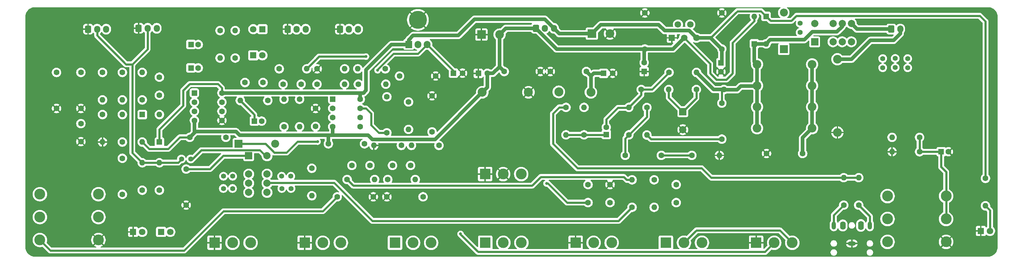
<source format=gbr>
%TF.GenerationSoftware,KiCad,Pcbnew,9.0.1*%
%TF.CreationDate,2025-09-01T22:34:10+02:00*%
%TF.ProjectId,my_mg10,6d795f6d-6731-4302-9e6b-696361645f70,rev?*%
%TF.SameCoordinates,Original*%
%TF.FileFunction,Copper,L2,Bot*%
%TF.FilePolarity,Positive*%
%FSLAX46Y46*%
G04 Gerber Fmt 4.6, Leading zero omitted, Abs format (unit mm)*
G04 Created by KiCad (PCBNEW 9.0.1) date 2025-09-01 22:34:10*
%MOMM*%
%LPD*%
G01*
G04 APERTURE LIST*
G04 Aperture macros list*
%AMRoundRect*
0 Rectangle with rounded corners*
0 $1 Rounding radius*
0 $2 $3 $4 $5 $6 $7 $8 $9 X,Y pos of 4 corners*
0 Add a 4 corners polygon primitive as box body*
4,1,4,$2,$3,$4,$5,$6,$7,$8,$9,$2,$3,0*
0 Add four circle primitives for the rounded corners*
1,1,$1+$1,$2,$3*
1,1,$1+$1,$4,$5*
1,1,$1+$1,$6,$7*
1,1,$1+$1,$8,$9*
0 Add four rect primitives between the rounded corners*
20,1,$1+$1,$2,$3,$4,$5,0*
20,1,$1+$1,$4,$5,$6,$7,0*
20,1,$1+$1,$6,$7,$8,$9,0*
20,1,$1+$1,$8,$9,$2,$3,0*%
G04 Aperture macros list end*
%TA.AperFunction,ComponentPad*%
%ADD10C,1.400000*%
%TD*%
%TA.AperFunction,ComponentPad*%
%ADD11C,2.500000*%
%TD*%
%TA.AperFunction,ComponentPad*%
%ADD12C,1.600000*%
%TD*%
%TA.AperFunction,ComponentPad*%
%ADD13O,1.600000X1.600000*%
%TD*%
%TA.AperFunction,ComponentPad*%
%ADD14R,2.200000X2.200000*%
%TD*%
%TA.AperFunction,ComponentPad*%
%ADD15O,2.200000X2.200000*%
%TD*%
%TA.AperFunction,ComponentPad*%
%ADD16R,1.800000X1.800000*%
%TD*%
%TA.AperFunction,ComponentPad*%
%ADD17C,1.800000*%
%TD*%
%TA.AperFunction,ComponentPad*%
%ADD18C,3.000000*%
%TD*%
%TA.AperFunction,ComponentPad*%
%ADD19R,1.600000X1.600000*%
%TD*%
%TA.AperFunction,ComponentPad*%
%ADD20C,2.400000*%
%TD*%
%TA.AperFunction,ComponentPad*%
%ADD21O,2.400000X2.400000*%
%TD*%
%TA.AperFunction,ComponentPad*%
%ADD22R,3.000000X3.000000*%
%TD*%
%TA.AperFunction,ComponentPad*%
%ADD23R,2.400000X2.400000*%
%TD*%
%TA.AperFunction,ComponentPad*%
%ADD24RoundRect,0.250000X-0.600000X-0.725000X0.600000X-0.725000X0.600000X0.725000X-0.600000X0.725000X0*%
%TD*%
%TA.AperFunction,ComponentPad*%
%ADD25O,1.700000X1.950000*%
%TD*%
%TA.AperFunction,ComponentPad*%
%ADD26R,2.000000X2.000000*%
%TD*%
%TA.AperFunction,ComponentPad*%
%ADD27C,2.000000*%
%TD*%
%TA.AperFunction,ComponentPad*%
%ADD28C,0.800000*%
%TD*%
%TA.AperFunction,ComponentPad*%
%ADD29C,5.000000*%
%TD*%
%TA.AperFunction,ComponentPad*%
%ADD30RoundRect,0.250000X-0.550000X-0.550000X0.550000X-0.550000X0.550000X0.550000X-0.550000X0.550000X0*%
%TD*%
%TA.AperFunction,ComponentPad*%
%ADD31O,1.200000X2.200000*%
%TD*%
%TA.AperFunction,ComponentPad*%
%ADD32O,1.600000X2.300000*%
%TD*%
%TA.AperFunction,ComponentPad*%
%ADD33O,2.200000X1.200000*%
%TD*%
%TA.AperFunction,ComponentPad*%
%ADD34O,1.600000X2.500000*%
%TD*%
%TA.AperFunction,ComponentPad*%
%ADD35RoundRect,0.250000X-0.600000X-0.750000X0.600000X-0.750000X0.600000X0.750000X-0.600000X0.750000X0*%
%TD*%
%TA.AperFunction,ComponentPad*%
%ADD36O,1.700000X2.000000*%
%TD*%
%TA.AperFunction,ComponentPad*%
%ADD37R,1.905000X2.000000*%
%TD*%
%TA.AperFunction,ComponentPad*%
%ADD38O,1.905000X2.000000*%
%TD*%
%TA.AperFunction,ViaPad*%
%ADD39C,0.800000*%
%TD*%
%TA.AperFunction,Conductor*%
%ADD40C,1.000000*%
%TD*%
%TA.AperFunction,Conductor*%
%ADD41C,0.600000*%
%TD*%
%TA.AperFunction,Conductor*%
%ADD42C,0.200000*%
%TD*%
G04 APERTURE END LIST*
D10*
%TO.P,JP13,2,B*%
%TO.N,unconnected-(JP13-B-Pad2)*%
X258210000Y-75690000D03*
%TO.P,JP13,1,A*%
%TO.N,Net-(JP13-A)*%
X258210000Y-73150000D03*
%TD*%
%TO.P,JP12,2,B*%
%TO.N,unconnected-(JP12-B-Pad2)*%
X251310000Y-75690000D03*
%TO.P,JP12,1,A*%
%TO.N,Net-(JP12-A)*%
X251310000Y-73150000D03*
%TD*%
%TO.P,JP11,2,B*%
%TO.N,Net-(JP11-B)*%
X254760000Y-73110000D03*
%TO.P,JP11,1,A*%
%TO.N,unconnected-(JP11-A-Pad1)*%
X254760000Y-75650000D03*
%TD*%
D11*
%TO.P,TP4,1,1*%
%TO.N,+5V*%
X161600000Y-82400000D03*
%TD*%
D12*
%TO.P,R43,1*%
%TO.N,Net-(C40-Pad1)*%
X261510000Y-99000000D03*
D13*
%TO.P,R43,2*%
%TO.N,GND*%
X253890000Y-99000000D03*
%TD*%
D10*
%TO.P,JP10,1,A*%
%TO.N,Net-(D11-A)*%
X228410000Y-63350000D03*
%TO.P,JP10,2,B*%
%TO.N,Net-(JP10-B)*%
X228410000Y-65890000D03*
%TD*%
%TO.P,JP9,1,A*%
%TO.N,Net-(D1-A)*%
X59650000Y-101000000D03*
%TO.P,JP9,2,B*%
%TO.N,Net-(JP9-B)*%
X57110000Y-101000000D03*
%TD*%
D14*
%TO.P,D11,1,K*%
%TO.N,+5V*%
X223900000Y-70580000D03*
D15*
%TO.P,D11,2,A*%
%TO.N,Net-(D11-A)*%
X223900000Y-60420000D03*
%TD*%
D12*
%TO.P,C37,1*%
%TO.N,PREAMP_OUT*%
X114000000Y-93750000D03*
%TO.P,C37,2*%
%TO.N,Net-(C37-Pad2)*%
X114000000Y-83750000D03*
%TD*%
%TO.P,C17,1*%
%TO.N,Net-(D6-A)*%
X79700000Y-79800000D03*
%TO.P,C17,2*%
%TO.N,Net-(D6-K)*%
X74700000Y-79800000D03*
%TD*%
D16*
%TO.P,D6,1,K*%
%TO.N,Net-(D6-K)*%
X76990000Y-72250000D03*
D17*
%TO.P,D6,2,A*%
%TO.N,Net-(D6-A)*%
X79530000Y-72250000D03*
%TD*%
D12*
%TO.P,R36,1*%
%TO.N,Net-(C40-Pad1)*%
X261510000Y-95000000D03*
D13*
%TO.P,R36,2*%
%TO.N,Net-(K2-Pad10)*%
X253890000Y-95000000D03*
%TD*%
D11*
%TO.P,TP2,1,1*%
%TO.N,GND*%
X153200000Y-82500000D03*
%TD*%
D12*
%TO.P,R41,1*%
%TO.N,Net-(D3-K)*%
X51000000Y-109680000D03*
D13*
%TO.P,R41,2*%
%TO.N,Net-(JP9-B)*%
X51000000Y-102060000D03*
%TD*%
D12*
%TO.P,R25,1*%
%TO.N,Net-(C24-Pad1)*%
X199690000Y-81750000D03*
D13*
%TO.P,R25,2*%
%TO.N,Net-(D10-K)*%
X207310000Y-81750000D03*
%TD*%
D12*
%TO.P,R40,1*%
%TO.N,Net-(U2B--)*%
X118000000Y-97250000D03*
D13*
%TO.P,R40,2*%
%TO.N,GND*%
X110380000Y-97250000D03*
%TD*%
D12*
%TO.P,C23,1*%
%TO.N,GND*%
X185434784Y-60500000D03*
%TO.P,C23,2*%
%TO.N,-15V*%
X185434784Y-70500000D03*
%TD*%
D18*
%TO.P,J1,R*%
%TO.N,unconnected-(J1-PadR)*%
X34115000Y-117125000D03*
%TO.P,J1,RN*%
%TO.N,unconnected-(J1-PadRN)*%
X17885000Y-117125000D03*
%TO.P,J1,S*%
%TO.N,GND*%
X34115000Y-123475000D03*
%TO.P,J1,SN*%
%TO.N,IN_GND_SW_NC*%
X17885000Y-123475000D03*
%TO.P,J1,T*%
%TO.N,Net-(C1-Pad1)*%
X34115000Y-110775000D03*
%TO.P,J1,TN*%
%TO.N,unconnected-(J1-PadTN)*%
X17885000Y-110775000D03*
%TD*%
D12*
%TO.P,C6,1*%
%TO.N,Net-(D4-A)*%
X29250000Y-91190000D03*
%TO.P,C6,2*%
%TO.N,GND*%
X29250000Y-96190000D03*
%TD*%
D19*
%TO.P,C27,1*%
%TO.N,GND*%
X185250000Y-76750000D03*
D12*
%TO.P,C27,2*%
%TO.N,-15V*%
X185250000Y-74250000D03*
%TD*%
%TO.P,R24,1*%
%TO.N,CHN_SEL_B_COM*%
X181900000Y-114410000D03*
D13*
%TO.P,R24,2*%
%TO.N,IN_GND_SW_NC*%
X181900000Y-106790000D03*
%TD*%
D20*
%TO.P,R32,1*%
%TO.N,Net-(D10-K)*%
X216510000Y-86583333D03*
D21*
%TO.P,R32,2*%
%TO.N,Net-(C36-Pad2)*%
X231750000Y-86583333D03*
%TD*%
D11*
%TO.P,TP3,1,1*%
%TO.N,-15V*%
X140400000Y-82500000D03*
%TD*%
D12*
%TO.P,C14,1*%
%TO.N,+15V*%
X107800000Y-96800000D03*
%TO.P,C14,2*%
%TO.N,-15V*%
X97800000Y-96800000D03*
%TD*%
%TO.P,C35,1*%
%TO.N,Net-(U2A--)*%
X90250000Y-80250000D03*
%TO.P,C35,2*%
%TO.N,Net-(C35-Pad2)*%
X85250000Y-80250000D03*
%TD*%
D19*
%TO.P,C26,1*%
%TO.N,+15V*%
X206500000Y-74317621D03*
D12*
%TO.P,C26,2*%
%TO.N,GND*%
X206500000Y-76817621D03*
%TD*%
D16*
%TO.P,D3,1,K*%
%TO.N,Net-(D3-K)*%
X51475000Y-121250000D03*
D17*
%TO.P,D3,2,A*%
%TO.N,+5V*%
X54015000Y-121250000D03*
%TD*%
D16*
%TO.P,D7,1,K*%
%TO.N,Net-(D6-A)*%
X79540000Y-65000000D03*
D17*
%TO.P,D7,2,A*%
%TO.N,Net-(D6-K)*%
X77000000Y-65000000D03*
%TD*%
D22*
%TO.P,RV6,1,1*%
%TO.N,GND*%
X166250000Y-124250000D03*
D18*
%TO.P,RV6,2,2*%
%TO.N,Net-(JP4-A)*%
X171250000Y-124250000D03*
%TO.P,RV6,3,3*%
X176250000Y-124250000D03*
%TD*%
D12*
%TO.P,R39,1*%
%TO.N,PREAMP_OUT*%
X128410000Y-97250000D03*
D13*
%TO.P,R39,2*%
%TO.N,Net-(U2B--)*%
X120790000Y-97250000D03*
%TD*%
D19*
%TO.P,C16,1*%
%TO.N,+5V*%
X132417621Y-77200000D03*
D12*
%TO.P,C16,2*%
%TO.N,GND*%
X134917621Y-77200000D03*
%TD*%
D22*
%TO.P,RV1,1,1*%
%TO.N,GND*%
X66250000Y-124250000D03*
D18*
%TO.P,RV1,2,2*%
%TO.N,CHN_SEL_B_NC*%
X71250000Y-124250000D03*
%TO.P,RV1,3,3*%
%TO.N,Net-(C13-Pad2)*%
X76250000Y-124250000D03*
%TD*%
D12*
%TO.P,C32,1*%
%TO.N,IN_GND_SW_NC*%
X104300000Y-102800000D03*
%TO.P,C32,2*%
%TO.N,Net-(C32-Pad2)*%
X109300000Y-102800000D03*
%TD*%
D11*
%TO.P,TP1,1,1*%
%TO.N,+15V*%
X170500000Y-82500000D03*
%TD*%
D23*
%TO.P,C10,1*%
%TO.N,GND*%
X140184784Y-66500000D03*
D20*
%TO.P,C10,2*%
%TO.N,-15V*%
X145184784Y-66500000D03*
%TD*%
D19*
%TO.P,C13,1*%
%TO.N,Net-(C11-Pad2)*%
X59750000Y-75750000D03*
D12*
%TO.P,C13,2*%
%TO.N,Net-(C13-Pad2)*%
X61750000Y-75750000D03*
%TD*%
%TO.P,R8,1*%
%TO.N,CHN_SEL_A_COM*%
X72000000Y-73010000D03*
D13*
%TO.P,R8,2*%
%TO.N,Net-(D6-A)*%
X72000000Y-65390000D03*
%TD*%
D12*
%TO.P,R26,1*%
%TO.N,IN_GND_SW_NC*%
X102990000Y-106700000D03*
D13*
%TO.P,R26,2*%
%TO.N,Net-(C33-Pad1)*%
X110610000Y-106700000D03*
%TD*%
D20*
%TO.P,R35,1*%
%TO.N,Net-(D10-K)*%
X216510000Y-92500000D03*
D21*
%TO.P,R35,2*%
%TO.N,Net-(C36-Pad2)*%
X231750000Y-92500000D03*
%TD*%
D12*
%TO.P,R10,1*%
%TO.N,Net-(J5-Pin_2)*%
X84190000Y-76000000D03*
D13*
%TO.P,R10,2*%
%TO.N,Net-(R10-Pad2)*%
X91810000Y-76000000D03*
%TD*%
D19*
%TO.P,C12,1*%
%TO.N,Net-(C11-Pad2)*%
X59750000Y-69250000D03*
D12*
%TO.P,C12,2*%
%TO.N,CHN_SEL_A_NO*%
X61750000Y-69250000D03*
%TD*%
D14*
%TO.P,D1,1,K*%
%TO.N,+5V*%
X72920000Y-96800000D03*
D15*
%TO.P,D1,2,A*%
%TO.N,Net-(D1-A)*%
X83080000Y-96800000D03*
%TD*%
D12*
%TO.P,R4,1*%
%TO.N,Net-(C5-Pad2)*%
X40750000Y-77000000D03*
D13*
%TO.P,R4,2*%
%TO.N,Net-(U1A--)*%
X40750000Y-84620000D03*
%TD*%
D24*
%TO.P,SW2,1,B*%
%TO.N,GND*%
X45250000Y-64750000D03*
D25*
%TO.P,SW2,2,C*%
%TO.N,Net-(JP9-B)*%
X47750000Y-64750000D03*
%TO.P,SW2,3,A*%
%TO.N,unconnected-(SW2-A-Pad3)*%
X50250000Y-64750000D03*
%TD*%
D12*
%TO.P,R12,1*%
%TO.N,Net-(J3-PadR)*%
X240500000Y-113810000D03*
D13*
%TO.P,R12,2*%
%TO.N,Net-(R10-Pad2)*%
X240500000Y-106190000D03*
%TD*%
D26*
%TO.P,K1,1*%
%TO.N,+5V*%
X75720000Y-100120000D03*
D27*
%TO.P,K1,3*%
%TO.N,Net-(JP8-A)*%
X75720000Y-105200000D03*
%TO.P,K1,4*%
%TO.N,CHN_SEL_A_COM*%
X75720000Y-107740000D03*
%TO.P,K1,5*%
%TO.N,Net-(JP7-A)*%
X75720000Y-110280000D03*
%TO.P,K1,8*%
%TO.N,Net-(JP5-A)*%
X80800000Y-110280000D03*
%TO.P,K1,9*%
%TO.N,CHN_SEL_B_COM*%
X80800000Y-107740000D03*
%TO.P,K1,10*%
%TO.N,Net-(JP6-A)*%
X80800000Y-105200000D03*
%TO.P,K1,12*%
%TO.N,Net-(D1-A)*%
X80800000Y-100120000D03*
%TD*%
D12*
%TO.P,C18,1*%
%TO.N,+5V*%
X58400000Y-103800000D03*
%TO.P,C18,2*%
%TO.N,GND*%
X58400000Y-113800000D03*
%TD*%
D20*
%TO.P,R29,1*%
%TO.N,Net-(D10-K)*%
X216510000Y-74750000D03*
D21*
%TO.P,R29,2*%
%TO.N,Net-(C36-Pad2)*%
X231750000Y-74750000D03*
%TD*%
D12*
%TO.P,R27,1*%
%TO.N,Net-(C33-Pad1)*%
X114240000Y-106700000D03*
D13*
%TO.P,R27,2*%
%TO.N,Net-(C32-Pad2)*%
X121860000Y-106700000D03*
%TD*%
D12*
%TO.P,R23,1*%
%TO.N,CHN_SEL_B_COM*%
X188000000Y-106790000D03*
D13*
%TO.P,R23,2*%
%TO.N,Net-(JP2-A)*%
X188000000Y-114410000D03*
%TD*%
D12*
%TO.P,C2,1*%
%TO.N,+15V*%
X169250000Y-76750000D03*
%TO.P,C2,2*%
%TO.N,GND*%
X159250000Y-76750000D03*
%TD*%
%TO.P,C31,1*%
%TO.N,IN_GND_SW_NC*%
X100250000Y-111500000D03*
%TO.P,C31,2*%
%TO.N,GND*%
X110250000Y-111500000D03*
%TD*%
D19*
%TO.P,D10,1,K*%
%TO.N,Net-(D10-K)*%
X215750000Y-69060000D03*
D13*
%TO.P,D10,2,A*%
%TO.N,-15V*%
X215750000Y-61440000D03*
%TD*%
D12*
%TO.P,R13,1*%
%TO.N,Net-(D6-A)*%
X81010000Y-84800000D03*
D13*
%TO.P,R13,2*%
%TO.N,Net-(D6-K)*%
X73390000Y-84800000D03*
%TD*%
D12*
%TO.P,R1,1*%
%TO.N,Net-(C1-Pad2)*%
X40750000Y-96310000D03*
D13*
%TO.P,R1,2*%
%TO.N,Net-(D4-A)*%
X40750000Y-88690000D03*
%TD*%
D28*
%TO.P,H1,1,1*%
%TO.N,GND*%
X120700825Y-62424175D03*
X121250000Y-61098350D03*
X121250000Y-63750000D03*
X122575825Y-60549175D03*
D29*
X122575825Y-62424175D03*
D28*
X122575825Y-64299175D03*
X123901650Y-61098350D03*
X123901650Y-63750000D03*
X124450825Y-62424175D03*
%TD*%
D12*
%TO.P,R7,1*%
%TO.N,GND*%
X94690000Y-76000000D03*
D13*
%TO.P,R7,2*%
%TO.N,Net-(J4-Pin_2)*%
X102310000Y-76000000D03*
%TD*%
D12*
%TO.P,R33,1*%
%TO.N,Net-(C35-Pad2)*%
X89810000Y-84440000D03*
D13*
%TO.P,R33,2*%
%TO.N,Net-(U2A-+)*%
X89810000Y-92060000D03*
%TD*%
D18*
%TO.P,J6,R*%
%TO.N,Net-(C40-Pad1)*%
X268865000Y-117650000D03*
%TO.P,J6,RN*%
%TO.N,unconnected-(J6-PadRN)*%
X252635000Y-117650000D03*
%TO.P,J6,S*%
%TO.N,GND*%
X268865000Y-124000000D03*
%TO.P,J6,SN*%
%TO.N,Net-(JP10-B)*%
X252635000Y-124000000D03*
%TO.P,J6,T*%
%TO.N,Net-(C40-Pad1)*%
X268865000Y-111300000D03*
%TO.P,J6,TN*%
%TO.N,unconnected-(J6-PadTN)*%
X252635000Y-111300000D03*
%TD*%
D12*
%TO.P,C5,1*%
%TO.N,GND*%
X22500000Y-87000000D03*
%TO.P,C5,2*%
%TO.N,Net-(C5-Pad2)*%
X22500000Y-77000000D03*
%TD*%
D30*
%TO.P,U2,1*%
%TO.N,Net-(U2A--)*%
X99000000Y-84440000D03*
D12*
%TO.P,U2,2,-*%
X99000000Y-86980000D03*
%TO.P,U2,3,+*%
%TO.N,Net-(U2A-+)*%
X99000000Y-89520000D03*
%TO.P,U2,4,V-*%
%TO.N,-15V*%
X99000000Y-92060000D03*
%TO.P,U2,5,+*%
%TO.N,Net-(U2B-+)*%
X106620000Y-92060000D03*
%TO.P,U2,6,-*%
%TO.N,Net-(U2B--)*%
X106620000Y-89520000D03*
%TO.P,U2,7*%
%TO.N,PREAMP_OUT*%
X106620000Y-86980000D03*
%TO.P,U2,8,V+*%
%TO.N,+15V*%
X106620000Y-84440000D03*
%TD*%
D19*
%TO.P,D5,1,K*%
%TO.N,Net-(D4-A)*%
X46250000Y-88690000D03*
D13*
%TO.P,D5,2,A*%
%TO.N,-15V*%
X46250000Y-96310000D03*
%TD*%
D19*
%TO.P,C21,1*%
%TO.N,Net-(C21-Pad1)*%
X174750000Y-94205112D03*
D12*
%TO.P,C21,2*%
%TO.N,Net-(U4--)*%
X174750000Y-92205112D03*
%TD*%
%TO.P,R34,1*%
%TO.N,Net-(C37-Pad2)*%
X120000000Y-85190000D03*
D13*
%TO.P,R34,2*%
%TO.N,Net-(U2B-+)*%
X120000000Y-92810000D03*
%TD*%
D19*
%TO.P,C7,1*%
%TO.N,+15V*%
X174000000Y-77250000D03*
D12*
%TO.P,C7,2*%
%TO.N,GND*%
X176500000Y-77250000D03*
%TD*%
%TO.P,C34,1*%
%TO.N,Net-(C32-Pad2)*%
X124000000Y-111500000D03*
%TO.P,C34,2*%
%TO.N,GND*%
X114000000Y-111500000D03*
%TD*%
D24*
%TO.P,J4,1,Pin_1*%
%TO.N,GND*%
X101000000Y-65000000D03*
D25*
%TO.P,J4,2,Pin_2*%
%TO.N,Net-(J4-Pin_2)*%
X103500000Y-65000000D03*
%TO.P,J4,3,Pin_3*%
%TO.N,Net-(J4-Pin_3)*%
X106000000Y-65000000D03*
%TD*%
D12*
%TO.P,C39,1*%
%TO.N,Net-(U2B-+)*%
X126500000Y-93500000D03*
%TO.P,C39,2*%
%TO.N,GND*%
X126500000Y-83500000D03*
%TD*%
%TO.P,C41,1*%
%TO.N,Net-(C41-Pad1)*%
X117500000Y-78000000D03*
%TO.P,C41,2*%
%TO.N,GND*%
X127500000Y-78000000D03*
%TD*%
%TO.P,R21,1*%
%TO.N,Net-(C20-Pad1)*%
X186000000Y-86750000D03*
D13*
%TO.P,R21,2*%
%TO.N,Net-(C28-Pad1)*%
X186000000Y-94370000D03*
%TD*%
D12*
%TO.P,R16,1*%
%TO.N,Net-(C19-Pad2)*%
X93200000Y-103590000D03*
D13*
%TO.P,R16,2*%
%TO.N,Net-(R16-Pad2)*%
X93200000Y-111210000D03*
%TD*%
D26*
%TO.P,C24,1*%
%TO.N,Net-(C24-Pad1)*%
X195940000Y-87882323D03*
D27*
%TO.P,C24,2*%
%TO.N,GND*%
X195940000Y-92882323D03*
%TD*%
D12*
%TO.P,C33,1*%
%TO.N,Net-(C33-Pad1)*%
X115550000Y-102800000D03*
%TO.P,C33,2*%
%TO.N,Net-(C33-Pad2)*%
X120550000Y-102800000D03*
%TD*%
%TO.P,R38,1*%
%TO.N,Net-(U2A--)*%
X94630000Y-80250000D03*
D13*
%TO.P,R38,2*%
%TO.N,Net-(C41-Pad1)*%
X102250000Y-80250000D03*
%TD*%
D19*
%TO.P,D9,1,K*%
%TO.N,+15V*%
X219000000Y-61440000D03*
D13*
%TO.P,D9,2,A*%
%TO.N,Net-(D10-K)*%
X219000000Y-69060000D03*
%TD*%
D31*
%TO.P,J3,R*%
%TO.N,Net-(J3-PadR)*%
X237750000Y-119450000D03*
D32*
%TO.P,J3,RN*%
%TO.N,N/C*%
X240250000Y-119450000D03*
D33*
%TO.P,J3,S*%
%TO.N,GND*%
X242750000Y-124450000D03*
D31*
%TO.P,J3,T*%
%TO.N,Net-(J3-PadT)*%
X247750000Y-119450000D03*
D34*
%TO.P,J3,TN*%
%TO.N,N/C*%
X245250000Y-119450000D03*
%TD*%
D20*
%TO.P,R31,1*%
%TO.N,Net-(D10-K)*%
X216510000Y-80666667D03*
D21*
%TO.P,R31,2*%
%TO.N,Net-(C36-Pad2)*%
X231750000Y-80666667D03*
%TD*%
D22*
%TO.P,RV3,1,1*%
%TO.N,GND*%
X91250000Y-124250000D03*
D18*
%TO.P,RV3,2,2*%
%TO.N,CHN_SEL_B_NO*%
X96250000Y-124250000D03*
%TO.P,RV3,3,3*%
%TO.N,Net-(R16-Pad2)*%
X101250000Y-124250000D03*
%TD*%
D12*
%TO.P,C29,1*%
%TO.N,CHN_SEL_B_COM*%
X194100000Y-108100000D03*
%TO.P,C29,2*%
%TO.N,Net-(C29-Pad2)*%
X194100000Y-113100000D03*
%TD*%
%TO.P,R6,1*%
%TO.N,CHN_SEL_A_NO*%
X67800000Y-65390000D03*
D13*
%TO.P,R6,2*%
%TO.N,CHN_SEL_A_COM*%
X67800000Y-73010000D03*
%TD*%
D12*
%TO.P,R19,1*%
%TO.N,Net-(C21-Pad1)*%
X168600000Y-94310000D03*
D13*
%TO.P,R19,2*%
%TO.N,Net-(LS1-Pad2)*%
X168600000Y-86690000D03*
%TD*%
D16*
%TO.P,D8,1,K*%
%TO.N,GND*%
X278475000Y-120975000D03*
D17*
%TO.P,D8,2,A*%
%TO.N,Net-(D8-A)*%
X281015000Y-120975000D03*
%TD*%
D12*
%TO.P,R17,1*%
%TO.N,Net-(C20-Pad2)*%
X198440000Y-100000000D03*
D13*
%TO.P,R17,2*%
%TO.N,GND*%
X206060000Y-100000000D03*
%TD*%
D19*
%TO.P,C19,1*%
%TO.N,Net-(D6-K)*%
X77294888Y-90500000D03*
D12*
%TO.P,C19,2*%
%TO.N,Net-(C19-Pad2)*%
X79294888Y-90500000D03*
%TD*%
D35*
%TO.P,LS1,1,1*%
%TO.N,Net-(K2-Pad8)*%
X253660000Y-64975000D03*
D36*
%TO.P,LS1,2,2*%
%TO.N,Net-(LS1-Pad2)*%
X256160000Y-64975000D03*
%TD*%
D12*
%TO.P,C4,1*%
%TO.N,GND*%
X29250000Y-87000000D03*
%TO.P,C4,2*%
%TO.N,Net-(C4-Pad2)*%
X29250000Y-77000000D03*
%TD*%
%TO.P,C25,1*%
%TO.N,Net-(JP2-A)*%
X175800000Y-113100000D03*
%TO.P,C25,2*%
%TO.N,GND*%
X175800000Y-108100000D03*
%TD*%
D10*
%TO.P,JP6,1,A*%
%TO.N,Net-(JP6-A)*%
X87400000Y-105800000D03*
%TO.P,JP6,2,B*%
%TO.N,CHN_SEL_B_NC*%
X84860000Y-105800000D03*
%TD*%
%TO.P,JP5,1,A*%
%TO.N,Net-(JP5-A)*%
X84900000Y-109200000D03*
%TO.P,JP5,2,B*%
%TO.N,CHN_SEL_B_NO*%
X87440000Y-109200000D03*
%TD*%
%TO.P,JP7,1,A*%
%TO.N,Net-(JP7-A)*%
X71250000Y-109200000D03*
%TO.P,JP7,2,B*%
%TO.N,CHN_SEL_A_NO*%
X68710000Y-109200000D03*
%TD*%
D19*
%TO.P,D4,1,K*%
%TO.N,+15V*%
X51000000Y-96310000D03*
D13*
%TO.P,D4,2,A*%
%TO.N,Net-(D4-A)*%
X51000000Y-88690000D03*
%TD*%
D30*
%TO.P,U1,1*%
%TO.N,Net-(C11-Pad2)*%
X60690000Y-82690000D03*
D12*
%TO.P,U1,2,-*%
%TO.N,Net-(U1A--)*%
X60690000Y-85230000D03*
%TO.P,U1,3,+*%
%TO.N,Net-(D4-A)*%
X60690000Y-87770000D03*
%TO.P,U1,4,V-*%
%TO.N,-15V*%
X60690000Y-90310000D03*
%TO.P,U1,5,+*%
%TO.N,GND*%
X68310000Y-90310000D03*
%TO.P,U1,6,-*%
%TO.N,Net-(D6-A)*%
X68310000Y-87770000D03*
%TO.P,U1,7*%
%TO.N,Net-(D6-K)*%
X68310000Y-85230000D03*
%TO.P,U1,8,V+*%
%TO.N,+15V*%
X68310000Y-82690000D03*
%TD*%
%TO.P,R9,1*%
%TO.N,PREAMP_OUT*%
X113560000Y-76000000D03*
D13*
%TO.P,R9,2*%
%TO.N,Net-(J4-Pin_2)*%
X105940000Y-76000000D03*
%TD*%
D19*
%TO.P,C8,1*%
%TO.N,GND*%
X139317620Y-77250000D03*
D12*
%TO.P,C8,2*%
%TO.N,-15V*%
X141817620Y-77250000D03*
%TD*%
%TO.P,R42,1*%
%TO.N,Net-(D2-A)*%
X46250000Y-109680000D03*
D13*
%TO.P,R42,2*%
%TO.N,Net-(JP9-B)*%
X46250000Y-102060000D03*
%TD*%
D12*
%TO.P,C22,1*%
%TO.N,+15V*%
X206750000Y-70500000D03*
%TO.P,C22,2*%
%TO.N,GND*%
X206750000Y-60500000D03*
%TD*%
%TO.P,C11,1*%
%TO.N,Net-(U1A--)*%
X51000000Y-83310000D03*
%TO.P,C11,2*%
%TO.N,Net-(C11-Pad2)*%
X51000000Y-78310000D03*
%TD*%
D22*
%TO.P,RV2,1,1*%
%TO.N,Net-(D6-K)*%
X116250000Y-124250000D03*
D18*
%TO.P,RV2,2,2*%
X121250000Y-124250000D03*
%TO.P,RV2,3,3*%
%TO.N,Net-(D6-A)*%
X126250000Y-124250000D03*
%TD*%
D23*
%TO.P,C9,1*%
%TO.N,+15V*%
X170750000Y-66250000D03*
D20*
%TO.P,C9,2*%
%TO.N,GND*%
X175750000Y-66250000D03*
%TD*%
D19*
%TO.P,C40,1*%
%TO.N,Net-(C40-Pad1)*%
X267500000Y-99000000D03*
D12*
%TO.P,C40,2*%
%TO.N,GND*%
X269500000Y-99000000D03*
%TD*%
D16*
%TO.P,U4,1,+*%
%TO.N,GND*%
X192900000Y-67400000D03*
D17*
%TO.P,U4,2,-*%
%TO.N,Net-(U4--)*%
X194600000Y-63700000D03*
%TO.P,U4,3,-Vs*%
%TO.N,-15V*%
X196300000Y-67400000D03*
%TO.P,U4,4*%
%TO.N,Net-(D10-K)*%
X198000000Y-63700000D03*
%TO.P,U4,5,+Vs*%
%TO.N,+15V*%
X199700000Y-67400000D03*
%TD*%
D12*
%TO.P,C28,1*%
%TO.N,Net-(C28-Pad1)*%
X206750000Y-95500000D03*
%TO.P,C28,2*%
%TO.N,Net-(D10-K)*%
X206750000Y-85500000D03*
%TD*%
%TO.P,R11,1*%
%TO.N,Net-(J3-PadT)*%
X244650000Y-113810000D03*
D13*
%TO.P,R11,2*%
%TO.N,Net-(R10-Pad2)*%
X244650000Y-106190000D03*
%TD*%
D10*
%TO.P,JP8,1,A*%
%TO.N,Net-(JP8-A)*%
X68750000Y-105800000D03*
%TO.P,JP8,2,B*%
%TO.N,unconnected-(JP8-B-Pad2)*%
X71290000Y-105800000D03*
%TD*%
D24*
%TO.P,J2,1,Pin_1*%
%TO.N,-15V*%
X155250000Y-64750000D03*
D25*
%TO.P,J2,2,Pin_2*%
%TO.N,GND*%
X157750000Y-64750000D03*
%TO.P,J2,3,Pin_3*%
%TO.N,+15V*%
X160250000Y-64750000D03*
%TD*%
D12*
%TO.P,C36,1*%
%TO.N,GND*%
X219130000Y-99500000D03*
%TO.P,C36,2*%
%TO.N,Net-(C36-Pad2)*%
X229130000Y-99500000D03*
%TD*%
D37*
%TO.P,U3,1,VI*%
%TO.N,+15V*%
X120035825Y-69244175D03*
D38*
%TO.P,U3,2,GND*%
%TO.N,GND*%
X122575825Y-69244175D03*
%TO.P,U3,3,VO*%
%TO.N,+5V*%
X125115825Y-69244175D03*
%TD*%
D22*
%TO.P,RV4,1,1*%
%TO.N,Net-(JP2-A)*%
X191250000Y-124250000D03*
D18*
%TO.P,RV4,2,2*%
%TO.N,Net-(RV4-Pad2)*%
X196250000Y-124250000D03*
%TO.P,RV4,3,3*%
%TO.N,Net-(C29-Pad2)*%
X201250000Y-124250000D03*
%TD*%
D12*
%TO.P,C38,1*%
%TO.N,Net-(U2A-+)*%
X94250000Y-92000000D03*
%TO.P,C38,2*%
%TO.N,GND*%
X94250000Y-87000000D03*
%TD*%
%TO.P,C15,1*%
%TO.N,+15V*%
X69400000Y-95000000D03*
%TO.P,C15,2*%
%TO.N,-15V*%
X59400000Y-95000000D03*
%TD*%
%TO.P,R3,1*%
%TO.N,Net-(C4-Pad2)*%
X35250000Y-77000000D03*
D13*
%TO.P,R3,2*%
%TO.N,Net-(U1A--)*%
X35250000Y-84620000D03*
%TD*%
D22*
%TO.P,RV8,1,1*%
%TO.N,GND*%
X216250000Y-124250000D03*
D18*
%TO.P,RV8,2,2*%
%TO.N,Net-(C32-Pad2)*%
X221250000Y-124250000D03*
%TO.P,RV8,3,3*%
%TO.N,Net-(RV4-Pad2)*%
X226250000Y-124250000D03*
%TD*%
D12*
%TO.P,R2,1*%
%TO.N,Net-(D4-A)*%
X35250000Y-88690000D03*
D13*
%TO.P,R2,2*%
%TO.N,GND*%
X35250000Y-96310000D03*
%TD*%
D12*
%TO.P,R15,1*%
%TO.N,+15V*%
X279750000Y-106390000D03*
D13*
%TO.P,R15,2*%
%TO.N,Net-(D8-A)*%
X279750000Y-114010000D03*
%TD*%
D12*
%TO.P,R18,1*%
%TO.N,Net-(C20-Pad1)*%
X181000000Y-94310000D03*
D13*
%TO.P,R18,2*%
%TO.N,Net-(U4--)*%
X181000000Y-86690000D03*
%TD*%
D22*
%TO.P,RV5,1,1*%
%TO.N,Net-(JP4-B)*%
X141250000Y-124250000D03*
D18*
%TO.P,RV5,2,2*%
%TO.N,Net-(JP2-B)*%
X146250000Y-124250000D03*
%TO.P,RV5,3,3*%
%TO.N,Net-(JP3-A)*%
X151250000Y-124250000D03*
%TD*%
D24*
%TO.P,SW1,1,B*%
%TO.N,GND*%
X31250000Y-65000000D03*
D25*
%TO.P,SW1,2,C*%
%TO.N,Net-(JP9-B)*%
X33750000Y-65000000D03*
%TO.P,SW1,3,A*%
%TO.N,unconnected-(SW1-A-Pad3)*%
X36250000Y-65000000D03*
%TD*%
D12*
%TO.P,R20,1*%
%TO.N,Net-(U4--)*%
X184440000Y-81750000D03*
D13*
%TO.P,R20,2*%
%TO.N,Net-(C24-Pad1)*%
X192060000Y-81750000D03*
%TD*%
D16*
%TO.P,D2,1,K*%
%TO.N,GND*%
X43725000Y-121250000D03*
D17*
%TO.P,D2,2,A*%
%TO.N,Net-(D2-A)*%
X46265000Y-121250000D03*
%TD*%
D20*
%TO.P,R37,1*%
%TO.N,Net-(LS1-Pad2)*%
X238750000Y-73340000D03*
D21*
%TO.P,R37,2*%
%TO.N,GND*%
X238750000Y-93660000D03*
%TD*%
D12*
%TO.P,C3,1*%
%TO.N,GND*%
X156500000Y-76750000D03*
%TO.P,C3,2*%
%TO.N,-15V*%
X146500000Y-76750000D03*
%TD*%
%TO.P,C1,1*%
%TO.N,Net-(C1-Pad1)*%
X40750000Y-110810000D03*
%TO.P,C1,2*%
%TO.N,Net-(C1-Pad2)*%
X40750000Y-100810000D03*
%TD*%
%TO.P,C30,1*%
%TO.N,Net-(JP2-A)*%
X169700000Y-108100000D03*
%TO.P,C30,2*%
%TO.N,Net-(JP4-A)*%
X169700000Y-113100000D03*
%TD*%
D22*
%TO.P,RV7,1,1*%
%TO.N,GND*%
X141200000Y-105200000D03*
D18*
%TO.P,RV7,2,2*%
X146200000Y-105200000D03*
%TO.P,RV7,3,3*%
%TO.N,Net-(C33-Pad2)*%
X151200000Y-105200000D03*
%TD*%
D12*
%TO.P,C20,1*%
%TO.N,Net-(C20-Pad1)*%
X180000000Y-100000000D03*
%TO.P,C20,2*%
%TO.N,Net-(C20-Pad2)*%
X190000000Y-100000000D03*
%TD*%
%TO.P,R5,1*%
%TO.N,Net-(U1A--)*%
X46250000Y-84620000D03*
D13*
%TO.P,R5,2*%
%TO.N,Net-(C11-Pad2)*%
X46250000Y-77000000D03*
%TD*%
D12*
%TO.P,R30,1*%
%TO.N,Net-(C41-Pad1)*%
X106070000Y-80250000D03*
D13*
%TO.P,R30,2*%
%TO.N,Net-(C37-Pad2)*%
X113690000Y-80250000D03*
%TD*%
D12*
%TO.P,R28,1*%
%TO.N,Net-(C32-Pad2)*%
X85500000Y-92060000D03*
D13*
%TO.P,R28,2*%
%TO.N,Net-(C35-Pad2)*%
X85500000Y-84440000D03*
%TD*%
D12*
%TO.P,R22,1*%
%TO.N,Net-(U4--)*%
X192130000Y-77000000D03*
D13*
%TO.P,R22,2*%
%TO.N,Net-(D10-K)*%
X199750000Y-77000000D03*
%TD*%
D24*
%TO.P,J5,1,Pin_1*%
%TO.N,GND*%
X86500000Y-65000000D03*
D25*
%TO.P,J5,2,Pin_2*%
%TO.N,Net-(J5-Pin_2)*%
X89000000Y-65000000D03*
%TO.P,J5,3,Pin_3*%
%TO.N,Net-(J4-Pin_3)*%
X91500000Y-65000000D03*
%TD*%
D12*
%TO.P,R14,1*%
%TO.N,Net-(R10-Pad2)*%
X163600000Y-86690000D03*
D13*
%TO.P,R14,2*%
%TO.N,Net-(C21-Pad1)*%
X163600000Y-94310000D03*
%TD*%
D26*
%TO.P,K2,1*%
%TO.N,+5V*%
X232450000Y-68500000D03*
D27*
%TO.P,K2,3*%
%TO.N,Net-(JP12-A)*%
X237530000Y-68500000D03*
%TO.P,K2,4*%
%TO.N,Net-(JP11-B)*%
X240070000Y-68500000D03*
%TO.P,K2,5*%
%TO.N,Net-(JP13-A)*%
X242610000Y-68500000D03*
%TO.P,K2,8*%
%TO.N,Net-(K2-Pad8)*%
X242610000Y-63420000D03*
%TO.P,K2,9*%
%TO.N,Net-(D10-K)*%
X240070000Y-63420000D03*
%TO.P,K2,10*%
%TO.N,Net-(K2-Pad10)*%
X237530000Y-63420000D03*
%TO.P,K2,12*%
%TO.N,Net-(D11-A)*%
X232450000Y-63420000D03*
%TD*%
D39*
%TO.N,+5V*%
X111400000Y-76400000D03*
X94800000Y-96200000D03*
%TO.N,Net-(JP4-A)*%
X158200000Y-107800000D03*
%TO.N,Net-(C32-Pad2)*%
X134400000Y-121800000D03*
%TO.N,Net-(R10-Pad2)*%
X108200000Y-72600000D03*
%TD*%
D40*
%TO.N,Net-(LS1-Pad2)*%
X247900000Y-68100000D02*
X242660000Y-73340000D01*
X254300000Y-68100000D02*
X247900000Y-68100000D01*
X242660000Y-73340000D02*
X238750000Y-73340000D01*
X256160000Y-66240000D02*
X254300000Y-68100000D01*
X256160000Y-64975000D02*
X256160000Y-66240000D01*
D41*
%TO.N,Net-(C40-Pad1)*%
X267500000Y-99000000D02*
X261510000Y-99000000D01*
X261510000Y-99000000D02*
X261510000Y-95000000D01*
%TO.N,+15V*%
X279750000Y-62850000D02*
X279750000Y-106390000D01*
X278200000Y-61300000D02*
X279750000Y-62850000D01*
X227400000Y-61300000D02*
X278200000Y-61300000D01*
X226000000Y-62700000D02*
X227400000Y-61300000D01*
X220260000Y-62700000D02*
X226000000Y-62700000D01*
X219000000Y-61440000D02*
X220260000Y-62700000D01*
D40*
%TO.N,Net-(D10-K)*%
X220160000Y-67900000D02*
X219000000Y-69060000D01*
X229600000Y-67900000D02*
X220160000Y-67900000D01*
X238610000Y-65700000D02*
X231800000Y-65700000D01*
X231800000Y-65700000D02*
X229600000Y-67900000D01*
X240070000Y-64240000D02*
X238610000Y-65700000D01*
X240070000Y-63420000D02*
X240070000Y-64240000D01*
%TO.N,Net-(K2-Pad8)*%
X242610000Y-63420000D02*
X244165000Y-64975000D01*
X244165000Y-64975000D02*
X253660000Y-64975000D01*
D41*
%TO.N,Net-(D1-A)*%
X62600000Y-98600000D02*
X60200000Y-101000000D01*
X78840000Y-98600000D02*
X62600000Y-98600000D01*
X80370000Y-100130000D02*
X78840000Y-98600000D01*
X60200000Y-101000000D02*
X59650000Y-101000000D01*
X81000000Y-100130000D02*
X80370000Y-100130000D01*
%TO.N,+5V*%
X65000000Y-103800000D02*
X58400000Y-103800000D01*
X68680000Y-100120000D02*
X65000000Y-103800000D01*
X75720000Y-100120000D02*
X68680000Y-100120000D01*
%TO.N,Net-(JP9-B)*%
X33750000Y-66750000D02*
X33750000Y-65000000D01*
X43500000Y-99310000D02*
X43500000Y-74750000D01*
X47750000Y-70500000D02*
X47750000Y-64750000D01*
X41750000Y-74750000D02*
X33750000Y-66750000D01*
X43500000Y-74750000D02*
X41750000Y-74750000D01*
X51000000Y-102060000D02*
X46250000Y-102060000D01*
X43500000Y-74750000D02*
X47750000Y-70500000D01*
X46250000Y-102060000D02*
X43500000Y-99310000D01*
D40*
%TO.N,+15V*%
X170500000Y-82500000D02*
X170500000Y-78000000D01*
X106600000Y-82690000D02*
X68310000Y-82690000D01*
X206750000Y-74067621D02*
X206500000Y-74317621D01*
D41*
X51000000Y-92800000D02*
X57600000Y-86200000D01*
D40*
X106600000Y-84420000D02*
X106620000Y-84440000D01*
X121250000Y-66750000D02*
X133750000Y-66750000D01*
X197700000Y-65400000D02*
X199700000Y-67400000D01*
X190900000Y-65400000D02*
X197700000Y-65400000D01*
D41*
X211050000Y-60000000D02*
X203650000Y-67400000D01*
X217560000Y-60000000D02*
X211050000Y-60000000D01*
D40*
X115255825Y-69244175D02*
X108200000Y-76300000D01*
X171250000Y-77250000D02*
X170500000Y-78000000D01*
X120035825Y-69244175D02*
X115255825Y-69244175D01*
X120035825Y-69244175D02*
X120035825Y-67964175D01*
X173250000Y-63750000D02*
X189250000Y-63750000D01*
X157750000Y-62250000D02*
X160250000Y-64750000D01*
D41*
X67200000Y-80200000D02*
X68310000Y-81310000D01*
D40*
X107510000Y-82690000D02*
X106600000Y-82690000D01*
X106600000Y-82690000D02*
X106600000Y-84420000D01*
X170750000Y-66250000D02*
X161750000Y-66250000D01*
D41*
X68310000Y-81310000D02*
X68310000Y-82690000D01*
D40*
X138250000Y-62250000D02*
X157750000Y-62250000D01*
X206750000Y-70500000D02*
X206750000Y-74067621D01*
X170750000Y-66250000D02*
X173250000Y-63750000D01*
X200000000Y-67100000D02*
X199700000Y-67400000D01*
X108200000Y-82000000D02*
X107510000Y-82690000D01*
D41*
X59400000Y-80200000D02*
X67200000Y-80200000D01*
D40*
X199700000Y-67400000D02*
X203650000Y-67400000D01*
X170500000Y-78000000D02*
X169250000Y-76750000D01*
X174000000Y-77250000D02*
X171250000Y-77250000D01*
D41*
X51000000Y-96310000D02*
X51000000Y-92800000D01*
X57600000Y-86200000D02*
X57600000Y-82000000D01*
D40*
X108200000Y-76300000D02*
X108200000Y-82000000D01*
X161750000Y-66250000D02*
X160250000Y-64750000D01*
X189250000Y-63750000D02*
X190900000Y-65400000D01*
D41*
X219000000Y-61440000D02*
X217560000Y-60000000D01*
D40*
X203650000Y-67400000D02*
X206750000Y-70500000D01*
D41*
X57600000Y-82000000D02*
X59400000Y-80200000D01*
D40*
X133750000Y-66750000D02*
X138250000Y-62250000D01*
X120035825Y-67964175D02*
X121250000Y-66750000D01*
D41*
%TO.N,-15V*%
X208000000Y-79000000D02*
X205250000Y-79000000D01*
D40*
X99000000Y-94400000D02*
X108800000Y-94400000D01*
X161000000Y-70500000D02*
X155250000Y-64750000D01*
X127300000Y-95600000D02*
X140400000Y-82500000D01*
D41*
X215750000Y-62750000D02*
X209750000Y-68750000D01*
X209750000Y-68750000D02*
X209750000Y-77250000D01*
D40*
X141817620Y-77250000D02*
X141817620Y-81082380D01*
D41*
X209750000Y-77250000D02*
X208000000Y-79000000D01*
D40*
X141817620Y-81082380D02*
X140400000Y-82500000D01*
X145184784Y-66500000D02*
X145184784Y-75434784D01*
X72200000Y-93400000D02*
X61000000Y-93400000D01*
D41*
X46250000Y-96310000D02*
X48140000Y-98200000D01*
X53400000Y-98200000D02*
X56600000Y-95000000D01*
D40*
X185434784Y-70500000D02*
X161000000Y-70500000D01*
X185250000Y-70684784D02*
X185434784Y-70500000D01*
X146934784Y-64750000D02*
X145184784Y-66500000D01*
X155250000Y-64750000D02*
X146934784Y-64750000D01*
X60690000Y-93710000D02*
X59400000Y-95000000D01*
X73200000Y-94400000D02*
X72200000Y-93400000D01*
D41*
X205250000Y-79000000D02*
X203500000Y-77250000D01*
X56600000Y-95000000D02*
X59400000Y-95000000D01*
D40*
X193200000Y-70500000D02*
X185434784Y-70500000D01*
D41*
X203500000Y-74600000D02*
X196300000Y-67400000D01*
D40*
X141817620Y-77250000D02*
X143369568Y-77250000D01*
X143369568Y-77250000D02*
X145184784Y-75434784D01*
X185250000Y-74250000D02*
X185250000Y-70684784D01*
X110000000Y-95600000D02*
X127300000Y-95600000D01*
X99000000Y-94400000D02*
X99000000Y-92060000D01*
X97800000Y-94400000D02*
X97800000Y-96800000D01*
X196300000Y-67400000D02*
X193200000Y-70500000D01*
X60690000Y-90310000D02*
X60690000Y-93710000D01*
X99000000Y-94400000D02*
X97800000Y-94400000D01*
X108800000Y-94400000D02*
X110000000Y-95600000D01*
X97800000Y-94400000D02*
X73200000Y-94400000D01*
D41*
X203500000Y-77250000D02*
X203500000Y-74600000D01*
X215750000Y-61440000D02*
X215750000Y-62750000D01*
D40*
X61000000Y-93400000D02*
X60690000Y-93710000D01*
D41*
X48140000Y-98200000D02*
X53400000Y-98200000D01*
D40*
X145184784Y-75434784D02*
X146500000Y-76750000D01*
D41*
%TO.N,IN_GND_SW_NC*%
X96250000Y-115500000D02*
X68750000Y-115500000D01*
X100250000Y-111500000D02*
X100250000Y-111250000D01*
X179600000Y-106000000D02*
X180390000Y-106790000D01*
X100250000Y-111500000D02*
X96250000Y-115500000D01*
X104690000Y-108400000D02*
X154200000Y-108400000D01*
X156600000Y-106000000D02*
X179600000Y-106000000D01*
X57850000Y-126400000D02*
X20810000Y-126400000D01*
X154200000Y-108400000D02*
X156600000Y-106000000D01*
X102990000Y-106700000D02*
X104690000Y-108400000D01*
X68750000Y-115500000D02*
X57850000Y-126400000D01*
X180390000Y-106790000D02*
X181900000Y-106790000D01*
X20810000Y-126400000D02*
X17885000Y-123475000D01*
%TO.N,Net-(C20-Pad1)*%
X186000000Y-86750000D02*
X186000000Y-89310000D01*
X186000000Y-89310000D02*
X181000000Y-94310000D01*
X180000000Y-100000000D02*
X180000000Y-95310000D01*
X180000000Y-95310000D02*
X181000000Y-94310000D01*
%TO.N,+5V*%
X82800000Y-99200000D02*
X86200000Y-99200000D01*
X111400000Y-76400000D02*
X111400000Y-76200000D01*
X115800000Y-71800000D02*
X122560000Y-71800000D01*
X88400000Y-97000000D02*
X89200000Y-96200000D01*
X75720000Y-100120000D02*
X75880000Y-100120000D01*
X80400000Y-96800000D02*
X82800000Y-99200000D01*
X89200000Y-96200000D02*
X94800000Y-96200000D01*
X72920000Y-96800000D02*
X80400000Y-96800000D01*
X111400000Y-76200000D02*
X115800000Y-71800000D01*
X132417621Y-77200000D02*
X132417621Y-76545971D01*
X86200000Y-99200000D02*
X88400000Y-97000000D01*
X132417621Y-76545971D02*
X125115825Y-69244175D01*
X122560000Y-71800000D02*
X125115825Y-69244175D01*
%TO.N,Net-(D6-K)*%
X77294888Y-88704888D02*
X73390000Y-84800000D01*
X77294888Y-90500000D02*
X77294888Y-88704888D01*
%TO.N,Net-(C20-Pad2)*%
X198440000Y-100000000D02*
X190000000Y-100000000D01*
%TO.N,Net-(U4--)*%
X187450000Y-81750000D02*
X192130000Y-77070000D01*
X184440000Y-81750000D02*
X187450000Y-81750000D01*
X174750000Y-90050000D02*
X174750000Y-92205112D01*
X192130000Y-77070000D02*
X192130000Y-77000000D01*
X178000000Y-86800000D02*
X174750000Y-90050000D01*
X184440000Y-81750000D02*
X184440000Y-83250000D01*
X181000000Y-86690000D02*
X180890000Y-86800000D01*
X180890000Y-86800000D02*
X178000000Y-86800000D01*
X184440000Y-83250000D02*
X181000000Y-86690000D01*
%TO.N,Net-(C21-Pad1)*%
X174645112Y-94310000D02*
X174750000Y-94205112D01*
X163600000Y-94310000D02*
X168600000Y-94310000D01*
X168600000Y-94310000D02*
X174645112Y-94310000D01*
%TO.N,Net-(C24-Pad1)*%
X199690000Y-81750000D02*
X199690000Y-84132323D01*
X199690000Y-84132323D02*
X195940000Y-87882323D01*
X192060000Y-81750000D02*
X192060000Y-84002323D01*
X192060000Y-84002323D02*
X195940000Y-87882323D01*
%TO.N,Net-(JP4-A)*%
X163900000Y-113100000D02*
X169700000Y-113100000D01*
X158200000Y-107800000D02*
X158600000Y-107800000D01*
X158600000Y-107800000D02*
X163900000Y-113100000D01*
%TO.N,Net-(D10-K)*%
X206750000Y-82310000D02*
X207310000Y-81750000D01*
D40*
X216510000Y-80666667D02*
X216510000Y-86583333D01*
X215750000Y-69060000D02*
X219000000Y-69060000D01*
X199750000Y-77000000D02*
X204500000Y-81750000D01*
X204500000Y-81750000D02*
X207310000Y-81750000D01*
X216510000Y-86583333D02*
X216510000Y-92500000D01*
D41*
X206750000Y-85500000D02*
X206750000Y-82310000D01*
D40*
X211000000Y-81800000D02*
X207360000Y-81800000D01*
X216510000Y-74750000D02*
X216510000Y-80666667D01*
X215750000Y-73990000D02*
X216510000Y-74750000D01*
X207360000Y-81800000D02*
X207310000Y-81750000D01*
D42*
X198000000Y-64200000D02*
X198200000Y-64400000D01*
D40*
X215750000Y-69060000D02*
X215750000Y-73990000D01*
X216510000Y-80666667D02*
X216376667Y-80800000D01*
X216376667Y-80800000D02*
X212000000Y-80800000D01*
X212000000Y-80800000D02*
X211000000Y-81800000D01*
D41*
%TO.N,Net-(C28-Pad1)*%
X187130000Y-95500000D02*
X206750000Y-95500000D01*
X186000000Y-94370000D02*
X187130000Y-95500000D01*
%TO.N,CHN_SEL_B_COM*%
X99400000Y-107600000D02*
X110000000Y-118200000D01*
X178110000Y-118200000D02*
X181900000Y-114410000D01*
X110000000Y-118200000D02*
X178110000Y-118200000D01*
X80800000Y-107740000D02*
X80940000Y-107600000D01*
X80940000Y-107600000D02*
X99400000Y-107600000D01*
%TO.N,Net-(C32-Pad2)*%
X218700000Y-126800000D02*
X221250000Y-124250000D01*
X139300000Y-126800000D02*
X134400000Y-121900000D01*
X139300000Y-126800000D02*
X218700000Y-126800000D01*
X134400000Y-121900000D02*
X134400000Y-121800000D01*
D40*
%TO.N,Net-(C36-Pad2)*%
X231750000Y-74750000D02*
X231750000Y-80666667D01*
X231750000Y-80666667D02*
X231750000Y-86583333D01*
X231750000Y-86583333D02*
X231750000Y-92500000D01*
X229130000Y-95120000D02*
X231750000Y-92500000D01*
X229130000Y-99500000D02*
X229130000Y-95120000D01*
D41*
%TO.N,PREAMP_OUT*%
X114000000Y-93750000D02*
X111750000Y-93750000D01*
X109600000Y-91600000D02*
X109600000Y-88400000D01*
X108180000Y-86980000D02*
X106620000Y-86980000D01*
X109600000Y-88400000D02*
X108180000Y-86980000D01*
X111750000Y-93750000D02*
X109600000Y-91600000D01*
%TO.N,Net-(C40-Pad1)*%
X268865000Y-111300000D02*
X268865000Y-117650000D01*
X268865000Y-111300000D02*
X268865000Y-104615000D01*
X268865000Y-104615000D02*
X267500000Y-103250000D01*
X267500000Y-103250000D02*
X267500000Y-99000000D01*
%TO.N,Net-(D8-A)*%
X281015000Y-115275000D02*
X279750000Y-114010000D01*
X281015000Y-120975000D02*
X281015000Y-115275000D01*
%TO.N,Net-(RV4-Pad2)*%
X222800000Y-120800000D02*
X226250000Y-124250000D01*
X196250000Y-124250000D02*
X199700000Y-120800000D01*
X199700000Y-120800000D02*
X222800000Y-120800000D01*
%TO.N,Net-(J3-PadR)*%
X237750000Y-116560000D02*
X240500000Y-113810000D01*
X237750000Y-119450000D02*
X237750000Y-116560000D01*
%TO.N,Net-(J3-PadT)*%
X247750000Y-119450000D02*
X247750000Y-116910000D01*
X247750000Y-116910000D02*
X244650000Y-113810000D01*
%TO.N,Net-(R10-Pad2)*%
X240500000Y-106190000D02*
X203790000Y-106190000D01*
X161710000Y-86690000D02*
X163600000Y-86690000D01*
X160000000Y-88400000D02*
X161710000Y-86690000D01*
X244650000Y-106190000D02*
X240500000Y-106190000D01*
X160000000Y-96800000D02*
X160000000Y-88400000D01*
X94460000Y-73350000D02*
X91810000Y-76000000D01*
X201200000Y-103600000D02*
X166800000Y-103600000D01*
X94460000Y-73340000D02*
X94460000Y-73350000D01*
X108200000Y-72600000D02*
X95200000Y-72600000D01*
X203790000Y-106190000D02*
X201200000Y-103600000D01*
X166800000Y-103600000D02*
X160000000Y-96800000D01*
X95200000Y-72600000D02*
X94460000Y-73340000D01*
%TO.N,Net-(JP9-B)*%
X56200000Y-102000000D02*
X57110000Y-101090000D01*
X51060000Y-102000000D02*
X56200000Y-102000000D01*
X57110000Y-101090000D02*
X57110000Y-101000000D01*
X51000000Y-102060000D02*
X51060000Y-102000000D01*
%TD*%
%TA.AperFunction,Conductor*%
%TO.N,GND*%
G36*
X222953885Y-58920185D02*
G01*
X222999640Y-58972989D01*
X223009584Y-59042147D01*
X222980559Y-59105703D01*
X222959731Y-59124818D01*
X222857350Y-59199201D01*
X222857345Y-59199205D01*
X222679207Y-59377344D01*
X222679201Y-59377350D01*
X222531132Y-59581151D01*
X222416760Y-59805616D01*
X222338910Y-60045214D01*
X222314995Y-60196206D01*
X222299500Y-60294038D01*
X222299500Y-60545962D01*
X222306811Y-60592123D01*
X222338910Y-60794785D01*
X222416760Y-61034383D01*
X222491643Y-61181347D01*
X222526368Y-61249500D01*
X222531132Y-61258848D01*
X222679201Y-61462649D01*
X222679205Y-61462654D01*
X222857345Y-61640794D01*
X222857350Y-61640798D01*
X222904675Y-61675182D01*
X222947341Y-61730512D01*
X222953320Y-61800125D01*
X222920714Y-61861920D01*
X222859876Y-61896277D01*
X222831790Y-61899500D01*
X220642940Y-61899500D01*
X220575901Y-61879815D01*
X220555259Y-61863181D01*
X220336818Y-61644740D01*
X220303333Y-61583417D01*
X220300499Y-61557059D01*
X220300499Y-60592129D01*
X220300498Y-60592123D01*
X220300335Y-60590609D01*
X220294091Y-60532517D01*
X220293250Y-60530263D01*
X220243797Y-60397671D01*
X220243793Y-60397664D01*
X220157547Y-60282455D01*
X220157544Y-60282452D01*
X220042335Y-60196206D01*
X220042328Y-60196202D01*
X219907482Y-60145908D01*
X219907483Y-60145908D01*
X219847883Y-60139501D01*
X219847881Y-60139500D01*
X219847873Y-60139500D01*
X219847865Y-60139500D01*
X218882940Y-60139500D01*
X218815901Y-60119815D01*
X218795259Y-60103181D01*
X218070292Y-59378213D01*
X218070288Y-59378210D01*
X217939185Y-59290609D01*
X217939172Y-59290602D01*
X217793501Y-59230264D01*
X217793489Y-59230261D01*
X217638845Y-59199500D01*
X217638842Y-59199500D01*
X211128842Y-59199500D01*
X210971157Y-59199500D01*
X210971154Y-59199500D01*
X210816509Y-59230261D01*
X210816497Y-59230264D01*
X210773832Y-59247936D01*
X210773833Y-59247937D01*
X210670823Y-59290604D01*
X210670814Y-59290609D01*
X210541015Y-59377338D01*
X210541016Y-59377339D01*
X210539713Y-59378209D01*
X210539707Y-59378214D01*
X203554741Y-66363181D01*
X203493418Y-66396666D01*
X203467060Y-66399500D01*
X200765782Y-66399500D01*
X200698743Y-66379815D01*
X200678100Y-66363180D01*
X200637784Y-66322863D01*
X200637780Y-66322860D01*
X200473920Y-66213372D01*
X200473910Y-66213367D01*
X200382499Y-66175503D01*
X200373657Y-66171427D01*
X200237606Y-66102104D01*
X200237603Y-66102103D01*
X200027952Y-66033985D01*
X199913016Y-66015781D01*
X199810222Y-65999500D01*
X199810221Y-65999500D01*
X199765782Y-65999500D01*
X199698743Y-65979815D01*
X199678101Y-65963181D01*
X198766435Y-65051515D01*
X198732950Y-64990192D01*
X198737934Y-64920500D01*
X198779806Y-64864567D01*
X198781157Y-64863569D01*
X198912365Y-64768242D01*
X199068242Y-64612365D01*
X199197815Y-64434022D01*
X199297895Y-64237606D01*
X199366015Y-64027951D01*
X199400500Y-63810222D01*
X199400500Y-63589778D01*
X199366015Y-63372049D01*
X199322519Y-63238181D01*
X199297896Y-63162396D01*
X199297895Y-63162393D01*
X199206741Y-62983497D01*
X199197815Y-62965978D01*
X199169839Y-62927472D01*
X199068247Y-62787641D01*
X199068243Y-62787636D01*
X198912363Y-62631756D01*
X198912358Y-62631752D01*
X198734025Y-62502187D01*
X198734024Y-62502186D01*
X198734022Y-62502185D01*
X198623609Y-62445926D01*
X198537606Y-62402104D01*
X198537603Y-62402103D01*
X198327952Y-62333985D01*
X198190286Y-62312181D01*
X198110222Y-62299500D01*
X197889778Y-62299500D01*
X197850614Y-62305703D01*
X197672047Y-62333985D01*
X197462396Y-62402103D01*
X197462393Y-62402104D01*
X197265974Y-62502187D01*
X197087641Y-62631752D01*
X197087636Y-62631756D01*
X196931756Y-62787636D01*
X196931752Y-62787641D01*
X196802187Y-62965974D01*
X196702104Y-63162393D01*
X196702103Y-63162396D01*
X196633985Y-63372047D01*
X196599500Y-63589778D01*
X196599500Y-63810221D01*
X196633985Y-64027952D01*
X196701967Y-64237182D01*
X196703962Y-64307024D01*
X196667881Y-64366856D01*
X196605180Y-64397684D01*
X196584036Y-64399500D01*
X196015964Y-64399500D01*
X195948925Y-64379815D01*
X195903170Y-64327011D01*
X195893226Y-64257853D01*
X195898033Y-64237182D01*
X195922161Y-64162922D01*
X195966015Y-64027951D01*
X196000500Y-63810222D01*
X196000500Y-63589778D01*
X195966015Y-63372049D01*
X195922519Y-63238181D01*
X195897896Y-63162396D01*
X195897895Y-63162393D01*
X195806741Y-62983497D01*
X195797815Y-62965978D01*
X195769839Y-62927472D01*
X195668247Y-62787641D01*
X195668243Y-62787636D01*
X195512363Y-62631756D01*
X195512358Y-62631752D01*
X195334025Y-62502187D01*
X195334024Y-62502186D01*
X195334022Y-62502185D01*
X195223609Y-62445926D01*
X195137606Y-62402104D01*
X195137603Y-62402103D01*
X194927952Y-62333985D01*
X194790286Y-62312181D01*
X194710222Y-62299500D01*
X194489778Y-62299500D01*
X194450614Y-62305703D01*
X194272047Y-62333985D01*
X194062396Y-62402103D01*
X194062393Y-62402104D01*
X193865974Y-62502187D01*
X193687641Y-62631752D01*
X193687636Y-62631756D01*
X193531756Y-62787636D01*
X193531752Y-62787641D01*
X193402187Y-62965974D01*
X193302104Y-63162393D01*
X193302103Y-63162396D01*
X193233985Y-63372047D01*
X193199500Y-63589778D01*
X193199500Y-63810221D01*
X193233985Y-64027952D01*
X193301967Y-64237182D01*
X193303962Y-64307024D01*
X193267881Y-64366856D01*
X193205180Y-64397684D01*
X193184036Y-64399500D01*
X191365783Y-64399500D01*
X191298744Y-64379815D01*
X191278102Y-64363181D01*
X190034209Y-63119289D01*
X190034206Y-63119285D01*
X190034206Y-63119286D01*
X190027139Y-63112219D01*
X190027139Y-63112218D01*
X189887782Y-62972861D01*
X189887781Y-62972860D01*
X189887780Y-62972859D01*
X189723920Y-62863371D01*
X189723911Y-62863366D01*
X189640564Y-62828843D01*
X189595165Y-62810038D01*
X189541836Y-62787949D01*
X189541832Y-62787948D01*
X189541828Y-62787946D01*
X189445188Y-62768724D01*
X189348544Y-62749500D01*
X189348541Y-62749500D01*
X173151459Y-62749500D01*
X173151455Y-62749500D01*
X173054812Y-62768724D01*
X172958167Y-62787947D01*
X172958161Y-62787949D01*
X172904834Y-62810037D01*
X172904834Y-62810038D01*
X172859435Y-62828843D01*
X172776089Y-62863366D01*
X172776079Y-62863371D01*
X172612219Y-62972859D01*
X172542540Y-63042538D01*
X172472861Y-63112218D01*
X172472858Y-63112221D01*
X171071897Y-64513181D01*
X171010574Y-64546666D01*
X170984216Y-64549500D01*
X169502129Y-64549500D01*
X169502123Y-64549501D01*
X169442516Y-64555908D01*
X169307671Y-64606202D01*
X169307664Y-64606206D01*
X169192455Y-64692452D01*
X169192452Y-64692455D01*
X169106206Y-64807664D01*
X169106202Y-64807671D01*
X169055908Y-64942517D01*
X169049501Y-65002116D01*
X169049500Y-65002135D01*
X169049500Y-65125500D01*
X169029815Y-65192539D01*
X168977011Y-65238294D01*
X168925500Y-65249500D01*
X162215783Y-65249500D01*
X162148744Y-65229815D01*
X162128102Y-65213181D01*
X161636819Y-64721898D01*
X161603334Y-64660575D01*
X161600500Y-64634217D01*
X161600500Y-64518713D01*
X161590938Y-64458343D01*
X161567246Y-64308757D01*
X161501557Y-64106588D01*
X161405051Y-63917184D01*
X161405049Y-63917181D01*
X161405048Y-63917179D01*
X161280109Y-63745213D01*
X161129786Y-63594890D01*
X160957820Y-63469951D01*
X160768414Y-63373444D01*
X160768413Y-63373443D01*
X160768412Y-63373443D01*
X160566243Y-63307754D01*
X160566241Y-63307753D01*
X160566240Y-63307753D01*
X160404957Y-63282208D01*
X160356287Y-63274500D01*
X160356286Y-63274500D01*
X160240782Y-63274500D01*
X160173743Y-63254815D01*
X160153101Y-63238181D01*
X158531479Y-61616559D01*
X158527141Y-61612221D01*
X158527139Y-61612218D01*
X158505059Y-61590138D01*
X158505057Y-61590135D01*
X158387785Y-61472863D01*
X158387781Y-61472860D01*
X158223920Y-61363371D01*
X158223911Y-61363366D01*
X158151315Y-61333296D01*
X158095165Y-61310038D01*
X158041836Y-61287949D01*
X158041832Y-61287948D01*
X158041828Y-61287946D01*
X157945188Y-61268724D01*
X157848544Y-61249500D01*
X157848541Y-61249500D01*
X138151459Y-61249500D01*
X138151455Y-61249500D01*
X138054812Y-61268724D01*
X137958167Y-61287947D01*
X137958161Y-61287949D01*
X137904834Y-61310037D01*
X137904834Y-61310038D01*
X137859315Y-61328892D01*
X137776089Y-61363366D01*
X137776079Y-61363371D01*
X137612219Y-61472859D01*
X137542728Y-61542351D01*
X137472861Y-61612218D01*
X137472858Y-61612221D01*
X135410905Y-63674175D01*
X133371899Y-65713181D01*
X133310576Y-65746666D01*
X133284218Y-65749500D01*
X121151455Y-65749500D01*
X121054812Y-65768724D01*
X120958167Y-65787947D01*
X120958161Y-65787949D01*
X120904834Y-65810037D01*
X120904834Y-65810038D01*
X120870727Y-65824166D01*
X120776089Y-65863366D01*
X120776079Y-65863371D01*
X120682989Y-65925573D01*
X120664373Y-65938012D01*
X120656395Y-65943343D01*
X120612216Y-65972861D01*
X120612215Y-65972862D01*
X119700733Y-66884346D01*
X119398045Y-67187034D01*
X119398043Y-67187036D01*
X119334580Y-67250499D01*
X119258684Y-67326394D01*
X119149194Y-67490257D01*
X119149193Y-67490260D01*
X119121349Y-67557481D01*
X119121349Y-67557483D01*
X119103738Y-67600000D01*
X119088565Y-67636632D01*
X119088563Y-67636636D01*
X119072787Y-67674719D01*
X119028945Y-67729121D01*
X118982918Y-67746291D01*
X118983393Y-67748299D01*
X118975845Y-67750082D01*
X118840996Y-67800377D01*
X118840989Y-67800381D01*
X118725780Y-67886627D01*
X118725777Y-67886630D01*
X118639531Y-68001839D01*
X118639527Y-68001846D01*
X118589233Y-68136692D01*
X118587451Y-68144237D01*
X118585178Y-68143700D01*
X118562896Y-68197487D01*
X118505502Y-68237332D01*
X118466349Y-68243675D01*
X115157281Y-68243675D01*
X114963996Y-68282122D01*
X114963988Y-68282124D01*
X114890981Y-68312365D01*
X114890980Y-68312365D01*
X114781917Y-68357539D01*
X114781904Y-68357546D01*
X114618043Y-68467035D01*
X114618039Y-68467038D01*
X109305880Y-73779199D01*
X107562220Y-75522859D01*
X107562218Y-75522861D01*
X107523665Y-75561414D01*
X107422859Y-75662219D01*
X107422857Y-75662222D01*
X107413379Y-75676406D01*
X107359765Y-75721209D01*
X107290440Y-75729913D01*
X107227413Y-75699756D01*
X107192349Y-75645829D01*
X107182374Y-75615129D01*
X107145220Y-75500781D01*
X107052287Y-75318390D01*
X107030885Y-75288932D01*
X106931971Y-75152786D01*
X106787213Y-75008028D01*
X106621613Y-74887715D01*
X106621612Y-74887714D01*
X106621610Y-74887713D01*
X106564653Y-74858691D01*
X106439223Y-74794781D01*
X106244534Y-74731522D01*
X106069995Y-74703878D01*
X106042352Y-74699500D01*
X105837648Y-74699500D01*
X105813329Y-74703351D01*
X105635465Y-74731522D01*
X105440776Y-74794781D01*
X105258386Y-74887715D01*
X105092786Y-75008028D01*
X104948028Y-75152786D01*
X104827715Y-75318386D01*
X104734781Y-75500776D01*
X104671522Y-75695465D01*
X104639500Y-75897648D01*
X104639500Y-76102351D01*
X104671522Y-76304534D01*
X104734781Y-76499223D01*
X104785045Y-76597870D01*
X104825925Y-76678101D01*
X104827715Y-76681613D01*
X104948028Y-76847213D01*
X105092786Y-76991971D01*
X105244721Y-77102356D01*
X105258390Y-77112287D01*
X105337864Y-77152781D01*
X105440776Y-77205218D01*
X105440778Y-77205218D01*
X105440781Y-77205220D01*
X105526655Y-77233122D01*
X105635465Y-77268477D01*
X105736557Y-77284488D01*
X105837648Y-77300500D01*
X105837649Y-77300500D01*
X106042351Y-77300500D01*
X106042352Y-77300500D01*
X106244534Y-77268477D01*
X106439219Y-77205220D01*
X106621610Y-77112287D01*
X106719009Y-77041523D01*
X106787213Y-76991971D01*
X106787215Y-76991968D01*
X106787219Y-76991966D01*
X106931966Y-76847219D01*
X106931968Y-76847215D01*
X106931971Y-76847213D01*
X106975182Y-76787738D01*
X107030511Y-76745072D01*
X107100125Y-76739093D01*
X107161920Y-76771698D01*
X107196277Y-76832537D01*
X107199500Y-76860623D01*
X107199500Y-79240953D01*
X107179815Y-79307992D01*
X107127011Y-79353747D01*
X107057853Y-79363691D01*
X106994297Y-79334666D01*
X106987819Y-79328634D01*
X106917213Y-79258028D01*
X106751613Y-79137715D01*
X106751612Y-79137714D01*
X106751610Y-79137713D01*
X106694653Y-79108691D01*
X106569223Y-79044781D01*
X106374534Y-78981522D01*
X106199995Y-78953878D01*
X106172352Y-78949500D01*
X105967648Y-78949500D01*
X105946933Y-78952781D01*
X105765465Y-78981522D01*
X105570776Y-79044781D01*
X105388386Y-79137715D01*
X105222786Y-79258028D01*
X105078028Y-79402786D01*
X104957715Y-79568386D01*
X104864781Y-79750776D01*
X104801522Y-79945465D01*
X104769500Y-80147648D01*
X104769500Y-80352351D01*
X104801522Y-80554534D01*
X104864781Y-80749223D01*
X104910445Y-80838842D01*
X104957314Y-80930827D01*
X104957715Y-80931613D01*
X105078028Y-81097213D01*
X105222786Y-81241971D01*
X105362309Y-81343338D01*
X105388390Y-81362287D01*
X105522945Y-81430846D01*
X105570378Y-81455015D01*
X105621174Y-81502990D01*
X105637969Y-81570811D01*
X105615431Y-81636946D01*
X105560716Y-81680397D01*
X105514083Y-81689500D01*
X102805917Y-81689500D01*
X102738878Y-81669815D01*
X102693123Y-81617011D01*
X102683179Y-81547853D01*
X102712204Y-81484297D01*
X102749622Y-81455015D01*
X102792606Y-81433113D01*
X102931610Y-81362287D01*
X103073709Y-81259047D01*
X103097213Y-81241971D01*
X103097215Y-81241968D01*
X103097219Y-81241966D01*
X103241966Y-81097219D01*
X103241968Y-81097215D01*
X103241971Y-81097213D01*
X103297934Y-81020185D01*
X103362287Y-80931610D01*
X103455220Y-80749219D01*
X103518477Y-80554534D01*
X103550500Y-80352352D01*
X103550500Y-80147648D01*
X103518477Y-79945466D01*
X103504468Y-79902352D01*
X103483542Y-79837946D01*
X103455220Y-79750781D01*
X103455218Y-79750778D01*
X103455218Y-79750776D01*
X103389495Y-79621789D01*
X103362287Y-79568390D01*
X103343872Y-79543044D01*
X103241971Y-79402786D01*
X103097213Y-79258028D01*
X102931613Y-79137715D01*
X102931612Y-79137714D01*
X102931610Y-79137713D01*
X102874653Y-79108691D01*
X102749223Y-79044781D01*
X102554534Y-78981522D01*
X102379995Y-78953878D01*
X102352352Y-78949500D01*
X102147648Y-78949500D01*
X102126933Y-78952781D01*
X101945465Y-78981522D01*
X101750776Y-79044781D01*
X101568386Y-79137715D01*
X101402786Y-79258028D01*
X101258028Y-79402786D01*
X101137715Y-79568386D01*
X101044781Y-79750776D01*
X100981522Y-79945465D01*
X100949500Y-80147648D01*
X100949500Y-80352351D01*
X100981522Y-80554534D01*
X101044781Y-80749223D01*
X101090445Y-80838842D01*
X101137314Y-80930827D01*
X101137715Y-80931613D01*
X101258028Y-81097213D01*
X101402786Y-81241971D01*
X101542309Y-81343338D01*
X101568390Y-81362287D01*
X101702945Y-81430846D01*
X101750378Y-81455015D01*
X101801174Y-81502990D01*
X101817969Y-81570811D01*
X101795431Y-81636946D01*
X101740716Y-81680397D01*
X101694083Y-81689500D01*
X95185917Y-81689500D01*
X95118878Y-81669815D01*
X95073123Y-81617011D01*
X95063179Y-81547853D01*
X95092204Y-81484297D01*
X95129622Y-81455015D01*
X95172606Y-81433113D01*
X95311610Y-81362287D01*
X95453709Y-81259047D01*
X95477213Y-81241971D01*
X95477215Y-81241968D01*
X95477219Y-81241966D01*
X95621966Y-81097219D01*
X95621968Y-81097215D01*
X95621971Y-81097213D01*
X95677934Y-81020185D01*
X95742287Y-80931610D01*
X95835220Y-80749219D01*
X95898477Y-80554534D01*
X95930500Y-80352352D01*
X95930500Y-80147648D01*
X95898477Y-79945466D01*
X95884468Y-79902352D01*
X95863542Y-79837946D01*
X95835220Y-79750781D01*
X95835218Y-79750778D01*
X95835218Y-79750776D01*
X95769495Y-79621789D01*
X95742287Y-79568390D01*
X95723872Y-79543044D01*
X95621971Y-79402786D01*
X95477213Y-79258028D01*
X95311613Y-79137715D01*
X95311612Y-79137714D01*
X95311610Y-79137713D01*
X95254653Y-79108691D01*
X95129223Y-79044781D01*
X94934534Y-78981522D01*
X94759995Y-78953878D01*
X94732352Y-78949500D01*
X94527648Y-78949500D01*
X94506933Y-78952781D01*
X94325465Y-78981522D01*
X94130776Y-79044781D01*
X93948386Y-79137715D01*
X93782786Y-79258028D01*
X93638028Y-79402786D01*
X93517715Y-79568386D01*
X93424781Y-79750776D01*
X93361522Y-79945465D01*
X93329500Y-80147648D01*
X93329500Y-80352351D01*
X93361522Y-80554534D01*
X93424781Y-80749223D01*
X93470445Y-80838842D01*
X93517314Y-80930827D01*
X93517715Y-80931613D01*
X93638028Y-81097213D01*
X93782786Y-81241971D01*
X93922309Y-81343338D01*
X93948390Y-81362287D01*
X94082945Y-81430846D01*
X94130378Y-81455015D01*
X94181174Y-81502990D01*
X94197969Y-81570811D01*
X94175431Y-81636946D01*
X94120716Y-81680397D01*
X94074083Y-81689500D01*
X90805917Y-81689500D01*
X90738878Y-81669815D01*
X90693123Y-81617011D01*
X90683179Y-81547853D01*
X90712204Y-81484297D01*
X90749622Y-81455015D01*
X90792606Y-81433113D01*
X90931610Y-81362287D01*
X91073709Y-81259047D01*
X91097213Y-81241971D01*
X91097215Y-81241968D01*
X91097219Y-81241966D01*
X91241966Y-81097219D01*
X91241968Y-81097215D01*
X91241971Y-81097213D01*
X91297934Y-81020185D01*
X91362287Y-80931610D01*
X91455220Y-80749219D01*
X91518477Y-80554534D01*
X91550500Y-80352352D01*
X91550500Y-80147648D01*
X91518477Y-79945466D01*
X91504468Y-79902352D01*
X91483542Y-79837946D01*
X91455220Y-79750781D01*
X91455218Y-79750778D01*
X91455218Y-79750776D01*
X91389495Y-79621789D01*
X91362287Y-79568390D01*
X91343872Y-79543044D01*
X91241971Y-79402786D01*
X91097213Y-79258028D01*
X90931613Y-79137715D01*
X90931612Y-79137714D01*
X90931610Y-79137713D01*
X90874653Y-79108691D01*
X90749223Y-79044781D01*
X90554534Y-78981522D01*
X90379995Y-78953878D01*
X90352352Y-78949500D01*
X90147648Y-78949500D01*
X90126933Y-78952781D01*
X89945465Y-78981522D01*
X89750776Y-79044781D01*
X89568386Y-79137715D01*
X89402786Y-79258028D01*
X89258028Y-79402786D01*
X89137715Y-79568386D01*
X89044781Y-79750776D01*
X88981522Y-79945465D01*
X88949500Y-80147648D01*
X88949500Y-80352351D01*
X88981522Y-80554534D01*
X89044781Y-80749223D01*
X89090445Y-80838842D01*
X89137314Y-80930827D01*
X89137715Y-80931613D01*
X89258028Y-81097213D01*
X89402786Y-81241971D01*
X89542309Y-81343338D01*
X89568390Y-81362287D01*
X89702945Y-81430846D01*
X89750378Y-81455015D01*
X89801174Y-81502990D01*
X89817969Y-81570811D01*
X89795431Y-81636946D01*
X89740716Y-81680397D01*
X89694083Y-81689500D01*
X85805917Y-81689500D01*
X85738878Y-81669815D01*
X85693123Y-81617011D01*
X85683179Y-81547853D01*
X85712204Y-81484297D01*
X85749622Y-81455015D01*
X85792606Y-81433113D01*
X85931610Y-81362287D01*
X86073709Y-81259047D01*
X86097213Y-81241971D01*
X86097215Y-81241968D01*
X86097219Y-81241966D01*
X86241966Y-81097219D01*
X86241968Y-81097215D01*
X86241971Y-81097213D01*
X86297934Y-81020185D01*
X86362287Y-80931610D01*
X86455220Y-80749219D01*
X86518477Y-80554534D01*
X86550500Y-80352352D01*
X86550500Y-80147648D01*
X86518477Y-79945466D01*
X86504468Y-79902352D01*
X86483542Y-79837946D01*
X86455220Y-79750781D01*
X86455218Y-79750778D01*
X86455218Y-79750776D01*
X86389495Y-79621789D01*
X86362287Y-79568390D01*
X86343872Y-79543044D01*
X86241971Y-79402786D01*
X86097213Y-79258028D01*
X85931613Y-79137715D01*
X85931612Y-79137714D01*
X85931610Y-79137713D01*
X85874653Y-79108691D01*
X85749223Y-79044781D01*
X85554534Y-78981522D01*
X85379995Y-78953878D01*
X85352352Y-78949500D01*
X85147648Y-78949500D01*
X85126933Y-78952781D01*
X84945465Y-78981522D01*
X84750776Y-79044781D01*
X84568386Y-79137715D01*
X84402786Y-79258028D01*
X84258028Y-79402786D01*
X84137715Y-79568386D01*
X84044781Y-79750776D01*
X83981522Y-79945465D01*
X83949500Y-80147648D01*
X83949500Y-80352351D01*
X83981522Y-80554534D01*
X84044781Y-80749223D01*
X84090445Y-80838842D01*
X84137314Y-80930827D01*
X84137715Y-80931613D01*
X84258028Y-81097213D01*
X84402786Y-81241971D01*
X84542309Y-81343338D01*
X84568390Y-81362287D01*
X84702945Y-81430846D01*
X84750378Y-81455015D01*
X84801174Y-81502990D01*
X84817969Y-81570811D01*
X84795431Y-81636946D01*
X84740716Y-81680397D01*
X84694083Y-81689500D01*
X69234500Y-81689500D01*
X69167461Y-81669815D01*
X69121706Y-81617011D01*
X69110500Y-81565500D01*
X69110500Y-81231155D01*
X69110499Y-81231153D01*
X69100508Y-81180925D01*
X69079737Y-81076503D01*
X69065365Y-81041805D01*
X69019397Y-80930827D01*
X69019390Y-80930814D01*
X68931790Y-80799712D01*
X68881297Y-80749219D01*
X68820289Y-80688211D01*
X68431297Y-80299219D01*
X67912536Y-79780457D01*
X67829727Y-79697648D01*
X73399500Y-79697648D01*
X73399500Y-79902352D01*
X73401245Y-79913368D01*
X73431522Y-80104534D01*
X73494781Y-80299223D01*
X73558691Y-80424653D01*
X73587668Y-80481522D01*
X73587715Y-80481613D01*
X73708028Y-80647213D01*
X73852786Y-80791971D01*
X73998487Y-80897827D01*
X74018390Y-80912287D01*
X74091425Y-80949500D01*
X74200776Y-81005218D01*
X74200778Y-81005218D01*
X74200781Y-81005220D01*
X74246839Y-81020185D01*
X74395465Y-81068477D01*
X74475043Y-81081081D01*
X74597648Y-81100500D01*
X74597649Y-81100500D01*
X74802351Y-81100500D01*
X74802352Y-81100500D01*
X75004534Y-81068477D01*
X75199219Y-81005220D01*
X75381610Y-80912287D01*
X75499480Y-80826650D01*
X75547213Y-80791971D01*
X75547215Y-80791968D01*
X75547219Y-80791966D01*
X75691966Y-80647219D01*
X75691968Y-80647215D01*
X75691971Y-80647213D01*
X75744732Y-80574590D01*
X75812287Y-80481610D01*
X75905220Y-80299219D01*
X75968477Y-80104534D01*
X76000500Y-79902352D01*
X76000500Y-79697648D01*
X78399500Y-79697648D01*
X78399500Y-79902352D01*
X78401245Y-79913368D01*
X78431522Y-80104534D01*
X78494781Y-80299223D01*
X78558691Y-80424653D01*
X78587668Y-80481522D01*
X78587715Y-80481613D01*
X78708028Y-80647213D01*
X78852786Y-80791971D01*
X78998487Y-80897827D01*
X79018390Y-80912287D01*
X79091425Y-80949500D01*
X79200776Y-81005218D01*
X79200778Y-81005218D01*
X79200781Y-81005220D01*
X79246839Y-81020185D01*
X79395465Y-81068477D01*
X79475043Y-81081081D01*
X79597648Y-81100500D01*
X79597649Y-81100500D01*
X79802351Y-81100500D01*
X79802352Y-81100500D01*
X80004534Y-81068477D01*
X80199219Y-81005220D01*
X80381610Y-80912287D01*
X80499480Y-80826650D01*
X80547213Y-80791971D01*
X80547215Y-80791968D01*
X80547219Y-80791966D01*
X80691966Y-80647219D01*
X80691968Y-80647215D01*
X80691971Y-80647213D01*
X80744732Y-80574590D01*
X80812287Y-80481610D01*
X80905220Y-80299219D01*
X80968477Y-80104534D01*
X81000500Y-79902352D01*
X81000500Y-79697648D01*
X80988485Y-79621789D01*
X80968477Y-79495465D01*
X80907563Y-79307992D01*
X80905220Y-79300781D01*
X80905218Y-79300778D01*
X80905218Y-79300776D01*
X80832068Y-79157213D01*
X80812287Y-79118390D01*
X80762396Y-79049720D01*
X80691971Y-78952786D01*
X80547213Y-78808028D01*
X80381613Y-78687715D01*
X80381612Y-78687714D01*
X80381610Y-78687713D01*
X80324653Y-78658691D01*
X80199223Y-78594781D01*
X80004534Y-78531522D01*
X79829995Y-78503878D01*
X79802352Y-78499500D01*
X79597648Y-78499500D01*
X79573329Y-78503351D01*
X79395465Y-78531522D01*
X79200776Y-78594781D01*
X79018386Y-78687715D01*
X78852786Y-78808028D01*
X78708028Y-78952786D01*
X78587715Y-79118386D01*
X78494781Y-79300776D01*
X78431522Y-79495465D01*
X78411515Y-79621789D01*
X78399500Y-79697648D01*
X76000500Y-79697648D01*
X75988485Y-79621789D01*
X75968477Y-79495465D01*
X75907563Y-79307992D01*
X75905220Y-79300781D01*
X75905218Y-79300778D01*
X75905218Y-79300776D01*
X75832068Y-79157213D01*
X75812287Y-79118390D01*
X75762396Y-79049720D01*
X75691971Y-78952786D01*
X75547213Y-78808028D01*
X75381613Y-78687715D01*
X75381612Y-78687714D01*
X75381610Y-78687713D01*
X75324653Y-78658691D01*
X75199223Y-78594781D01*
X75004534Y-78531522D01*
X74829995Y-78503878D01*
X74802352Y-78499500D01*
X74597648Y-78499500D01*
X74573329Y-78503351D01*
X74395465Y-78531522D01*
X74200776Y-78594781D01*
X74018386Y-78687715D01*
X73852786Y-78808028D01*
X73708028Y-78952786D01*
X73587715Y-79118386D01*
X73494781Y-79300776D01*
X73431522Y-79495465D01*
X73411515Y-79621789D01*
X73399500Y-79697648D01*
X67829727Y-79697648D01*
X67710291Y-79578212D01*
X67710288Y-79578210D01*
X67579185Y-79490609D01*
X67579172Y-79490602D01*
X67433501Y-79430264D01*
X67433489Y-79430261D01*
X67278845Y-79399500D01*
X67278842Y-79399500D01*
X59478842Y-79399500D01*
X59321157Y-79399500D01*
X59321154Y-79399500D01*
X59166509Y-79430261D01*
X59166497Y-79430264D01*
X59123832Y-79447936D01*
X59123833Y-79447937D01*
X59020823Y-79490604D01*
X59020814Y-79490609D01*
X58889712Y-79578209D01*
X58889711Y-79578211D01*
X58889710Y-79578212D01*
X57089711Y-81378211D01*
X57055997Y-81411925D01*
X56978209Y-81489712D01*
X56890609Y-81620814D01*
X56890602Y-81620827D01*
X56830264Y-81766498D01*
X56830261Y-81766510D01*
X56799500Y-81921153D01*
X56799500Y-85817060D01*
X56779815Y-85884099D01*
X56763181Y-85904741D01*
X50489711Y-92178211D01*
X50436400Y-92231522D01*
X50378209Y-92289712D01*
X50290609Y-92420814D01*
X50290602Y-92420827D01*
X50230264Y-92566498D01*
X50230261Y-92566510D01*
X50199500Y-92721153D01*
X50199500Y-94893023D01*
X50179815Y-94960062D01*
X50127011Y-95005817D01*
X50099865Y-95013266D01*
X50100068Y-95014124D01*
X50092520Y-95015907D01*
X49957671Y-95066202D01*
X49957664Y-95066206D01*
X49842455Y-95152452D01*
X49842452Y-95152455D01*
X49756206Y-95267664D01*
X49756202Y-95267671D01*
X49705908Y-95402517D01*
X49699980Y-95457664D01*
X49699501Y-95462123D01*
X49699500Y-95462135D01*
X49699500Y-97157870D01*
X49699501Y-97157876D01*
X49705908Y-97217483D01*
X49711385Y-97232165D01*
X49716371Y-97301857D01*
X49682886Y-97363180D01*
X49621564Y-97396666D01*
X49595204Y-97399500D01*
X48522940Y-97399500D01*
X48455901Y-97379815D01*
X48435259Y-97363181D01*
X47586100Y-96514022D01*
X47552615Y-96452699D01*
X47550165Y-96416592D01*
X47550498Y-96412359D01*
X47550500Y-96412352D01*
X47550500Y-96207648D01*
X47531962Y-96090606D01*
X47518477Y-96005465D01*
X47463680Y-95836819D01*
X47455220Y-95810781D01*
X47455218Y-95810778D01*
X47455218Y-95810776D01*
X47394172Y-95690968D01*
X47362287Y-95628390D01*
X47345804Y-95605703D01*
X47241971Y-95462786D01*
X47097213Y-95318028D01*
X46931613Y-95197715D01*
X46931612Y-95197714D01*
X46931610Y-95197713D01*
X46874653Y-95168691D01*
X46749223Y-95104781D01*
X46554534Y-95041522D01*
X46367208Y-95011853D01*
X46352352Y-95009500D01*
X46147648Y-95009500D01*
X46132792Y-95011853D01*
X45945465Y-95041522D01*
X45750776Y-95104781D01*
X45568386Y-95197715D01*
X45402786Y-95318028D01*
X45258028Y-95462786D01*
X45137715Y-95628386D01*
X45044781Y-95810776D01*
X44981522Y-96005465D01*
X44949500Y-96207648D01*
X44949500Y-96412351D01*
X44981522Y-96614534D01*
X45044781Y-96809223D01*
X45104263Y-96925961D01*
X45114201Y-96945466D01*
X45137715Y-96991613D01*
X45258028Y-97157213D01*
X45402786Y-97301971D01*
X45530495Y-97394755D01*
X45568390Y-97422287D01*
X45659100Y-97468506D01*
X45750776Y-97515218D01*
X45750778Y-97515218D01*
X45750781Y-97515220D01*
X45793081Y-97528964D01*
X45945465Y-97578477D01*
X46046557Y-97594488D01*
X46147648Y-97610500D01*
X46147649Y-97610500D01*
X46352344Y-97610500D01*
X46352352Y-97610500D01*
X46352359Y-97610498D01*
X46356592Y-97610165D01*
X46424972Y-97624518D01*
X46454022Y-97646100D01*
X47629707Y-98821786D01*
X47629711Y-98821789D01*
X47760814Y-98909390D01*
X47760818Y-98909392D01*
X47760821Y-98909394D01*
X47906503Y-98969738D01*
X48058639Y-98999999D01*
X48061153Y-99000499D01*
X48061157Y-99000500D01*
X48061158Y-99000500D01*
X53478844Y-99000500D01*
X53478845Y-99000499D01*
X53633497Y-98969737D01*
X53779179Y-98909394D01*
X53910289Y-98821789D01*
X56895259Y-95836819D01*
X56956582Y-95803334D01*
X56982940Y-95800500D01*
X58310967Y-95800500D01*
X58378006Y-95820185D01*
X58405252Y-95843962D01*
X58408035Y-95847220D01*
X58552786Y-95991971D01*
X58707749Y-96104556D01*
X58718390Y-96112287D01*
X58834607Y-96171503D01*
X58900776Y-96205218D01*
X58900778Y-96205218D01*
X58900781Y-96205220D01*
X59000993Y-96237781D01*
X59095465Y-96268477D01*
X59196557Y-96284488D01*
X59297648Y-96300500D01*
X59297649Y-96300500D01*
X59502351Y-96300500D01*
X59502352Y-96300500D01*
X59704534Y-96268477D01*
X59899219Y-96205220D01*
X60081610Y-96112287D01*
X60194506Y-96030264D01*
X60247213Y-95991971D01*
X60247215Y-95991968D01*
X60247219Y-95991966D01*
X60391966Y-95847219D01*
X60391968Y-95847215D01*
X60391971Y-95847213D01*
X60457263Y-95757344D01*
X60512287Y-95681610D01*
X60605220Y-95499219D01*
X60668477Y-95304534D01*
X60691925Y-95156483D01*
X60721854Y-95093350D01*
X60726698Y-95088220D01*
X61378102Y-94436819D01*
X61439425Y-94403334D01*
X61465783Y-94400500D01*
X68056692Y-94400500D01*
X68123731Y-94420185D01*
X68169486Y-94472989D01*
X68179430Y-94542147D01*
X68174623Y-94562814D01*
X68169100Y-94579815D01*
X68131522Y-94695465D01*
X68099500Y-94897648D01*
X68099500Y-95102351D01*
X68131522Y-95304534D01*
X68194781Y-95499223D01*
X68252337Y-95612181D01*
X68282052Y-95670500D01*
X68287715Y-95681613D01*
X68408028Y-95847213D01*
X68552786Y-95991971D01*
X68707749Y-96104556D01*
X68718390Y-96112287D01*
X68834607Y-96171503D01*
X68900776Y-96205218D01*
X68900778Y-96205218D01*
X68900781Y-96205220D01*
X69000993Y-96237781D01*
X69095465Y-96268477D01*
X69196557Y-96284488D01*
X69297648Y-96300500D01*
X69297649Y-96300500D01*
X69502351Y-96300500D01*
X69502352Y-96300500D01*
X69704534Y-96268477D01*
X69899219Y-96205220D01*
X70081610Y-96112287D01*
X70194506Y-96030264D01*
X70247213Y-95991971D01*
X70247215Y-95991968D01*
X70247219Y-95991966D01*
X70391966Y-95847219D01*
X70391968Y-95847215D01*
X70391971Y-95847213D01*
X70457263Y-95757344D01*
X70512287Y-95681610D01*
X70605220Y-95499219D01*
X70668477Y-95304534D01*
X70700500Y-95102352D01*
X70700500Y-94897648D01*
X70686495Y-94809223D01*
X70668477Y-94695465D01*
X70648352Y-94633530D01*
X70625376Y-94562817D01*
X70623382Y-94492977D01*
X70659462Y-94433144D01*
X70722163Y-94402316D01*
X70743308Y-94400500D01*
X71734218Y-94400500D01*
X71801257Y-94420185D01*
X71821899Y-94436819D01*
X72372897Y-94987819D01*
X72406382Y-95049142D01*
X72401398Y-95118834D01*
X72359526Y-95174767D01*
X72294062Y-95199184D01*
X72285216Y-95199500D01*
X71772129Y-95199500D01*
X71772123Y-95199501D01*
X71712516Y-95205908D01*
X71577671Y-95256202D01*
X71577664Y-95256206D01*
X71462455Y-95342452D01*
X71462452Y-95342455D01*
X71376206Y-95457664D01*
X71376202Y-95457671D01*
X71325908Y-95592517D01*
X71320634Y-95641578D01*
X71319500Y-95652127D01*
X71319500Y-96721158D01*
X71319501Y-97675500D01*
X71299816Y-97742539D01*
X71247013Y-97788294D01*
X71195501Y-97799500D01*
X62521153Y-97799500D01*
X62366510Y-97830260D01*
X62366502Y-97830262D01*
X62220824Y-97890604D01*
X62220814Y-97890609D01*
X62089711Y-97978210D01*
X62089707Y-97978213D01*
X60217121Y-99850799D01*
X60155798Y-99884284D01*
X60091122Y-99881049D01*
X60035422Y-99862950D01*
X59931118Y-99829059D01*
X59744486Y-99799500D01*
X59744481Y-99799500D01*
X59555519Y-99799500D01*
X59555514Y-99799500D01*
X59368881Y-99829059D01*
X59189163Y-99887454D01*
X59020800Y-99973240D01*
X58981343Y-100001908D01*
X58867927Y-100084310D01*
X58867925Y-100084312D01*
X58867924Y-100084312D01*
X58734312Y-100217924D01*
X58734312Y-100217925D01*
X58734310Y-100217927D01*
X58697937Y-100267990D01*
X58623240Y-100370800D01*
X58537454Y-100539163D01*
X58497931Y-100660803D01*
X58458493Y-100718478D01*
X58394134Y-100745676D01*
X58325288Y-100733761D01*
X58273812Y-100686516D01*
X58262069Y-100660803D01*
X58246166Y-100611859D01*
X58222547Y-100539168D01*
X58222545Y-100539165D01*
X58222545Y-100539163D01*
X58160287Y-100416975D01*
X58136760Y-100370801D01*
X58025690Y-100217927D01*
X57892073Y-100084310D01*
X57739199Y-99973240D01*
X57718672Y-99962781D01*
X57570836Y-99887454D01*
X57391118Y-99829059D01*
X57204486Y-99799500D01*
X57204481Y-99799500D01*
X57015519Y-99799500D01*
X57015514Y-99799500D01*
X56828881Y-99829059D01*
X56649163Y-99887454D01*
X56480800Y-99973240D01*
X56441343Y-100001908D01*
X56327927Y-100084310D01*
X56327925Y-100084312D01*
X56327924Y-100084312D01*
X56194312Y-100217924D01*
X56194312Y-100217925D01*
X56194310Y-100217927D01*
X56157937Y-100267990D01*
X56083240Y-100370800D01*
X55997454Y-100539163D01*
X55939059Y-100718881D01*
X55909500Y-100905513D01*
X55909500Y-101075500D01*
X55889815Y-101142539D01*
X55837011Y-101188294D01*
X55785500Y-101199500D01*
X52030047Y-101199500D01*
X51963008Y-101179815D01*
X51942366Y-101163181D01*
X51847213Y-101068028D01*
X51681613Y-100947715D01*
X51681612Y-100947714D01*
X51681610Y-100947713D01*
X51598788Y-100905513D01*
X51499223Y-100854781D01*
X51304534Y-100791522D01*
X51129995Y-100763878D01*
X51102352Y-100759500D01*
X50897648Y-100759500D01*
X50873329Y-100763351D01*
X50695465Y-100791522D01*
X50500776Y-100854781D01*
X50318386Y-100947715D01*
X50152786Y-101068028D01*
X50008035Y-101212779D01*
X50005252Y-101216038D01*
X49946742Y-101254227D01*
X49910967Y-101259500D01*
X47339033Y-101259500D01*
X47271994Y-101239815D01*
X47244748Y-101216038D01*
X47241964Y-101212779D01*
X47097213Y-101068028D01*
X46931613Y-100947715D01*
X46931612Y-100947714D01*
X46931610Y-100947713D01*
X46848788Y-100905513D01*
X46749223Y-100854781D01*
X46554534Y-100791522D01*
X46379995Y-100763878D01*
X46352352Y-100759500D01*
X46147648Y-100759500D01*
X46147638Y-100759500D01*
X46143377Y-100759835D01*
X46075001Y-100745466D01*
X46045976Y-100723898D01*
X44336819Y-99014741D01*
X44303334Y-98953418D01*
X44300500Y-98927060D01*
X44300500Y-87842135D01*
X44949500Y-87842135D01*
X44949501Y-89537870D01*
X44955908Y-89597483D01*
X45006202Y-89732328D01*
X45006206Y-89732335D01*
X45092452Y-89847544D01*
X45092455Y-89847547D01*
X45207664Y-89933793D01*
X45207671Y-89933797D01*
X45342517Y-89984091D01*
X45342516Y-89984091D01*
X45348925Y-89984780D01*
X45402127Y-89990500D01*
X47097872Y-89990499D01*
X47157483Y-89984091D01*
X47292331Y-89933796D01*
X47407546Y-89847546D01*
X47493796Y-89732331D01*
X47544091Y-89597483D01*
X47550500Y-89537873D01*
X47550499Y-88587648D01*
X49699500Y-88587648D01*
X49699500Y-88792351D01*
X49731522Y-88994534D01*
X49794781Y-89189223D01*
X49887715Y-89371613D01*
X50008028Y-89537213D01*
X50152786Y-89681971D01*
X50307749Y-89794556D01*
X50318390Y-89802287D01*
X50407212Y-89847544D01*
X50500776Y-89895218D01*
X50500778Y-89895218D01*
X50500781Y-89895220D01*
X50605137Y-89929127D01*
X50695465Y-89958477D01*
X50775498Y-89971153D01*
X50897648Y-89990500D01*
X50897649Y-89990500D01*
X51102351Y-89990500D01*
X51102352Y-89990500D01*
X51304534Y-89958477D01*
X51499219Y-89895220D01*
X51681610Y-89802287D01*
X51777901Y-89732328D01*
X51847213Y-89681971D01*
X51847215Y-89681968D01*
X51847219Y-89681966D01*
X51991966Y-89537219D01*
X51991968Y-89537215D01*
X51991971Y-89537213D01*
X52046048Y-89462781D01*
X52112287Y-89371610D01*
X52205220Y-89189219D01*
X52268477Y-88994534D01*
X52300500Y-88792352D01*
X52300500Y-88587648D01*
X52268477Y-88385466D01*
X52249058Y-88325702D01*
X52224461Y-88250000D01*
X52205220Y-88190781D01*
X52205218Y-88190778D01*
X52205218Y-88190776D01*
X52165007Y-88111858D01*
X52112287Y-88008390D01*
X52085824Y-87971966D01*
X51991971Y-87842786D01*
X51847213Y-87698028D01*
X51681613Y-87577715D01*
X51681612Y-87577714D01*
X51681610Y-87577713D01*
X51605445Y-87538905D01*
X51499223Y-87484781D01*
X51304534Y-87421522D01*
X51129995Y-87393878D01*
X51102352Y-87389500D01*
X50897648Y-87389500D01*
X50873329Y-87393351D01*
X50695465Y-87421522D01*
X50500776Y-87484781D01*
X50318386Y-87577715D01*
X50152786Y-87698028D01*
X50008028Y-87842786D01*
X49887715Y-88008386D01*
X49794781Y-88190776D01*
X49731522Y-88385465D01*
X49699500Y-88587648D01*
X47550499Y-88587648D01*
X47550499Y-87842128D01*
X47544091Y-87782517D01*
X47542485Y-87778212D01*
X47493797Y-87647671D01*
X47493793Y-87647664D01*
X47407547Y-87532455D01*
X47407544Y-87532452D01*
X47292335Y-87446206D01*
X47292328Y-87446202D01*
X47157482Y-87395908D01*
X47157483Y-87395908D01*
X47097883Y-87389501D01*
X47097881Y-87389500D01*
X47097873Y-87389500D01*
X47097864Y-87389500D01*
X45402129Y-87389500D01*
X45402123Y-87389501D01*
X45342516Y-87395908D01*
X45207671Y-87446202D01*
X45207664Y-87446206D01*
X45092455Y-87532452D01*
X45092452Y-87532455D01*
X45006206Y-87647664D01*
X45006202Y-87647671D01*
X44955908Y-87782517D01*
X44949501Y-87842116D01*
X44949501Y-87842123D01*
X44949500Y-87842135D01*
X44300500Y-87842135D01*
X44300500Y-84517648D01*
X44949500Y-84517648D01*
X44949500Y-84722351D01*
X44981522Y-84924534D01*
X45044781Y-85119223D01*
X45108691Y-85244653D01*
X45132995Y-85292351D01*
X45137715Y-85301613D01*
X45258028Y-85467213D01*
X45402786Y-85611971D01*
X45545024Y-85715311D01*
X45568390Y-85732287D01*
X45664870Y-85781446D01*
X45750776Y-85825218D01*
X45750778Y-85825218D01*
X45750781Y-85825220D01*
X45855137Y-85859127D01*
X45945465Y-85888477D01*
X46000685Y-85897223D01*
X46147648Y-85920500D01*
X46147649Y-85920500D01*
X46352351Y-85920500D01*
X46352352Y-85920500D01*
X46554534Y-85888477D01*
X46749219Y-85825220D01*
X46931610Y-85732287D01*
X47048697Y-85647219D01*
X47097213Y-85611971D01*
X47097215Y-85611968D01*
X47097219Y-85611966D01*
X47241966Y-85467219D01*
X47241968Y-85467215D01*
X47241971Y-85467213D01*
X47299970Y-85387383D01*
X47362287Y-85301610D01*
X47455220Y-85119219D01*
X47518477Y-84924534D01*
X47550500Y-84722352D01*
X47550500Y-84517648D01*
X47526453Y-84365824D01*
X47518477Y-84315465D01*
X47484588Y-84211167D01*
X47455220Y-84120781D01*
X47455218Y-84120778D01*
X47455218Y-84120776D01*
X47393185Y-83999031D01*
X47362287Y-83938390D01*
X47335980Y-83902181D01*
X47241971Y-83772786D01*
X47097213Y-83628028D01*
X46931613Y-83507715D01*
X46931612Y-83507714D01*
X46931610Y-83507713D01*
X46866100Y-83474334D01*
X46749223Y-83414781D01*
X46554534Y-83351522D01*
X46388649Y-83325249D01*
X46352352Y-83319500D01*
X46147648Y-83319500D01*
X46123329Y-83323351D01*
X45945465Y-83351522D01*
X45750776Y-83414781D01*
X45568386Y-83507715D01*
X45402786Y-83628028D01*
X45258028Y-83772786D01*
X45137715Y-83938386D01*
X45044781Y-84120776D01*
X44981522Y-84315465D01*
X44949500Y-84517648D01*
X44300500Y-84517648D01*
X44300500Y-83207648D01*
X49699500Y-83207648D01*
X49699500Y-83412351D01*
X49731522Y-83614534D01*
X49794781Y-83809223D01*
X49852001Y-83921522D01*
X49887147Y-83990500D01*
X49887715Y-83991613D01*
X50008028Y-84157213D01*
X50152786Y-84301971D01*
X50262262Y-84381508D01*
X50318390Y-84422287D01*
X50420059Y-84474090D01*
X50500776Y-84515218D01*
X50500778Y-84515218D01*
X50500781Y-84515220D01*
X50584282Y-84542351D01*
X50695465Y-84578477D01*
X50796557Y-84594488D01*
X50897648Y-84610500D01*
X50897649Y-84610500D01*
X51102351Y-84610500D01*
X51102352Y-84610500D01*
X51304534Y-84578477D01*
X51499219Y-84515220D01*
X51681610Y-84422287D01*
X51828638Y-84315466D01*
X51847213Y-84301971D01*
X51847215Y-84301968D01*
X51847219Y-84301966D01*
X51991966Y-84157219D01*
X51991968Y-84157215D01*
X51991971Y-84157213D01*
X52061758Y-84061158D01*
X52112287Y-83991610D01*
X52205220Y-83809219D01*
X52268477Y-83614534D01*
X52300500Y-83412352D01*
X52300500Y-83207648D01*
X52268477Y-83005466D01*
X52252150Y-82955218D01*
X52235113Y-82902781D01*
X52205220Y-82810781D01*
X52205218Y-82810778D01*
X52205218Y-82810776D01*
X52154914Y-82712050D01*
X52112287Y-82628390D01*
X52089636Y-82597213D01*
X51991971Y-82462786D01*
X51847213Y-82318028D01*
X51681613Y-82197715D01*
X51681612Y-82197714D01*
X51681610Y-82197713D01*
X51603196Y-82157759D01*
X51499223Y-82104781D01*
X51304534Y-82041522D01*
X51129995Y-82013878D01*
X51102352Y-82009500D01*
X50897648Y-82009500D01*
X50873329Y-82013351D01*
X50695465Y-82041522D01*
X50500776Y-82104781D01*
X50318386Y-82197715D01*
X50152786Y-82318028D01*
X50008028Y-82462786D01*
X49887715Y-82628386D01*
X49794781Y-82810776D01*
X49731522Y-83005465D01*
X49699500Y-83207648D01*
X44300500Y-83207648D01*
X44300500Y-76897648D01*
X44949500Y-76897648D01*
X44949500Y-77102351D01*
X44981522Y-77304534D01*
X45044781Y-77499223D01*
X45107718Y-77622741D01*
X45110994Y-77629172D01*
X45137715Y-77681613D01*
X45258028Y-77847213D01*
X45402786Y-77991971D01*
X45554859Y-78102456D01*
X45568390Y-78112287D01*
X45656888Y-78157379D01*
X45750776Y-78205218D01*
X45750778Y-78205218D01*
X45750781Y-78205220D01*
X45830767Y-78231209D01*
X45945465Y-78268477D01*
X46046557Y-78284488D01*
X46147648Y-78300500D01*
X46147649Y-78300500D01*
X46352351Y-78300500D01*
X46352352Y-78300500D01*
X46554534Y-78268477D01*
X46741746Y-78207648D01*
X49699500Y-78207648D01*
X49699500Y-78412351D01*
X49731522Y-78614534D01*
X49794781Y-78809223D01*
X49858691Y-78934653D01*
X49882573Y-78981523D01*
X49887715Y-78991613D01*
X50008028Y-79157213D01*
X50152786Y-79301971D01*
X50267652Y-79385424D01*
X50318390Y-79422287D01*
X50434607Y-79481503D01*
X50500776Y-79515218D01*
X50500778Y-79515218D01*
X50500781Y-79515220D01*
X50605137Y-79549127D01*
X50695465Y-79578477D01*
X50796557Y-79594488D01*
X50897648Y-79610500D01*
X50897649Y-79610500D01*
X51102351Y-79610500D01*
X51102352Y-79610500D01*
X51304534Y-79578477D01*
X51499219Y-79515220D01*
X51681610Y-79422287D01*
X51802211Y-79334666D01*
X51847213Y-79301971D01*
X51847215Y-79301968D01*
X51847219Y-79301966D01*
X51991966Y-79157219D01*
X51991968Y-79157215D01*
X51991971Y-79157213D01*
X52070068Y-79049720D01*
X52112287Y-78991610D01*
X52205220Y-78809219D01*
X52268477Y-78614534D01*
X52300500Y-78412352D01*
X52300500Y-78207648D01*
X52283839Y-78102456D01*
X52268477Y-78005465D01*
X52228149Y-77881349D01*
X52205220Y-77810781D01*
X52205218Y-77810778D01*
X52205218Y-77810776D01*
X52146463Y-77695465D01*
X52112287Y-77628390D01*
X52058543Y-77554417D01*
X51991971Y-77462786D01*
X51847213Y-77318028D01*
X51681613Y-77197715D01*
X51681612Y-77197714D01*
X51681610Y-77197713D01*
X51593436Y-77152786D01*
X51499223Y-77104781D01*
X51304534Y-77041522D01*
X51129995Y-77013878D01*
X51102352Y-77009500D01*
X50897648Y-77009500D01*
X50873329Y-77013351D01*
X50695465Y-77041522D01*
X50500776Y-77104781D01*
X50318386Y-77197715D01*
X50152786Y-77318028D01*
X50008028Y-77462786D01*
X49887715Y-77628386D01*
X49794781Y-77810776D01*
X49731522Y-78005465D01*
X49699500Y-78207648D01*
X46741746Y-78207648D01*
X46749219Y-78205220D01*
X46931610Y-78112287D01*
X46931614Y-78112284D01*
X46945141Y-78102457D01*
X46945141Y-78102456D01*
X46945333Y-78102317D01*
X47097219Y-77991966D01*
X47241966Y-77847219D01*
X47241968Y-77847215D01*
X47241971Y-77847213D01*
X47305124Y-77760289D01*
X47362287Y-77681610D01*
X47455220Y-77499219D01*
X47518477Y-77304534D01*
X47550500Y-77102352D01*
X47550500Y-76897648D01*
X47539351Y-76827259D01*
X47518477Y-76695465D01*
X47486553Y-76597213D01*
X47455220Y-76500781D01*
X47455218Y-76500778D01*
X47455218Y-76500776D01*
X47407042Y-76406226D01*
X47362287Y-76318390D01*
X47343489Y-76292517D01*
X47241971Y-76152786D01*
X47097213Y-76008028D01*
X46931613Y-75887715D01*
X46931612Y-75887714D01*
X46931610Y-75887713D01*
X46862210Y-75852352D01*
X46749223Y-75794781D01*
X46554534Y-75731522D01*
X46357270Y-75700279D01*
X46352352Y-75699500D01*
X46147648Y-75699500D01*
X46142730Y-75700279D01*
X45945465Y-75731522D01*
X45750776Y-75794781D01*
X45568386Y-75887715D01*
X45402786Y-76008028D01*
X45258028Y-76152786D01*
X45137715Y-76318386D01*
X45044781Y-76500776D01*
X44981522Y-76695465D01*
X44949500Y-76897648D01*
X44300500Y-76897648D01*
X44300500Y-75132940D01*
X44320185Y-75065901D01*
X44336819Y-75045259D01*
X44479943Y-74902135D01*
X58449500Y-74902135D01*
X58449500Y-76597870D01*
X58449501Y-76597876D01*
X58455908Y-76657483D01*
X58506202Y-76792328D01*
X58506206Y-76792335D01*
X58592452Y-76907544D01*
X58592455Y-76907547D01*
X58707664Y-76993793D01*
X58707671Y-76993797D01*
X58842517Y-77044091D01*
X58842516Y-77044091D01*
X58849444Y-77044835D01*
X58902127Y-77050500D01*
X60597872Y-77050499D01*
X60657483Y-77044091D01*
X60792331Y-76993796D01*
X60907546Y-76907546D01*
X60907548Y-76907544D01*
X60913924Y-76899026D01*
X60969856Y-76857152D01*
X61039547Y-76852165D01*
X61069489Y-76862847D01*
X61250776Y-76955218D01*
X61250778Y-76955218D01*
X61250781Y-76955220D01*
X61302471Y-76972015D01*
X61445465Y-77018477D01*
X61546557Y-77034488D01*
X61647648Y-77050500D01*
X61647649Y-77050500D01*
X61852351Y-77050500D01*
X61852352Y-77050500D01*
X62054534Y-77018477D01*
X62249219Y-76955220D01*
X62431610Y-76862287D01*
X62562932Y-76766877D01*
X62597213Y-76741971D01*
X62597215Y-76741968D01*
X62597219Y-76741966D01*
X62741966Y-76597219D01*
X62741968Y-76597215D01*
X62741971Y-76597213D01*
X62799050Y-76518649D01*
X62862287Y-76431610D01*
X62955220Y-76249219D01*
X63018477Y-76054534D01*
X63043326Y-75897648D01*
X82889500Y-75897648D01*
X82889500Y-76102351D01*
X82921522Y-76304534D01*
X82984781Y-76499223D01*
X83035045Y-76597870D01*
X83075925Y-76678101D01*
X83077715Y-76681613D01*
X83198028Y-76847213D01*
X83342786Y-76991971D01*
X83494721Y-77102356D01*
X83508390Y-77112287D01*
X83587864Y-77152781D01*
X83690776Y-77205218D01*
X83690778Y-77205218D01*
X83690781Y-77205220D01*
X83776655Y-77233122D01*
X83885465Y-77268477D01*
X83986557Y-77284488D01*
X84087648Y-77300500D01*
X84087649Y-77300500D01*
X84292351Y-77300500D01*
X84292352Y-77300500D01*
X84494534Y-77268477D01*
X84689219Y-77205220D01*
X84871610Y-77112287D01*
X84969009Y-77041523D01*
X85037213Y-76991971D01*
X85037215Y-76991968D01*
X85037219Y-76991966D01*
X85181966Y-76847219D01*
X85181968Y-76847215D01*
X85181971Y-76847213D01*
X85252600Y-76749999D01*
X85302287Y-76681610D01*
X85395220Y-76499219D01*
X85458477Y-76304534D01*
X85490500Y-76102352D01*
X85490500Y-75897648D01*
X90509500Y-75897648D01*
X90509500Y-76102351D01*
X90541522Y-76304534D01*
X90604781Y-76499223D01*
X90655045Y-76597870D01*
X90695925Y-76678101D01*
X90697715Y-76681613D01*
X90818028Y-76847213D01*
X90962786Y-76991971D01*
X91114721Y-77102356D01*
X91128390Y-77112287D01*
X91207864Y-77152781D01*
X91310776Y-77205218D01*
X91310778Y-77205218D01*
X91310781Y-77205220D01*
X91396655Y-77233122D01*
X91505465Y-77268477D01*
X91606557Y-77284488D01*
X91707648Y-77300500D01*
X91707649Y-77300500D01*
X91912351Y-77300500D01*
X91912352Y-77300500D01*
X92114534Y-77268477D01*
X92309219Y-77205220D01*
X92491610Y-77112287D01*
X92589009Y-77041523D01*
X92657213Y-76991971D01*
X92657215Y-76991968D01*
X92657219Y-76991966D01*
X92801966Y-76847219D01*
X92801968Y-76847215D01*
X92801971Y-76847213D01*
X92872600Y-76749999D01*
X92922287Y-76681610D01*
X93015220Y-76499219D01*
X93078477Y-76304534D01*
X93110500Y-76102352D01*
X93110500Y-75897648D01*
X93110499Y-75897644D01*
X93110165Y-75893404D01*
X93110261Y-75892944D01*
X93110097Y-75892503D01*
X93117434Y-75858772D01*
X93124519Y-75825024D01*
X93124882Y-75824534D01*
X93124949Y-75824230D01*
X93146096Y-75795980D01*
X93185187Y-75756889D01*
X93246508Y-75723406D01*
X93316200Y-75728390D01*
X93372133Y-75770262D01*
X93396550Y-75835726D01*
X93395340Y-75863968D01*
X93390000Y-75897686D01*
X93390000Y-76102317D01*
X93422009Y-76304417D01*
X93485244Y-76499031D01*
X93578139Y-76681347D01*
X93640279Y-76766876D01*
X94303629Y-76103527D01*
X94317259Y-76154394D01*
X94369920Y-76245606D01*
X94444394Y-76320080D01*
X94535606Y-76372741D01*
X94586471Y-76386370D01*
X93923121Y-77049719D01*
X93923122Y-77049720D01*
X94008640Y-77111852D01*
X94008649Y-77111858D01*
X94190968Y-77204755D01*
X94385582Y-77267990D01*
X94587683Y-77300000D01*
X94792317Y-77300000D01*
X94994417Y-77267990D01*
X95189031Y-77204755D01*
X95371349Y-77111859D01*
X95456876Y-77049719D01*
X95456877Y-77049718D01*
X94793529Y-76386370D01*
X94844394Y-76372741D01*
X94935606Y-76320080D01*
X95010080Y-76245606D01*
X95062741Y-76154394D01*
X95076370Y-76103528D01*
X95739718Y-76766877D01*
X95739719Y-76766876D01*
X95801859Y-76681349D01*
X95894755Y-76499031D01*
X95957990Y-76304417D01*
X95990000Y-76102317D01*
X95990000Y-75897682D01*
X95989995Y-75897648D01*
X101009500Y-75897648D01*
X101009500Y-76102351D01*
X101041522Y-76304534D01*
X101104781Y-76499223D01*
X101155045Y-76597870D01*
X101195925Y-76678101D01*
X101197715Y-76681613D01*
X101318028Y-76847213D01*
X101462786Y-76991971D01*
X101614721Y-77102356D01*
X101628390Y-77112287D01*
X101707864Y-77152781D01*
X101810776Y-77205218D01*
X101810778Y-77205218D01*
X101810781Y-77205220D01*
X101896655Y-77233122D01*
X102005465Y-77268477D01*
X102106557Y-77284488D01*
X102207648Y-77300500D01*
X102207649Y-77300500D01*
X102412351Y-77300500D01*
X102412352Y-77300500D01*
X102614534Y-77268477D01*
X102809219Y-77205220D01*
X102991610Y-77112287D01*
X103089009Y-77041523D01*
X103157213Y-76991971D01*
X103157215Y-76991968D01*
X103157219Y-76991966D01*
X103301966Y-76847219D01*
X103301968Y-76847215D01*
X103301971Y-76847213D01*
X103372600Y-76749999D01*
X103422287Y-76681610D01*
X103515220Y-76499219D01*
X103578477Y-76304534D01*
X103610500Y-76102352D01*
X103610500Y-75897648D01*
X103598332Y-75820821D01*
X103578477Y-75695465D01*
X103540379Y-75578212D01*
X103515220Y-75500781D01*
X103515218Y-75500778D01*
X103515218Y-75500776D01*
X103475732Y-75423281D01*
X103422287Y-75318390D01*
X103400885Y-75288932D01*
X103301971Y-75152786D01*
X103157213Y-75008028D01*
X102991613Y-74887715D01*
X102991612Y-74887714D01*
X102991610Y-74887713D01*
X102934653Y-74858691D01*
X102809223Y-74794781D01*
X102614534Y-74731522D01*
X102439995Y-74703878D01*
X102412352Y-74699500D01*
X102207648Y-74699500D01*
X102183329Y-74703351D01*
X102005465Y-74731522D01*
X101810776Y-74794781D01*
X101628386Y-74887715D01*
X101462786Y-75008028D01*
X101318028Y-75152786D01*
X101197715Y-75318386D01*
X101104781Y-75500776D01*
X101041522Y-75695465D01*
X101009500Y-75897648D01*
X95989995Y-75897648D01*
X95957990Y-75695582D01*
X95894755Y-75500968D01*
X95801858Y-75318649D01*
X95801852Y-75318640D01*
X95739720Y-75233122D01*
X95739719Y-75233121D01*
X95076370Y-75896470D01*
X95062741Y-75845606D01*
X95010080Y-75754394D01*
X94935606Y-75679920D01*
X94844394Y-75627259D01*
X94793527Y-75613629D01*
X95456876Y-74950279D01*
X95371347Y-74888139D01*
X95189031Y-74795244D01*
X94994417Y-74732009D01*
X94792317Y-74700000D01*
X94587686Y-74700000D01*
X94553968Y-74705340D01*
X94484675Y-74696384D01*
X94431224Y-74651387D01*
X94410585Y-74584635D01*
X94429311Y-74517321D01*
X94446884Y-74495193D01*
X95081789Y-73860289D01*
X95095142Y-73840303D01*
X95110559Y-73821517D01*
X95495259Y-73436819D01*
X95556582Y-73403334D01*
X95582940Y-73400500D01*
X107754793Y-73400500D01*
X107802245Y-73409939D01*
X107937334Y-73465894D01*
X107937336Y-73465894D01*
X107937341Y-73465896D01*
X108111304Y-73500499D01*
X108111307Y-73500500D01*
X108111309Y-73500500D01*
X108288693Y-73500500D01*
X108288694Y-73500499D01*
X108346682Y-73488964D01*
X108462658Y-73465896D01*
X108462661Y-73465894D01*
X108462666Y-73465894D01*
X108626547Y-73398013D01*
X108774035Y-73299464D01*
X108899464Y-73174035D01*
X108998013Y-73026547D01*
X109065894Y-72862666D01*
X109072615Y-72828881D01*
X109100499Y-72688695D01*
X109100500Y-72688693D01*
X109100500Y-72511306D01*
X109100499Y-72511304D01*
X109065896Y-72337341D01*
X109065893Y-72337332D01*
X109061997Y-72327927D01*
X109046696Y-72290986D01*
X108998016Y-72173459D01*
X108998009Y-72173446D01*
X108899464Y-72025965D01*
X108899461Y-72025961D01*
X108774038Y-71900538D01*
X108774034Y-71900535D01*
X108626553Y-71801990D01*
X108626540Y-71801983D01*
X108462667Y-71734106D01*
X108462658Y-71734103D01*
X108288694Y-71699500D01*
X108288691Y-71699500D01*
X108111309Y-71699500D01*
X108111306Y-71699500D01*
X107937341Y-71734103D01*
X107937332Y-71734106D01*
X107802245Y-71790061D01*
X107754793Y-71799500D01*
X95121155Y-71799500D01*
X94966510Y-71830261D01*
X94966498Y-71830264D01*
X94820827Y-71890602D01*
X94820814Y-71890609D01*
X94689711Y-71978210D01*
X94689707Y-71978213D01*
X93951229Y-72716692D01*
X93951214Y-72716707D01*
X93949711Y-72718211D01*
X93838211Y-72829711D01*
X93819269Y-72858057D01*
X93812401Y-72865416D01*
X93811532Y-72865929D01*
X93809437Y-72868483D01*
X92014022Y-74663898D01*
X91952699Y-74697383D01*
X91916619Y-74699835D01*
X91912359Y-74699500D01*
X91912352Y-74699500D01*
X91707648Y-74699500D01*
X91683329Y-74703351D01*
X91505465Y-74731522D01*
X91310776Y-74794781D01*
X91128386Y-74887715D01*
X90962786Y-75008028D01*
X90818028Y-75152786D01*
X90697715Y-75318386D01*
X90604781Y-75500776D01*
X90541522Y-75695465D01*
X90509500Y-75897648D01*
X85490500Y-75897648D01*
X85478332Y-75820821D01*
X85458477Y-75695465D01*
X85420379Y-75578212D01*
X85395220Y-75500781D01*
X85395218Y-75500778D01*
X85395218Y-75500776D01*
X85355732Y-75423281D01*
X85302287Y-75318390D01*
X85280885Y-75288932D01*
X85181971Y-75152786D01*
X85037213Y-75008028D01*
X84871613Y-74887715D01*
X84871612Y-74887714D01*
X84871610Y-74887713D01*
X84814653Y-74858691D01*
X84689223Y-74794781D01*
X84494534Y-74731522D01*
X84319995Y-74703878D01*
X84292352Y-74699500D01*
X84087648Y-74699500D01*
X84063329Y-74703351D01*
X83885465Y-74731522D01*
X83690776Y-74794781D01*
X83508386Y-74887715D01*
X83342786Y-75008028D01*
X83198028Y-75152786D01*
X83077715Y-75318386D01*
X82984781Y-75500776D01*
X82921522Y-75695465D01*
X82889500Y-75897648D01*
X63043326Y-75897648D01*
X63050500Y-75852352D01*
X63050500Y-75647648D01*
X63042243Y-75595519D01*
X63018477Y-75445465D01*
X62955218Y-75250776D01*
X62911769Y-75165504D01*
X62862287Y-75068390D01*
X62853781Y-75056682D01*
X62741971Y-74902786D01*
X62597213Y-74758028D01*
X62431613Y-74637715D01*
X62431612Y-74637714D01*
X62431610Y-74637713D01*
X62359516Y-74600979D01*
X62249223Y-74544781D01*
X62054534Y-74481522D01*
X61879995Y-74453878D01*
X61852352Y-74449500D01*
X61647648Y-74449500D01*
X61623329Y-74453351D01*
X61445465Y-74481522D01*
X61250776Y-74544781D01*
X61069489Y-74637153D01*
X61000820Y-74650049D01*
X60936079Y-74623773D01*
X60913930Y-74600982D01*
X60907546Y-74592454D01*
X60792331Y-74506204D01*
X60792329Y-74506203D01*
X60792328Y-74506202D01*
X60657482Y-74455908D01*
X60657483Y-74455908D01*
X60597883Y-74449501D01*
X60597881Y-74449500D01*
X60597873Y-74449500D01*
X60597864Y-74449500D01*
X58902129Y-74449500D01*
X58902123Y-74449501D01*
X58842516Y-74455908D01*
X58707671Y-74506202D01*
X58707664Y-74506206D01*
X58592455Y-74592452D01*
X58592452Y-74592455D01*
X58506206Y-74707664D01*
X58506202Y-74707671D01*
X58455908Y-74842517D01*
X58449501Y-74902116D01*
X58449500Y-74902135D01*
X44479943Y-74902135D01*
X44570953Y-74811125D01*
X46474431Y-72907648D01*
X66499500Y-72907648D01*
X66499500Y-73112351D01*
X66531522Y-73314534D01*
X66594781Y-73509223D01*
X66654475Y-73626377D01*
X66677951Y-73672452D01*
X66687715Y-73691613D01*
X66808028Y-73857213D01*
X66952786Y-74001971D01*
X67107749Y-74114556D01*
X67118390Y-74122287D01*
X67225297Y-74176759D01*
X67300776Y-74215218D01*
X67300778Y-74215218D01*
X67300781Y-74215220D01*
X67335904Y-74226632D01*
X67495465Y-74278477D01*
X67596557Y-74294488D01*
X67697648Y-74310500D01*
X67697649Y-74310500D01*
X67902351Y-74310500D01*
X67902352Y-74310500D01*
X68104534Y-74278477D01*
X68299219Y-74215220D01*
X68481610Y-74122287D01*
X68574590Y-74054732D01*
X68647213Y-74001971D01*
X68647215Y-74001968D01*
X68647219Y-74001966D01*
X68791966Y-73857219D01*
X68791968Y-73857215D01*
X68791971Y-73857213D01*
X68869297Y-73750781D01*
X68912287Y-73691610D01*
X69005220Y-73509219D01*
X69068477Y-73314534D01*
X69100500Y-73112352D01*
X69100500Y-72907648D01*
X70699500Y-72907648D01*
X70699500Y-73112351D01*
X70731522Y-73314534D01*
X70794781Y-73509223D01*
X70854475Y-73626377D01*
X70877951Y-73672452D01*
X70887715Y-73691613D01*
X71008028Y-73857213D01*
X71152786Y-74001971D01*
X71307749Y-74114556D01*
X71318390Y-74122287D01*
X71425297Y-74176759D01*
X71500776Y-74215218D01*
X71500778Y-74215218D01*
X71500781Y-74215220D01*
X71535904Y-74226632D01*
X71695465Y-74278477D01*
X71796557Y-74294488D01*
X71897648Y-74310500D01*
X71897649Y-74310500D01*
X72102351Y-74310500D01*
X72102352Y-74310500D01*
X72304534Y-74278477D01*
X72499219Y-74215220D01*
X72681610Y-74122287D01*
X72774590Y-74054732D01*
X72847213Y-74001971D01*
X72847215Y-74001968D01*
X72847219Y-74001966D01*
X72991966Y-73857219D01*
X72991968Y-73857215D01*
X72991971Y-73857213D01*
X73069297Y-73750781D01*
X73112287Y-73691610D01*
X73205220Y-73509219D01*
X73268477Y-73314534D01*
X73300500Y-73112352D01*
X73300500Y-72907648D01*
X73288156Y-72829711D01*
X73268477Y-72705465D01*
X73224375Y-72569735D01*
X73205220Y-72510781D01*
X73205218Y-72510778D01*
X73205218Y-72510776D01*
X73159875Y-72421786D01*
X73112287Y-72328390D01*
X73085112Y-72290986D01*
X72991971Y-72162786D01*
X72847213Y-72018028D01*
X72681613Y-71897715D01*
X72681612Y-71897714D01*
X72681610Y-71897713D01*
X72624653Y-71868691D01*
X72499223Y-71804781D01*
X72304534Y-71741522D01*
X72120636Y-71712396D01*
X72102352Y-71709500D01*
X71897648Y-71709500D01*
X71879364Y-71712396D01*
X71695465Y-71741522D01*
X71500776Y-71804781D01*
X71318386Y-71897715D01*
X71152786Y-72018028D01*
X71008028Y-72162786D01*
X70887715Y-72328386D01*
X70794781Y-72510776D01*
X70731522Y-72705465D01*
X70699500Y-72907648D01*
X69100500Y-72907648D01*
X69088156Y-72829711D01*
X69068477Y-72705465D01*
X69024375Y-72569735D01*
X69005220Y-72510781D01*
X69005218Y-72510778D01*
X69005218Y-72510776D01*
X68959875Y-72421786D01*
X68912287Y-72328390D01*
X68885112Y-72290986D01*
X68791971Y-72162786D01*
X68647213Y-72018028D01*
X68481613Y-71897715D01*
X68481612Y-71897714D01*
X68481610Y-71897713D01*
X68424653Y-71868691D01*
X68299223Y-71804781D01*
X68104534Y-71741522D01*
X67920636Y-71712396D01*
X67902352Y-71709500D01*
X67697648Y-71709500D01*
X67679364Y-71712396D01*
X67495465Y-71741522D01*
X67300776Y-71804781D01*
X67118386Y-71897715D01*
X66952786Y-72018028D01*
X66808028Y-72162786D01*
X66687715Y-72328386D01*
X66594781Y-72510776D01*
X66531522Y-72705465D01*
X66499500Y-72907648D01*
X46474431Y-72907648D01*
X46566984Y-72815095D01*
X48079944Y-71302135D01*
X75589500Y-71302135D01*
X75589500Y-73197870D01*
X75589501Y-73197876D01*
X75595908Y-73257483D01*
X75646202Y-73392328D01*
X75646206Y-73392335D01*
X75732452Y-73507544D01*
X75732455Y-73507547D01*
X75847664Y-73593793D01*
X75847671Y-73593797D01*
X75982517Y-73644091D01*
X75982516Y-73644091D01*
X75989444Y-73644835D01*
X76042127Y-73650500D01*
X77937872Y-73650499D01*
X77997483Y-73644091D01*
X78132331Y-73593796D01*
X78247546Y-73507546D01*
X78333796Y-73392331D01*
X78333798Y-73392326D01*
X78363601Y-73312420D01*
X78405471Y-73256486D01*
X78470936Y-73232068D01*
X78539209Y-73246919D01*
X78567464Y-73268071D01*
X78617636Y-73318243D01*
X78617641Y-73318247D01*
X78727431Y-73398013D01*
X78795978Y-73447815D01*
X78916489Y-73509219D01*
X78992393Y-73547895D01*
X78992396Y-73547896D01*
X79055472Y-73568390D01*
X79202049Y-73616015D01*
X79419778Y-73650500D01*
X79419779Y-73650500D01*
X79640221Y-73650500D01*
X79640222Y-73650500D01*
X79857951Y-73616015D01*
X80067606Y-73547895D01*
X80264022Y-73447815D01*
X80442365Y-73318242D01*
X80598242Y-73162365D01*
X80727815Y-72984022D01*
X80827895Y-72787606D01*
X80896015Y-72577951D01*
X80930500Y-72360222D01*
X80930500Y-72139778D01*
X80896015Y-71922049D01*
X80852292Y-71787482D01*
X80827896Y-71712396D01*
X80827895Y-71712393D01*
X80783110Y-71624500D01*
X80727815Y-71515978D01*
X80702602Y-71481275D01*
X80598247Y-71337641D01*
X80598243Y-71337636D01*
X80442363Y-71181756D01*
X80442358Y-71181752D01*
X80264025Y-71052187D01*
X80264024Y-71052186D01*
X80264022Y-71052185D01*
X80201096Y-71020122D01*
X80067606Y-70952104D01*
X80067603Y-70952103D01*
X79857952Y-70883985D01*
X79749086Y-70866742D01*
X79640222Y-70849500D01*
X79419778Y-70849500D01*
X79347201Y-70860995D01*
X79202047Y-70883985D01*
X78992396Y-70952103D01*
X78992393Y-70952104D01*
X78795974Y-71052187D01*
X78617641Y-71181752D01*
X78617636Y-71181756D01*
X78567463Y-71231929D01*
X78506140Y-71265413D01*
X78436448Y-71260428D01*
X78380515Y-71218557D01*
X78363601Y-71187580D01*
X78333797Y-71107671D01*
X78333793Y-71107664D01*
X78247547Y-70992455D01*
X78247544Y-70992452D01*
X78132335Y-70906206D01*
X78132328Y-70906202D01*
X77997482Y-70855908D01*
X77997483Y-70855908D01*
X77937883Y-70849501D01*
X77937881Y-70849500D01*
X77937873Y-70849500D01*
X77937864Y-70849500D01*
X76042129Y-70849500D01*
X76042123Y-70849501D01*
X75982516Y-70855908D01*
X75847671Y-70906202D01*
X75847664Y-70906206D01*
X75732455Y-70992452D01*
X75732452Y-70992455D01*
X75646206Y-71107664D01*
X75646202Y-71107671D01*
X75595908Y-71242517D01*
X75589501Y-71302116D01*
X75589500Y-71302135D01*
X48079944Y-71302135D01*
X48170954Y-71211125D01*
X48371786Y-71010292D01*
X48371789Y-71010289D01*
X48459394Y-70879179D01*
X48519738Y-70733497D01*
X48550500Y-70578842D01*
X48550500Y-70421157D01*
X48550500Y-68402135D01*
X58449500Y-68402135D01*
X58449500Y-70097870D01*
X58449501Y-70097876D01*
X58455908Y-70157483D01*
X58506202Y-70292328D01*
X58506206Y-70292335D01*
X58592452Y-70407544D01*
X58592455Y-70407547D01*
X58707664Y-70493793D01*
X58707671Y-70493797D01*
X58842517Y-70544091D01*
X58842516Y-70544091D01*
X58849444Y-70544835D01*
X58902127Y-70550500D01*
X60597872Y-70550499D01*
X60657483Y-70544091D01*
X60792331Y-70493796D01*
X60907546Y-70407546D01*
X60907548Y-70407544D01*
X60913924Y-70399026D01*
X60969856Y-70357152D01*
X61039547Y-70352165D01*
X61069489Y-70362847D01*
X61250776Y-70455218D01*
X61250778Y-70455218D01*
X61250781Y-70455220D01*
X61347060Y-70486503D01*
X61445465Y-70518477D01*
X61543239Y-70533963D01*
X61647648Y-70550500D01*
X61647649Y-70550500D01*
X61852351Y-70550500D01*
X61852352Y-70550500D01*
X62054534Y-70518477D01*
X62249219Y-70455220D01*
X62431610Y-70362287D01*
X62527901Y-70292328D01*
X62597213Y-70241971D01*
X62597215Y-70241968D01*
X62597219Y-70241966D01*
X62741966Y-70097219D01*
X62741968Y-70097215D01*
X62741971Y-70097213D01*
X62812236Y-70000500D01*
X62862287Y-69931610D01*
X62955220Y-69749219D01*
X63018477Y-69554534D01*
X63050500Y-69352352D01*
X63050500Y-69147648D01*
X63018477Y-68945466D01*
X63005805Y-68906467D01*
X62983175Y-68836819D01*
X62955220Y-68750781D01*
X62955218Y-68750778D01*
X62955218Y-68750776D01*
X62898222Y-68638917D01*
X62862287Y-68568390D01*
X62834908Y-68530706D01*
X62741971Y-68402786D01*
X62597213Y-68258028D01*
X62431613Y-68137715D01*
X62431612Y-68137714D01*
X62431610Y-68137713D01*
X62359516Y-68100979D01*
X62249223Y-68044781D01*
X62054534Y-67981522D01*
X61879995Y-67953878D01*
X61852352Y-67949500D01*
X61647648Y-67949500D01*
X61623329Y-67953351D01*
X61445465Y-67981522D01*
X61250776Y-68044781D01*
X61069489Y-68137153D01*
X61000820Y-68150049D01*
X60936079Y-68123773D01*
X60913930Y-68100982D01*
X60907546Y-68092454D01*
X60792331Y-68006204D01*
X60792329Y-68006203D01*
X60792328Y-68006202D01*
X60657482Y-67955908D01*
X60657483Y-67955908D01*
X60597883Y-67949501D01*
X60597881Y-67949500D01*
X60597873Y-67949500D01*
X60597864Y-67949500D01*
X58902129Y-67949500D01*
X58902123Y-67949501D01*
X58842516Y-67955908D01*
X58707671Y-68006202D01*
X58707664Y-68006206D01*
X58592455Y-68092452D01*
X58592452Y-68092455D01*
X58506206Y-68207664D01*
X58506202Y-68207671D01*
X58455908Y-68342517D01*
X58449501Y-68402116D01*
X58449500Y-68402135D01*
X48550500Y-68402135D01*
X48550500Y-66025893D01*
X48570185Y-65958854D01*
X48601614Y-65925576D01*
X48629792Y-65905104D01*
X48780104Y-65754792D01*
X48899683Y-65590204D01*
X48955011Y-65547540D01*
X49024624Y-65541561D01*
X49086420Y-65574166D01*
X49100313Y-65590199D01*
X49218837Y-65753334D01*
X49219896Y-65754792D01*
X49370213Y-65905109D01*
X49542179Y-66030048D01*
X49542181Y-66030049D01*
X49542184Y-66030051D01*
X49731588Y-66126557D01*
X49933757Y-66192246D01*
X50143713Y-66225500D01*
X50143714Y-66225500D01*
X50356286Y-66225500D01*
X50356287Y-66225500D01*
X50566243Y-66192246D01*
X50768412Y-66126557D01*
X50957816Y-66030051D01*
X51020394Y-65984586D01*
X51129786Y-65905109D01*
X51129792Y-65905104D01*
X51202660Y-65832236D01*
X51280104Y-65754792D01*
X51280106Y-65754788D01*
X51280109Y-65754786D01*
X51405048Y-65582820D01*
X51405047Y-65582820D01*
X51405051Y-65582816D01*
X51501557Y-65393412D01*
X51535922Y-65287648D01*
X66499500Y-65287648D01*
X66499500Y-65492351D01*
X66531522Y-65694534D01*
X66594781Y-65889223D01*
X66641495Y-65980902D01*
X66685999Y-66068247D01*
X66687715Y-66071613D01*
X66808028Y-66237213D01*
X66952786Y-66381971D01*
X67083776Y-66477139D01*
X67118390Y-66502287D01*
X67233536Y-66560957D01*
X67300776Y-66595218D01*
X67300778Y-66595218D01*
X67300781Y-66595220D01*
X67405137Y-66629127D01*
X67495465Y-66658477D01*
X67575529Y-66671158D01*
X67697648Y-66690500D01*
X67697649Y-66690500D01*
X67902351Y-66690500D01*
X67902352Y-66690500D01*
X68104534Y-66658477D01*
X68299219Y-66595220D01*
X68481610Y-66502287D01*
X68584116Y-66427813D01*
X68647213Y-66381971D01*
X68647215Y-66381968D01*
X68647219Y-66381966D01*
X68791966Y-66237219D01*
X68791968Y-66237215D01*
X68791971Y-66237213D01*
X68851622Y-66155109D01*
X68912287Y-66071610D01*
X69005220Y-65889219D01*
X69068477Y-65694534D01*
X69100500Y-65492352D01*
X69100500Y-65287648D01*
X70699500Y-65287648D01*
X70699500Y-65492351D01*
X70731522Y-65694534D01*
X70794781Y-65889223D01*
X70841495Y-65980902D01*
X70885999Y-66068247D01*
X70887715Y-66071613D01*
X71008028Y-66237213D01*
X71152786Y-66381971D01*
X71283776Y-66477139D01*
X71318390Y-66502287D01*
X71433536Y-66560957D01*
X71500776Y-66595218D01*
X71500778Y-66595218D01*
X71500781Y-66595220D01*
X71605137Y-66629127D01*
X71695465Y-66658477D01*
X71775529Y-66671158D01*
X71897648Y-66690500D01*
X71897649Y-66690500D01*
X72102351Y-66690500D01*
X72102352Y-66690500D01*
X72304534Y-66658477D01*
X72499219Y-66595220D01*
X72681610Y-66502287D01*
X72784116Y-66427813D01*
X72847213Y-66381971D01*
X72847215Y-66381968D01*
X72847219Y-66381966D01*
X72991966Y-66237219D01*
X72991968Y-66237215D01*
X72991971Y-66237213D01*
X73051622Y-66155109D01*
X73112287Y-66071610D01*
X73205220Y-65889219D01*
X73268477Y-65694534D01*
X73300500Y-65492352D01*
X73300500Y-65287648D01*
X73285230Y-65191239D01*
X73268477Y-65085465D01*
X73241401Y-65002135D01*
X73205220Y-64890781D01*
X73204709Y-64889778D01*
X75599500Y-64889778D01*
X75599500Y-65110222D01*
X75613748Y-65200179D01*
X75633985Y-65327952D01*
X75702103Y-65537603D01*
X75702104Y-65537606D01*
X75738422Y-65608882D01*
X75800425Y-65730568D01*
X75802187Y-65734025D01*
X75931752Y-65912358D01*
X75931756Y-65912363D01*
X76087636Y-66068243D01*
X76087641Y-66068247D01*
X76229658Y-66171427D01*
X76265978Y-66197815D01*
X76391590Y-66261818D01*
X76462393Y-66297895D01*
X76462396Y-66297896D01*
X76541101Y-66323468D01*
X76672049Y-66366015D01*
X76889778Y-66400500D01*
X76889779Y-66400500D01*
X77110221Y-66400500D01*
X77110222Y-66400500D01*
X77327951Y-66366015D01*
X77537606Y-66297895D01*
X77734022Y-66197815D01*
X77912365Y-66068242D01*
X77962536Y-66018070D01*
X78023857Y-65984586D01*
X78093548Y-65989570D01*
X78149482Y-66031441D01*
X78166398Y-66062419D01*
X78196202Y-66142328D01*
X78196206Y-66142335D01*
X78282452Y-66257544D01*
X78282455Y-66257547D01*
X78397664Y-66343793D01*
X78397671Y-66343797D01*
X78532517Y-66394091D01*
X78532516Y-66394091D01*
X78539444Y-66394835D01*
X78592127Y-66400500D01*
X80487872Y-66400499D01*
X80547483Y-66394091D01*
X80682331Y-66343796D01*
X80797546Y-66257546D01*
X80883796Y-66142331D01*
X80934091Y-66007483D01*
X80940500Y-65947873D01*
X80940499Y-64990192D01*
X80940499Y-64225013D01*
X85150000Y-64225013D01*
X85150000Y-64800000D01*
X86066987Y-64800000D01*
X86057370Y-64816657D01*
X86025000Y-64937465D01*
X86025000Y-65062535D01*
X86057370Y-65183343D01*
X86066987Y-65200000D01*
X85150001Y-65200000D01*
X85150001Y-65774986D01*
X85160494Y-65877697D01*
X85215641Y-66044119D01*
X85215643Y-66044124D01*
X85307684Y-66193345D01*
X85431654Y-66317315D01*
X85580875Y-66409356D01*
X85580880Y-66409358D01*
X85747302Y-66464505D01*
X85747309Y-66464506D01*
X85850019Y-66474999D01*
X86299999Y-66474999D01*
X86300000Y-66474998D01*
X86300000Y-65433013D01*
X86316657Y-65442630D01*
X86437465Y-65475000D01*
X86562535Y-65475000D01*
X86683343Y-65442630D01*
X86700000Y-65433013D01*
X86700000Y-66474999D01*
X87149972Y-66474999D01*
X87149986Y-66474998D01*
X87252697Y-66464505D01*
X87419119Y-66409358D01*
X87419124Y-66409356D01*
X87568345Y-66317315D01*
X87692317Y-66193343D01*
X87787815Y-66038516D01*
X87839763Y-65991791D01*
X87908725Y-65980568D01*
X87972808Y-66008412D01*
X87981035Y-66015931D01*
X88120213Y-66155109D01*
X88292179Y-66280048D01*
X88292181Y-66280049D01*
X88292184Y-66280051D01*
X88481588Y-66376557D01*
X88683757Y-66442246D01*
X88893713Y-66475500D01*
X88893714Y-66475500D01*
X89106286Y-66475500D01*
X89106287Y-66475500D01*
X89316243Y-66442246D01*
X89518412Y-66376557D01*
X89707816Y-66280051D01*
X89766778Y-66237213D01*
X89879786Y-66155109D01*
X89879788Y-66155106D01*
X89879792Y-66155104D01*
X90030104Y-66004792D01*
X90149683Y-65840204D01*
X90205011Y-65797540D01*
X90274624Y-65791561D01*
X90336420Y-65824166D01*
X90350313Y-65840199D01*
X90439664Y-65963181D01*
X90469896Y-66004792D01*
X90620213Y-66155109D01*
X90792179Y-66280048D01*
X90792181Y-66280049D01*
X90792184Y-66280051D01*
X90981588Y-66376557D01*
X91183757Y-66442246D01*
X91393713Y-66475500D01*
X91393714Y-66475500D01*
X91606286Y-66475500D01*
X91606287Y-66475500D01*
X91816243Y-66442246D01*
X92018412Y-66376557D01*
X92207816Y-66280051D01*
X92266778Y-66237213D01*
X92379786Y-66155109D01*
X92379788Y-66155106D01*
X92379792Y-66155104D01*
X92530104Y-66004792D01*
X92530106Y-66004788D01*
X92530109Y-66004786D01*
X92655048Y-65832820D01*
X92655047Y-65832820D01*
X92655051Y-65832816D01*
X92751557Y-65643412D01*
X92817246Y-65441243D01*
X92850500Y-65231287D01*
X92850500Y-64768713D01*
X92817246Y-64558757D01*
X92751557Y-64356588D01*
X92729974Y-64314228D01*
X92711597Y-64278160D01*
X92711596Y-64278159D01*
X92684516Y-64225013D01*
X99650000Y-64225013D01*
X99650000Y-64800000D01*
X100566987Y-64800000D01*
X100557370Y-64816657D01*
X100525000Y-64937465D01*
X100525000Y-65062535D01*
X100557370Y-65183343D01*
X100566987Y-65200000D01*
X99650001Y-65200000D01*
X99650001Y-65774986D01*
X99660494Y-65877697D01*
X99715641Y-66044119D01*
X99715643Y-66044124D01*
X99807684Y-66193345D01*
X99931654Y-66317315D01*
X100080875Y-66409356D01*
X100080880Y-66409358D01*
X100247302Y-66464505D01*
X100247309Y-66464506D01*
X100350019Y-66474999D01*
X100799999Y-66474999D01*
X100800000Y-66474998D01*
X100800000Y-65433013D01*
X100816657Y-65442630D01*
X100937465Y-65475000D01*
X101062535Y-65475000D01*
X101183343Y-65442630D01*
X101200000Y-65433013D01*
X101200000Y-66474999D01*
X101649972Y-66474999D01*
X101649986Y-66474998D01*
X101752697Y-66464505D01*
X101919119Y-66409358D01*
X101919124Y-66409356D01*
X102068345Y-66317315D01*
X102192317Y-66193343D01*
X102287815Y-66038516D01*
X102339763Y-65991791D01*
X102408725Y-65980568D01*
X102472808Y-66008412D01*
X102481035Y-66015931D01*
X102620213Y-66155109D01*
X102792179Y-66280048D01*
X102792181Y-66280049D01*
X102792184Y-66280051D01*
X102981588Y-66376557D01*
X103183757Y-66442246D01*
X103393713Y-66475500D01*
X103393714Y-66475500D01*
X103606286Y-66475500D01*
X103606287Y-66475500D01*
X103816243Y-66442246D01*
X104018412Y-66376557D01*
X104207816Y-66280051D01*
X104266778Y-66237213D01*
X104379786Y-66155109D01*
X104379788Y-66155106D01*
X104379792Y-66155104D01*
X104530104Y-66004792D01*
X104649683Y-65840204D01*
X104705011Y-65797540D01*
X104774624Y-65791561D01*
X104836420Y-65824166D01*
X104850313Y-65840199D01*
X104939664Y-65963181D01*
X104969896Y-66004792D01*
X105120213Y-66155109D01*
X105292179Y-66280048D01*
X105292181Y-66280049D01*
X105292184Y-66280051D01*
X105481588Y-66376557D01*
X105683757Y-66442246D01*
X105893713Y-66475500D01*
X105893714Y-66475500D01*
X106106286Y-66475500D01*
X106106287Y-66475500D01*
X106316243Y-66442246D01*
X106518412Y-66376557D01*
X106707816Y-66280051D01*
X106766778Y-66237213D01*
X106879786Y-66155109D01*
X106879788Y-66155106D01*
X106879792Y-66155104D01*
X107030104Y-66004792D01*
X107030106Y-66004788D01*
X107030109Y-66004786D01*
X107155048Y-65832820D01*
X107155047Y-65832820D01*
X107155051Y-65832816D01*
X107251557Y-65643412D01*
X107317246Y-65441243D01*
X107350500Y-65231287D01*
X107350500Y-64768713D01*
X107317246Y-64558757D01*
X107251557Y-64356588D01*
X107155051Y-64167184D01*
X107155049Y-64167181D01*
X107155048Y-64167179D01*
X107030109Y-63995213D01*
X106879786Y-63844890D01*
X106707820Y-63719951D01*
X106518414Y-63623444D01*
X106518413Y-63623443D01*
X106518412Y-63623443D01*
X106316243Y-63557754D01*
X106316241Y-63557753D01*
X106316240Y-63557753D01*
X106154957Y-63532208D01*
X106106287Y-63524500D01*
X105893713Y-63524500D01*
X105845042Y-63532208D01*
X105683760Y-63557753D01*
X105481585Y-63623444D01*
X105292179Y-63719951D01*
X105120213Y-63844890D01*
X104969894Y-63995209D01*
X104969890Y-63995214D01*
X104850318Y-64159793D01*
X104794989Y-64202459D01*
X104725375Y-64208438D01*
X104663580Y-64175833D01*
X104649682Y-64159793D01*
X104530109Y-63995214D01*
X104530105Y-63995209D01*
X104379786Y-63844890D01*
X104207820Y-63719951D01*
X104018414Y-63623444D01*
X104018413Y-63623443D01*
X104018412Y-63623443D01*
X103816243Y-63557754D01*
X103816241Y-63557753D01*
X103816240Y-63557753D01*
X103654957Y-63532208D01*
X103606287Y-63524500D01*
X103393713Y-63524500D01*
X103345042Y-63532208D01*
X103183760Y-63557753D01*
X102981585Y-63623444D01*
X102792179Y-63719951D01*
X102620215Y-63844889D01*
X102481035Y-63984069D01*
X102419712Y-64017553D01*
X102350020Y-64012569D01*
X102294087Y-63970697D01*
X102287815Y-63961484D01*
X102192315Y-63806654D01*
X102068345Y-63682684D01*
X101919124Y-63590643D01*
X101919119Y-63590641D01*
X101752697Y-63535494D01*
X101752690Y-63535493D01*
X101649986Y-63525000D01*
X101200000Y-63525000D01*
X101200000Y-64566986D01*
X101183343Y-64557370D01*
X101062535Y-64525000D01*
X100937465Y-64525000D01*
X100816657Y-64557370D01*
X100800000Y-64566986D01*
X100800000Y-63525000D01*
X100350028Y-63525000D01*
X100350012Y-63525001D01*
X100247302Y-63535494D01*
X100080880Y-63590641D01*
X100080875Y-63590643D01*
X99931654Y-63682684D01*
X99807684Y-63806654D01*
X99715643Y-63955875D01*
X99715641Y-63955880D01*
X99660494Y-64122302D01*
X99660493Y-64122309D01*
X99650000Y-64225013D01*
X92684516Y-64225013D01*
X92673024Y-64202459D01*
X92655051Y-64167184D01*
X92618724Y-64117184D01*
X92530109Y-63995213D01*
X92379786Y-63844890D01*
X92207820Y-63719951D01*
X92018414Y-63623444D01*
X92018413Y-63623443D01*
X92018412Y-63623443D01*
X91816243Y-63557754D01*
X91816241Y-63557753D01*
X91816240Y-63557753D01*
X91654957Y-63532208D01*
X91606287Y-63524500D01*
X91393713Y-63524500D01*
X91345042Y-63532208D01*
X91183760Y-63557753D01*
X90981585Y-63623444D01*
X90792179Y-63719951D01*
X90620213Y-63844890D01*
X90469894Y-63995209D01*
X90469890Y-63995214D01*
X90350318Y-64159793D01*
X90294989Y-64202459D01*
X90225375Y-64208438D01*
X90163580Y-64175833D01*
X90149682Y-64159793D01*
X90030109Y-63995214D01*
X90030105Y-63995209D01*
X89879786Y-63844890D01*
X89707820Y-63719951D01*
X89518414Y-63623444D01*
X89518413Y-63623443D01*
X89518412Y-63623443D01*
X89316243Y-63557754D01*
X89316241Y-63557753D01*
X89316240Y-63557753D01*
X89154957Y-63532208D01*
X89106287Y-63524500D01*
X88893713Y-63524500D01*
X88845042Y-63532208D01*
X88683760Y-63557753D01*
X88481585Y-63623444D01*
X88292179Y-63719951D01*
X88120215Y-63844889D01*
X87981035Y-63984069D01*
X87919712Y-64017553D01*
X87850020Y-64012569D01*
X87794087Y-63970697D01*
X87787815Y-63961484D01*
X87692315Y-63806654D01*
X87568345Y-63682684D01*
X87419124Y-63590643D01*
X87419119Y-63590641D01*
X87252697Y-63535494D01*
X87252690Y-63535493D01*
X87149986Y-63525000D01*
X86700000Y-63525000D01*
X86700000Y-64566986D01*
X86683343Y-64557370D01*
X86562535Y-64525000D01*
X86437465Y-64525000D01*
X86316657Y-64557370D01*
X86300000Y-64566986D01*
X86300000Y-63525000D01*
X85850028Y-63525000D01*
X85850012Y-63525001D01*
X85747302Y-63535494D01*
X85580880Y-63590641D01*
X85580875Y-63590643D01*
X85431654Y-63682684D01*
X85307684Y-63806654D01*
X85215643Y-63955875D01*
X85215641Y-63955880D01*
X85160494Y-64122302D01*
X85160493Y-64122309D01*
X85150000Y-64225013D01*
X80940499Y-64225013D01*
X80940499Y-64221864D01*
X80940499Y-64052129D01*
X80940498Y-64052123D01*
X80939705Y-64044749D01*
X80934091Y-63992517D01*
X80927562Y-63975013D01*
X80883797Y-63857671D01*
X80883793Y-63857664D01*
X80797547Y-63742455D01*
X80797544Y-63742452D01*
X80682335Y-63656206D01*
X80682328Y-63656202D01*
X80547482Y-63605908D01*
X80547483Y-63605908D01*
X80487883Y-63599501D01*
X80487881Y-63599500D01*
X80487873Y-63599500D01*
X80487864Y-63599500D01*
X78592129Y-63599500D01*
X78592123Y-63599501D01*
X78532516Y-63605908D01*
X78397671Y-63656202D01*
X78397664Y-63656206D01*
X78282455Y-63742452D01*
X78282452Y-63742455D01*
X78196206Y-63857664D01*
X78196203Y-63857669D01*
X78166398Y-63937581D01*
X78124526Y-63993514D01*
X78059062Y-64017931D01*
X77990789Y-64003079D01*
X77962535Y-63981928D01*
X77912363Y-63931756D01*
X77912358Y-63931752D01*
X77734025Y-63802187D01*
X77734024Y-63802186D01*
X77734022Y-63802185D01*
X77644051Y-63756342D01*
X77537606Y-63702104D01*
X77537603Y-63702103D01*
X77327952Y-63633985D01*
X77219086Y-63616742D01*
X77110222Y-63599500D01*
X76889778Y-63599500D01*
X76817201Y-63610995D01*
X76672047Y-63633985D01*
X76462396Y-63702103D01*
X76462393Y-63702104D01*
X76265974Y-63802187D01*
X76087641Y-63931752D01*
X76087636Y-63931756D01*
X75931756Y-64087636D01*
X75931752Y-64087641D01*
X75802187Y-64265974D01*
X75702104Y-64462393D01*
X75702103Y-64462396D01*
X75633985Y-64672047D01*
X75611434Y-64814427D01*
X75599500Y-64889778D01*
X73204709Y-64889778D01*
X73112287Y-64708390D01*
X73100709Y-64692454D01*
X72991971Y-64542786D01*
X72847213Y-64398028D01*
X72681613Y-64277715D01*
X72681612Y-64277714D01*
X72681610Y-64277713D01*
X72577759Y-64224798D01*
X72499223Y-64184781D01*
X72304534Y-64121522D01*
X72129995Y-64093878D01*
X72102352Y-64089500D01*
X71897648Y-64089500D01*
X71873329Y-64093351D01*
X71695465Y-64121522D01*
X71500776Y-64184781D01*
X71318386Y-64277715D01*
X71152786Y-64398028D01*
X71008028Y-64542786D01*
X70887715Y-64708386D01*
X70794781Y-64890776D01*
X70731522Y-65085465D01*
X70699500Y-65287648D01*
X69100500Y-65287648D01*
X69085230Y-65191239D01*
X69068477Y-65085465D01*
X69020807Y-64938754D01*
X69005220Y-64890781D01*
X69005218Y-64890778D01*
X69005218Y-64890776D01*
X68966312Y-64814420D01*
X68912287Y-64708390D01*
X68900709Y-64692454D01*
X68791971Y-64542786D01*
X68647213Y-64398028D01*
X68481613Y-64277715D01*
X68481612Y-64277714D01*
X68481610Y-64277713D01*
X68377759Y-64224798D01*
X68299223Y-64184781D01*
X68104534Y-64121522D01*
X67929995Y-64093878D01*
X67902352Y-64089500D01*
X67697648Y-64089500D01*
X67673329Y-64093351D01*
X67495465Y-64121522D01*
X67300776Y-64184781D01*
X67118386Y-64277715D01*
X66952786Y-64398028D01*
X66808028Y-64542786D01*
X66687715Y-64708386D01*
X66594781Y-64890776D01*
X66531522Y-65085465D01*
X66499500Y-65287648D01*
X51535922Y-65287648D01*
X51567246Y-65191243D01*
X51600500Y-64981287D01*
X51600500Y-64518713D01*
X51567246Y-64308757D01*
X51501557Y-64106588D01*
X51405051Y-63917184D01*
X51405049Y-63917181D01*
X51405048Y-63917179D01*
X51280109Y-63745213D01*
X51129786Y-63594890D01*
X50957820Y-63469951D01*
X50768414Y-63373444D01*
X50768413Y-63373443D01*
X50768412Y-63373443D01*
X50566243Y-63307754D01*
X50566241Y-63307753D01*
X50566240Y-63307753D01*
X50404957Y-63282208D01*
X50356287Y-63274500D01*
X50143713Y-63274500D01*
X50095042Y-63282208D01*
X49933760Y-63307753D01*
X49933757Y-63307754D01*
X49735885Y-63372047D01*
X49731585Y-63373444D01*
X49542179Y-63469951D01*
X49370213Y-63594890D01*
X49219894Y-63745209D01*
X49219890Y-63745214D01*
X49100318Y-63909793D01*
X49044989Y-63952459D01*
X48975375Y-63958438D01*
X48913580Y-63925833D01*
X48899682Y-63909793D01*
X48780109Y-63745214D01*
X48780105Y-63745209D01*
X48629786Y-63594890D01*
X48457820Y-63469951D01*
X48268414Y-63373444D01*
X48268413Y-63373443D01*
X48268412Y-63373443D01*
X48066243Y-63307754D01*
X48066241Y-63307753D01*
X48066240Y-63307753D01*
X47904957Y-63282208D01*
X47856287Y-63274500D01*
X47643713Y-63274500D01*
X47595042Y-63282208D01*
X47433760Y-63307753D01*
X47433757Y-63307754D01*
X47235885Y-63372047D01*
X47231585Y-63373444D01*
X47042179Y-63469951D01*
X46870215Y-63594889D01*
X46731035Y-63734069D01*
X46669712Y-63767553D01*
X46600020Y-63762569D01*
X46544087Y-63720697D01*
X46537815Y-63711484D01*
X46442315Y-63556654D01*
X46318345Y-63432684D01*
X46169124Y-63340643D01*
X46169119Y-63340641D01*
X46002697Y-63285494D01*
X46002690Y-63285493D01*
X45899986Y-63275000D01*
X45450000Y-63275000D01*
X45450000Y-64316986D01*
X45433343Y-64307370D01*
X45312535Y-64275000D01*
X45187465Y-64275000D01*
X45066657Y-64307370D01*
X45050000Y-64316986D01*
X45050000Y-63275000D01*
X44600028Y-63275000D01*
X44600012Y-63275001D01*
X44497302Y-63285494D01*
X44330880Y-63340641D01*
X44330875Y-63340643D01*
X44181654Y-63432684D01*
X44057684Y-63556654D01*
X43965643Y-63705875D01*
X43965641Y-63705880D01*
X43910494Y-63872302D01*
X43910493Y-63872309D01*
X43900000Y-63975013D01*
X43900000Y-64550000D01*
X44816987Y-64550000D01*
X44807370Y-64566657D01*
X44775000Y-64687465D01*
X44775000Y-64812535D01*
X44807370Y-64933343D01*
X44816987Y-64950000D01*
X43900001Y-64950000D01*
X43900001Y-65524986D01*
X43910494Y-65627697D01*
X43965641Y-65794119D01*
X43965643Y-65794124D01*
X44057684Y-65943345D01*
X44181654Y-66067315D01*
X44330875Y-66159356D01*
X44330880Y-66159358D01*
X44497302Y-66214505D01*
X44497309Y-66214506D01*
X44600019Y-66224999D01*
X45049999Y-66224999D01*
X45050000Y-66224998D01*
X45050000Y-65183013D01*
X45066657Y-65192630D01*
X45187465Y-65225000D01*
X45312535Y-65225000D01*
X45433343Y-65192630D01*
X45450000Y-65183013D01*
X45450000Y-66224999D01*
X45899972Y-66224999D01*
X45899986Y-66224998D01*
X46002697Y-66214505D01*
X46169119Y-66159358D01*
X46169124Y-66159356D01*
X46318345Y-66067315D01*
X46442317Y-65943343D01*
X46537815Y-65788516D01*
X46589763Y-65741791D01*
X46658725Y-65730568D01*
X46722808Y-65758412D01*
X46731035Y-65765931D01*
X46870208Y-65905104D01*
X46898384Y-65925575D01*
X46941050Y-65980902D01*
X46949500Y-66025893D01*
X46949500Y-70117060D01*
X46929815Y-70184099D01*
X46913181Y-70204741D01*
X43204741Y-73913181D01*
X43143418Y-73946666D01*
X43117060Y-73949500D01*
X42132940Y-73949500D01*
X42065901Y-73929815D01*
X42045259Y-73913181D01*
X34586819Y-66454741D01*
X34572115Y-66427813D01*
X34555523Y-66401995D01*
X34554631Y-66395794D01*
X34553334Y-66393418D01*
X34550500Y-66367060D01*
X34550500Y-66275893D01*
X34570185Y-66208854D01*
X34601614Y-66175576D01*
X34629792Y-66155104D01*
X34780104Y-66004792D01*
X34899683Y-65840204D01*
X34955011Y-65797540D01*
X35024624Y-65791561D01*
X35086420Y-65824166D01*
X35100313Y-65840199D01*
X35189664Y-65963181D01*
X35219896Y-66004792D01*
X35370213Y-66155109D01*
X35542179Y-66280048D01*
X35542181Y-66280049D01*
X35542184Y-66280051D01*
X35731588Y-66376557D01*
X35933757Y-66442246D01*
X36143713Y-66475500D01*
X36143714Y-66475500D01*
X36356286Y-66475500D01*
X36356287Y-66475500D01*
X36566243Y-66442246D01*
X36768412Y-66376557D01*
X36957816Y-66280051D01*
X37016778Y-66237213D01*
X37129786Y-66155109D01*
X37129788Y-66155106D01*
X37129792Y-66155104D01*
X37280104Y-66004792D01*
X37280106Y-66004788D01*
X37280109Y-66004786D01*
X37405048Y-65832820D01*
X37405047Y-65832820D01*
X37405051Y-65832816D01*
X37501557Y-65643412D01*
X37567246Y-65441243D01*
X37600500Y-65231287D01*
X37600500Y-64768713D01*
X37567246Y-64558757D01*
X37501557Y-64356588D01*
X37405051Y-64167184D01*
X37368724Y-64117184D01*
X37316100Y-64044752D01*
X37316097Y-64044749D01*
X37303893Y-64027952D01*
X37280104Y-63995208D01*
X37129792Y-63844896D01*
X37129786Y-63844890D01*
X36957820Y-63719951D01*
X36768414Y-63623444D01*
X36768413Y-63623443D01*
X36768412Y-63623443D01*
X36566243Y-63557754D01*
X36566241Y-63557753D01*
X36566240Y-63557753D01*
X36404957Y-63532208D01*
X36356287Y-63524500D01*
X36143713Y-63524500D01*
X36095042Y-63532208D01*
X35933760Y-63557753D01*
X35731585Y-63623444D01*
X35542179Y-63719951D01*
X35370213Y-63844890D01*
X35219894Y-63995209D01*
X35219890Y-63995214D01*
X35100318Y-64159793D01*
X35044989Y-64202459D01*
X34975375Y-64208438D01*
X34913580Y-64175833D01*
X34899682Y-64159793D01*
X34780109Y-63995214D01*
X34780105Y-63995209D01*
X34629786Y-63844890D01*
X34457820Y-63719951D01*
X34268414Y-63623444D01*
X34268413Y-63623443D01*
X34268412Y-63623443D01*
X34066243Y-63557754D01*
X34066241Y-63557753D01*
X34066240Y-63557753D01*
X33904957Y-63532208D01*
X33856287Y-63524500D01*
X33643713Y-63524500D01*
X33595042Y-63532208D01*
X33433760Y-63557753D01*
X33231585Y-63623444D01*
X33042179Y-63719951D01*
X32870215Y-63844889D01*
X32731035Y-63984069D01*
X32669712Y-64017553D01*
X32600020Y-64012569D01*
X32544087Y-63970697D01*
X32537815Y-63961484D01*
X32442315Y-63806654D01*
X32318345Y-63682684D01*
X32169124Y-63590643D01*
X32169119Y-63590641D01*
X32002697Y-63535494D01*
X32002690Y-63535493D01*
X31899986Y-63525000D01*
X31450000Y-63525000D01*
X31450000Y-64566986D01*
X31433343Y-64557370D01*
X31312535Y-64525000D01*
X31187465Y-64525000D01*
X31066657Y-64557370D01*
X31050000Y-64566986D01*
X31050000Y-63525000D01*
X30600028Y-63525000D01*
X30600012Y-63525001D01*
X30497302Y-63535494D01*
X30330880Y-63590641D01*
X30330875Y-63590643D01*
X30181654Y-63682684D01*
X30057684Y-63806654D01*
X29965643Y-63955875D01*
X29965641Y-63955880D01*
X29910494Y-64122302D01*
X29910493Y-64122309D01*
X29900000Y-64225013D01*
X29900000Y-64800000D01*
X30816987Y-64800000D01*
X30807370Y-64816657D01*
X30775000Y-64937465D01*
X30775000Y-65062535D01*
X30807370Y-65183343D01*
X30816987Y-65200000D01*
X29900001Y-65200000D01*
X29900001Y-65774986D01*
X29910494Y-65877697D01*
X29965641Y-66044119D01*
X29965643Y-66044124D01*
X30057684Y-66193345D01*
X30181654Y-66317315D01*
X30330875Y-66409356D01*
X30330880Y-66409358D01*
X30497302Y-66464505D01*
X30497309Y-66464506D01*
X30600019Y-66474999D01*
X31049999Y-66474999D01*
X31050000Y-66474998D01*
X31050000Y-65433013D01*
X31066657Y-65442630D01*
X31187465Y-65475000D01*
X31312535Y-65475000D01*
X31433343Y-65442630D01*
X31450000Y-65433013D01*
X31450000Y-66474999D01*
X31899972Y-66474999D01*
X31899986Y-66474998D01*
X32002697Y-66464505D01*
X32169119Y-66409358D01*
X32169124Y-66409356D01*
X32318345Y-66317315D01*
X32442317Y-66193343D01*
X32537815Y-66038516D01*
X32589763Y-65991791D01*
X32658725Y-65980568D01*
X32722808Y-66008412D01*
X32731035Y-66015931D01*
X32870208Y-66155104D01*
X32898384Y-66175575D01*
X32941050Y-66230902D01*
X32949500Y-66275893D01*
X32949500Y-66828846D01*
X32980261Y-66983489D01*
X32980264Y-66983501D01*
X33040602Y-67129172D01*
X33040609Y-67129185D01*
X33128210Y-67260288D01*
X33128213Y-67260292D01*
X41128211Y-75260289D01*
X41186308Y-75318386D01*
X41239712Y-75371790D01*
X41370814Y-75459390D01*
X41370827Y-75459397D01*
X41467645Y-75499500D01*
X41467646Y-75499500D01*
X41516502Y-75519737D01*
X41671152Y-75550499D01*
X41671155Y-75550500D01*
X41671157Y-75550500D01*
X41671158Y-75550500D01*
X42575500Y-75550500D01*
X42642539Y-75570185D01*
X42688294Y-75622989D01*
X42699500Y-75674500D01*
X42699500Y-99388846D01*
X42730261Y-99543489D01*
X42730264Y-99543501D01*
X42790602Y-99689172D01*
X42790609Y-99689185D01*
X42878210Y-99820288D01*
X42878213Y-99820292D01*
X44913898Y-101855976D01*
X44947383Y-101917299D01*
X44949835Y-101953377D01*
X44949500Y-101957637D01*
X44949500Y-102162351D01*
X44981522Y-102364534D01*
X45044781Y-102559223D01*
X45137715Y-102741613D01*
X45258028Y-102907213D01*
X45402786Y-103051971D01*
X45557749Y-103164556D01*
X45568390Y-103172287D01*
X45684607Y-103231503D01*
X45750776Y-103265218D01*
X45750778Y-103265218D01*
X45750781Y-103265220D01*
X45813089Y-103285465D01*
X45945465Y-103328477D01*
X46035953Y-103342809D01*
X46147648Y-103360500D01*
X46147649Y-103360500D01*
X46352351Y-103360500D01*
X46352352Y-103360500D01*
X46554534Y-103328477D01*
X46749219Y-103265220D01*
X46931610Y-103172287D01*
X47024865Y-103104534D01*
X47097213Y-103051971D01*
X47097215Y-103051968D01*
X47097219Y-103051966D01*
X47241966Y-102907219D01*
X47241972Y-102907210D01*
X47244748Y-102903962D01*
X47303258Y-102865773D01*
X47339033Y-102860500D01*
X49910967Y-102860500D01*
X49978006Y-102880185D01*
X50005252Y-102903962D01*
X50008035Y-102907220D01*
X50152786Y-103051971D01*
X50307749Y-103164556D01*
X50318390Y-103172287D01*
X50434607Y-103231503D01*
X50500776Y-103265218D01*
X50500778Y-103265218D01*
X50500781Y-103265220D01*
X50563089Y-103285465D01*
X50695465Y-103328477D01*
X50785953Y-103342809D01*
X50897648Y-103360500D01*
X50897649Y-103360500D01*
X51102351Y-103360500D01*
X51102352Y-103360500D01*
X51304534Y-103328477D01*
X51499219Y-103265220D01*
X51681610Y-103172287D01*
X51774865Y-103104534D01*
X51847213Y-103051971D01*
X51847215Y-103051968D01*
X51847219Y-103051966D01*
X51991966Y-102907219D01*
X52022078Y-102865773D01*
X52032365Y-102851615D01*
X52087695Y-102808949D01*
X52132683Y-102800500D01*
X56278844Y-102800500D01*
X56278845Y-102800499D01*
X56433497Y-102769737D01*
X56579179Y-102709394D01*
X56710289Y-102621789D01*
X57095259Y-102236819D01*
X57156582Y-102203334D01*
X57182940Y-102200500D01*
X57204486Y-102200500D01*
X57391118Y-102170940D01*
X57417552Y-102162351D01*
X57570832Y-102112547D01*
X57574850Y-102110500D01*
X57637698Y-102078477D01*
X57739199Y-102026760D01*
X57892073Y-101915690D01*
X58025690Y-101782073D01*
X58136760Y-101629199D01*
X58222547Y-101460832D01*
X58262069Y-101339195D01*
X58301507Y-101281521D01*
X58365866Y-101254323D01*
X58434712Y-101266238D01*
X58486188Y-101313482D01*
X58497931Y-101339196D01*
X58537454Y-101460836D01*
X58605703Y-101594781D01*
X58623240Y-101629199D01*
X58734310Y-101782073D01*
X58867927Y-101915690D01*
X59020801Y-102026760D01*
X59100347Y-102067290D01*
X59189163Y-102112545D01*
X59189165Y-102112545D01*
X59189168Y-102112547D01*
X59285497Y-102143846D01*
X59368881Y-102170940D01*
X59555514Y-102200500D01*
X59555519Y-102200500D01*
X59744486Y-102200500D01*
X59931118Y-102170940D01*
X59957552Y-102162351D01*
X60110832Y-102112547D01*
X60114850Y-102110500D01*
X60177698Y-102078477D01*
X60279199Y-102026760D01*
X60432073Y-101915690D01*
X60565690Y-101782073D01*
X60642574Y-101676249D01*
X60674000Y-101646035D01*
X60710289Y-101621789D01*
X62895259Y-99436819D01*
X62956582Y-99403334D01*
X62982940Y-99400500D01*
X67968059Y-99400500D01*
X68035098Y-99420185D01*
X68080853Y-99472989D01*
X68090797Y-99542147D01*
X68061772Y-99605703D01*
X68055740Y-99612181D01*
X64704741Y-102963181D01*
X64643418Y-102996666D01*
X64617060Y-102999500D01*
X59489033Y-102999500D01*
X59421994Y-102979815D01*
X59394748Y-102956038D01*
X59391964Y-102952779D01*
X59247213Y-102808028D01*
X59081613Y-102687715D01*
X59081612Y-102687714D01*
X59081610Y-102687713D01*
X59024653Y-102658691D01*
X58899223Y-102594781D01*
X58704534Y-102531522D01*
X58529995Y-102503878D01*
X58502352Y-102499500D01*
X58297648Y-102499500D01*
X58273329Y-102503351D01*
X58095465Y-102531522D01*
X57900776Y-102594781D01*
X57718386Y-102687715D01*
X57552786Y-102808028D01*
X57408028Y-102952786D01*
X57287715Y-103118386D01*
X57194781Y-103300776D01*
X57131522Y-103495465D01*
X57099500Y-103697648D01*
X57099500Y-103902351D01*
X57131522Y-104104534D01*
X57194781Y-104299223D01*
X57287715Y-104481613D01*
X57408028Y-104647213D01*
X57552786Y-104791971D01*
X57707749Y-104904556D01*
X57718390Y-104912287D01*
X57834607Y-104971503D01*
X57900776Y-105005218D01*
X57900778Y-105005218D01*
X57900781Y-105005220D01*
X58005137Y-105039127D01*
X58095465Y-105068477D01*
X58196557Y-105084488D01*
X58297648Y-105100500D01*
X58297649Y-105100500D01*
X58502351Y-105100500D01*
X58502352Y-105100500D01*
X58704534Y-105068477D01*
X58899219Y-105005220D01*
X59081610Y-104912287D01*
X59192678Y-104831592D01*
X59247213Y-104791971D01*
X59247215Y-104791968D01*
X59247219Y-104791966D01*
X59391966Y-104647219D01*
X59391972Y-104647210D01*
X59394748Y-104643962D01*
X59453258Y-104605773D01*
X59489033Y-104600500D01*
X65078844Y-104600500D01*
X65078845Y-104600499D01*
X65233497Y-104569737D01*
X65379179Y-104509394D01*
X65510289Y-104421789D01*
X66019794Y-103912284D01*
X66444431Y-103487648D01*
X91899500Y-103487648D01*
X91899500Y-103692351D01*
X91931522Y-103894534D01*
X91994781Y-104089223D01*
X92087715Y-104271613D01*
X92208028Y-104437213D01*
X92352786Y-104581971D01*
X92497974Y-104687454D01*
X92518390Y-104702287D01*
X92634607Y-104761503D01*
X92700776Y-104795218D01*
X92700778Y-104795218D01*
X92700781Y-104795220D01*
X92743161Y-104808990D01*
X92895465Y-104858477D01*
X92996557Y-104874488D01*
X93097648Y-104890500D01*
X93097649Y-104890500D01*
X93302351Y-104890500D01*
X93302352Y-104890500D01*
X93504534Y-104858477D01*
X93699219Y-104795220D01*
X93881610Y-104702287D01*
X93989360Y-104624003D01*
X94047213Y-104581971D01*
X94047215Y-104581968D01*
X94047219Y-104581966D01*
X94191966Y-104437219D01*
X94191968Y-104437215D01*
X94191971Y-104437213D01*
X94281991Y-104313309D01*
X94312287Y-104271610D01*
X94405220Y-104089219D01*
X94468477Y-103894534D01*
X94500500Y-103692352D01*
X94500500Y-103487648D01*
X94486999Y-103402409D01*
X94468477Y-103285465D01*
X94431336Y-103171158D01*
X94405220Y-103090781D01*
X94405218Y-103090778D01*
X94405218Y-103090776D01*
X94348680Y-102979815D01*
X94312287Y-102908390D01*
X94255525Y-102830263D01*
X94208592Y-102765664D01*
X94208589Y-102765661D01*
X94206787Y-102763181D01*
X94191966Y-102742781D01*
X94146833Y-102697648D01*
X102999500Y-102697648D01*
X102999500Y-102902351D01*
X103031522Y-103104534D01*
X103094781Y-103299223D01*
X103147128Y-103401957D01*
X103187712Y-103481609D01*
X103187715Y-103481613D01*
X103308028Y-103647213D01*
X103452786Y-103791971D01*
X103607749Y-103904556D01*
X103618390Y-103912287D01*
X103734607Y-103971503D01*
X103800776Y-104005218D01*
X103800778Y-104005218D01*
X103800781Y-104005220D01*
X103905137Y-104039127D01*
X103995465Y-104068477D01*
X104096557Y-104084488D01*
X104197648Y-104100500D01*
X104197649Y-104100500D01*
X104402351Y-104100500D01*
X104402352Y-104100500D01*
X104604534Y-104068477D01*
X104799219Y-104005220D01*
X104981610Y-103912287D01*
X105123178Y-103809433D01*
X105147213Y-103791971D01*
X105147215Y-103791968D01*
X105147219Y-103791966D01*
X105291966Y-103647219D01*
X105291968Y-103647215D01*
X105291971Y-103647213D01*
X105374590Y-103533496D01*
X105412287Y-103481610D01*
X105505220Y-103299219D01*
X105568477Y-103104534D01*
X105600500Y-102902352D01*
X105600500Y-102697648D01*
X107999500Y-102697648D01*
X107999500Y-102902351D01*
X108031522Y-103104534D01*
X108094781Y-103299223D01*
X108147128Y-103401957D01*
X108187712Y-103481609D01*
X108187715Y-103481613D01*
X108308028Y-103647213D01*
X108452786Y-103791971D01*
X108607749Y-103904556D01*
X108618390Y-103912287D01*
X108734607Y-103971503D01*
X108800776Y-104005218D01*
X108800778Y-104005218D01*
X108800781Y-104005220D01*
X108905137Y-104039127D01*
X108995465Y-104068477D01*
X109096557Y-104084488D01*
X109197648Y-104100500D01*
X109197649Y-104100500D01*
X109402351Y-104100500D01*
X109402352Y-104100500D01*
X109604534Y-104068477D01*
X109799219Y-104005220D01*
X109981610Y-103912287D01*
X110123178Y-103809433D01*
X110147213Y-103791971D01*
X110147215Y-103791968D01*
X110147219Y-103791966D01*
X110291966Y-103647219D01*
X110291968Y-103647215D01*
X110291971Y-103647213D01*
X110374590Y-103533496D01*
X110412287Y-103481610D01*
X110505220Y-103299219D01*
X110568477Y-103104534D01*
X110600500Y-102902352D01*
X110600500Y-102697648D01*
X114249500Y-102697648D01*
X114249500Y-102902351D01*
X114281522Y-103104534D01*
X114344781Y-103299223D01*
X114397128Y-103401957D01*
X114437712Y-103481609D01*
X114437715Y-103481613D01*
X114558028Y-103647213D01*
X114702786Y-103791971D01*
X114857749Y-103904556D01*
X114868390Y-103912287D01*
X114984607Y-103971503D01*
X115050776Y-104005218D01*
X115050778Y-104005218D01*
X115050781Y-104005220D01*
X115155137Y-104039127D01*
X115245465Y-104068477D01*
X115346557Y-104084488D01*
X115447648Y-104100500D01*
X115447649Y-104100500D01*
X115652351Y-104100500D01*
X115652352Y-104100500D01*
X115854534Y-104068477D01*
X116049219Y-104005220D01*
X116231610Y-103912287D01*
X116373178Y-103809433D01*
X116397213Y-103791971D01*
X116397215Y-103791968D01*
X116397219Y-103791966D01*
X116541966Y-103647219D01*
X116541968Y-103647215D01*
X116541971Y-103647213D01*
X116624590Y-103533496D01*
X116662287Y-103481610D01*
X116755220Y-103299219D01*
X116818477Y-103104534D01*
X116850500Y-102902352D01*
X116850500Y-102697648D01*
X119249500Y-102697648D01*
X119249500Y-102902351D01*
X119281522Y-103104534D01*
X119344781Y-103299223D01*
X119397128Y-103401957D01*
X119437712Y-103481609D01*
X119437715Y-103481613D01*
X119558028Y-103647213D01*
X119702786Y-103791971D01*
X119857749Y-103904556D01*
X119868390Y-103912287D01*
X119984607Y-103971503D01*
X120050776Y-104005218D01*
X120050778Y-104005218D01*
X120050781Y-104005220D01*
X120155137Y-104039127D01*
X120245465Y-104068477D01*
X120346557Y-104084488D01*
X120447648Y-104100500D01*
X120447649Y-104100500D01*
X120652351Y-104100500D01*
X120652352Y-104100500D01*
X120854534Y-104068477D01*
X121049219Y-104005220D01*
X121231610Y-103912287D01*
X121373178Y-103809433D01*
X121397213Y-103791971D01*
X121397215Y-103791968D01*
X121397219Y-103791966D01*
X121537030Y-103652155D01*
X139200000Y-103652155D01*
X139200000Y-105000000D01*
X140632424Y-105000000D01*
X140600000Y-105121009D01*
X140600000Y-105278991D01*
X140632424Y-105400000D01*
X139200000Y-105400000D01*
X139200000Y-106747844D01*
X139206401Y-106807372D01*
X139206403Y-106807379D01*
X139256645Y-106942086D01*
X139256649Y-106942093D01*
X139342809Y-107057187D01*
X139342812Y-107057190D01*
X139457906Y-107143350D01*
X139457913Y-107143354D01*
X139592620Y-107193596D01*
X139592627Y-107193598D01*
X139652155Y-107199999D01*
X139652172Y-107200000D01*
X141000000Y-107200000D01*
X141000000Y-105767575D01*
X141121009Y-105800000D01*
X141278991Y-105800000D01*
X141400000Y-105767575D01*
X141400000Y-107200000D01*
X142747828Y-107200000D01*
X142747844Y-107199999D01*
X142807372Y-107193598D01*
X142807379Y-107193596D01*
X142942086Y-107143354D01*
X142942093Y-107143350D01*
X143057187Y-107057190D01*
X143057190Y-107057187D01*
X143143350Y-106942093D01*
X143143354Y-106942086D01*
X143193596Y-106807379D01*
X143193598Y-106807372D01*
X143199999Y-106747844D01*
X143200000Y-106747827D01*
X143200000Y-105400000D01*
X141767576Y-105400000D01*
X141800000Y-105278991D01*
X141800000Y-105121009D01*
X141786039Y-105068905D01*
X144200000Y-105068905D01*
X144200000Y-105331094D01*
X144234220Y-105591009D01*
X144234222Y-105591020D01*
X144302075Y-105844255D01*
X144402404Y-106086471D01*
X144402409Y-106086482D01*
X144533496Y-106313528D01*
X144650779Y-106466375D01*
X144650780Y-106466375D01*
X145657241Y-105459914D01*
X145719881Y-105568408D01*
X145831592Y-105680119D01*
X145940084Y-105742757D01*
X144933623Y-106749218D01*
X144933623Y-106749219D01*
X145086467Y-106866500D01*
X145086483Y-106866511D01*
X145313517Y-106997590D01*
X145313528Y-106997595D01*
X145555744Y-107097924D01*
X145808979Y-107165777D01*
X145808990Y-107165779D01*
X146068905Y-107199999D01*
X146068920Y-107200000D01*
X146331080Y-107200000D01*
X146331094Y-107199999D01*
X146591009Y-107165779D01*
X146591020Y-107165777D01*
X146844255Y-107097924D01*
X147086471Y-106997595D01*
X147086482Y-106997590D01*
X147313516Y-106866511D01*
X147313524Y-106866505D01*
X147466375Y-106749218D01*
X146459916Y-105742757D01*
X146568408Y-105680119D01*
X146680119Y-105568408D01*
X146742757Y-105459915D01*
X147749218Y-106466375D01*
X147866505Y-106313524D01*
X147866511Y-106313516D01*
X147997590Y-106086482D01*
X147997595Y-106086471D01*
X148097924Y-105844255D01*
X148165777Y-105591020D01*
X148165779Y-105591009D01*
X148199999Y-105331094D01*
X148200000Y-105331080D01*
X148200000Y-105068912D01*
X148199995Y-105068872D01*
X149199500Y-105068872D01*
X149199500Y-105331127D01*
X149224568Y-105521523D01*
X149233730Y-105591116D01*
X149289700Y-105800000D01*
X149301602Y-105844418D01*
X149301605Y-105844428D01*
X149401953Y-106086690D01*
X149401958Y-106086700D01*
X149533075Y-106313803D01*
X149692718Y-106521851D01*
X149692726Y-106521860D01*
X149878140Y-106707274D01*
X149878148Y-106707281D01*
X149878149Y-106707282D01*
X149893204Y-106718834D01*
X150086196Y-106866924D01*
X150313299Y-106998041D01*
X150313309Y-106998046D01*
X150555571Y-107098394D01*
X150555581Y-107098398D01*
X150808884Y-107166270D01*
X151057188Y-107198960D01*
X151065074Y-107199999D01*
X151068880Y-107200500D01*
X151068887Y-107200500D01*
X151331113Y-107200500D01*
X151331120Y-107200500D01*
X151591116Y-107166270D01*
X151844419Y-107098398D01*
X152068204Y-107005703D01*
X152086690Y-106998046D01*
X152086691Y-106998045D01*
X152086697Y-106998043D01*
X152313803Y-106866924D01*
X152521851Y-106707282D01*
X152521855Y-106707277D01*
X152521860Y-106707274D01*
X152707274Y-106521860D01*
X152707277Y-106521855D01*
X152707282Y-106521851D01*
X152866924Y-106313803D01*
X152998043Y-106086697D01*
X152998266Y-106086160D01*
X153040452Y-105984313D01*
X153098398Y-105844419D01*
X153166270Y-105591116D01*
X153200500Y-105331120D01*
X153200500Y-105068880D01*
X153166270Y-104808884D01*
X153098398Y-104555581D01*
X153071440Y-104490498D01*
X152998046Y-104313309D01*
X152998041Y-104313299D01*
X152866924Y-104086196D01*
X152707281Y-103878148D01*
X152707274Y-103878140D01*
X152521860Y-103692726D01*
X152521851Y-103692718D01*
X152313803Y-103533075D01*
X152086700Y-103401958D01*
X152086690Y-103401953D01*
X151844428Y-103301605D01*
X151844421Y-103301603D01*
X151844419Y-103301602D01*
X151591116Y-103233730D01*
X151533339Y-103226123D01*
X151331127Y-103199500D01*
X151331120Y-103199500D01*
X151068880Y-103199500D01*
X151068872Y-103199500D01*
X150837772Y-103229926D01*
X150808884Y-103233730D01*
X150615802Y-103285466D01*
X150555581Y-103301602D01*
X150555571Y-103301605D01*
X150313309Y-103401953D01*
X150313299Y-103401958D01*
X150086196Y-103533075D01*
X149878148Y-103692718D01*
X149692718Y-103878148D01*
X149533075Y-104086196D01*
X149401958Y-104313299D01*
X149401953Y-104313309D01*
X149301605Y-104555571D01*
X149301602Y-104555581D01*
X149233730Y-104808884D01*
X149233716Y-104808990D01*
X149199500Y-105068872D01*
X148199995Y-105068872D01*
X148165779Y-104808990D01*
X148165777Y-104808979D01*
X148097924Y-104555744D01*
X147997595Y-104313528D01*
X147997590Y-104313517D01*
X147866511Y-104086483D01*
X147866500Y-104086467D01*
X147749218Y-103933623D01*
X146742757Y-104940084D01*
X146680119Y-104831592D01*
X146568408Y-104719881D01*
X146459915Y-104657242D01*
X147466375Y-103650780D01*
X147466375Y-103650779D01*
X147313528Y-103533496D01*
X147086482Y-103402409D01*
X147086471Y-103402404D01*
X146844255Y-103302075D01*
X146591020Y-103234222D01*
X146591009Y-103234220D01*
X146331094Y-103200000D01*
X146068905Y-103200000D01*
X145808990Y-103234220D01*
X145808979Y-103234222D01*
X145555744Y-103302075D01*
X145313528Y-103402404D01*
X145313517Y-103402409D01*
X145086476Y-103533492D01*
X144933623Y-103650779D01*
X144933623Y-103650780D01*
X145940085Y-104657242D01*
X145831592Y-104719881D01*
X145719881Y-104831592D01*
X145657242Y-104940085D01*
X144650780Y-103933623D01*
X144650779Y-103933623D01*
X144533492Y-104086476D01*
X144402409Y-104313517D01*
X144402404Y-104313528D01*
X144302075Y-104555744D01*
X144234222Y-104808979D01*
X144234220Y-104808990D01*
X144200000Y-105068905D01*
X141786039Y-105068905D01*
X141767576Y-105000000D01*
X143200000Y-105000000D01*
X143200000Y-103652172D01*
X143199999Y-103652155D01*
X143193598Y-103592627D01*
X143193596Y-103592620D01*
X143143354Y-103457913D01*
X143143350Y-103457906D01*
X143057190Y-103342812D01*
X143057187Y-103342809D01*
X142942093Y-103256649D01*
X142942086Y-103256645D01*
X142807379Y-103206403D01*
X142807372Y-103206401D01*
X142747844Y-103200000D01*
X141400000Y-103200000D01*
X141400000Y-104632424D01*
X141278991Y-104600000D01*
X141121009Y-104600000D01*
X141000000Y-104632424D01*
X141000000Y-103200000D01*
X139652155Y-103200000D01*
X139592627Y-103206401D01*
X139592620Y-103206403D01*
X139457913Y-103256645D01*
X139457906Y-103256649D01*
X139342812Y-103342809D01*
X139342809Y-103342812D01*
X139256649Y-103457906D01*
X139256645Y-103457913D01*
X139206403Y-103592620D01*
X139206401Y-103592627D01*
X139200000Y-103652155D01*
X121537030Y-103652155D01*
X121541966Y-103647219D01*
X121662287Y-103481610D01*
X121755220Y-103299219D01*
X121818477Y-103104534D01*
X121850500Y-102902352D01*
X121850500Y-102697648D01*
X121838485Y-102621789D01*
X121818477Y-102495465D01*
X121782513Y-102384780D01*
X121755220Y-102300781D01*
X121755218Y-102300778D01*
X121755218Y-102300776D01*
X121704124Y-102200500D01*
X121662287Y-102118390D01*
X121633289Y-102078477D01*
X121541971Y-101952786D01*
X121397213Y-101808028D01*
X121231613Y-101687715D01*
X121231612Y-101687714D01*
X121231610Y-101687713D01*
X121171762Y-101657219D01*
X121049223Y-101594781D01*
X120854534Y-101531522D01*
X120679995Y-101503878D01*
X120652352Y-101499500D01*
X120447648Y-101499500D01*
X120423329Y-101503351D01*
X120245465Y-101531522D01*
X120050776Y-101594781D01*
X119868386Y-101687715D01*
X119702786Y-101808028D01*
X119558028Y-101952786D01*
X119437715Y-102118386D01*
X119344781Y-102300776D01*
X119281522Y-102495465D01*
X119249500Y-102697648D01*
X116850500Y-102697648D01*
X116838485Y-102621789D01*
X116818477Y-102495465D01*
X116782513Y-102384780D01*
X116755220Y-102300781D01*
X116755218Y-102300778D01*
X116755218Y-102300776D01*
X116704124Y-102200500D01*
X116662287Y-102118390D01*
X116633289Y-102078477D01*
X116541971Y-101952786D01*
X116397213Y-101808028D01*
X116231613Y-101687715D01*
X116231612Y-101687714D01*
X116231610Y-101687713D01*
X116171762Y-101657219D01*
X116049223Y-101594781D01*
X115854534Y-101531522D01*
X115679995Y-101503878D01*
X115652352Y-101499500D01*
X115447648Y-101499500D01*
X115423329Y-101503351D01*
X115245465Y-101531522D01*
X115050776Y-101594781D01*
X114868386Y-101687715D01*
X114702786Y-101808028D01*
X114558028Y-101952786D01*
X114437715Y-102118386D01*
X114344781Y-102300776D01*
X114281522Y-102495465D01*
X114249500Y-102697648D01*
X110600500Y-102697648D01*
X110588485Y-102621789D01*
X110568477Y-102495465D01*
X110532513Y-102384780D01*
X110505220Y-102300781D01*
X110505218Y-102300778D01*
X110505218Y-102300776D01*
X110454124Y-102200500D01*
X110412287Y-102118390D01*
X110383289Y-102078477D01*
X110291971Y-101952786D01*
X110147213Y-101808028D01*
X109981613Y-101687715D01*
X109981612Y-101687714D01*
X109981610Y-101687713D01*
X109921762Y-101657219D01*
X109799223Y-101594781D01*
X109604534Y-101531522D01*
X109429995Y-101503878D01*
X109402352Y-101499500D01*
X109197648Y-101499500D01*
X109173329Y-101503351D01*
X108995465Y-101531522D01*
X108800776Y-101594781D01*
X108618386Y-101687715D01*
X108452786Y-101808028D01*
X108308028Y-101952786D01*
X108187715Y-102118386D01*
X108094781Y-102300776D01*
X108031522Y-102495465D01*
X107999500Y-102697648D01*
X105600500Y-102697648D01*
X105588485Y-102621789D01*
X105568477Y-102495465D01*
X105532513Y-102384780D01*
X105505220Y-102300781D01*
X105505218Y-102300778D01*
X105505218Y-102300776D01*
X105454124Y-102200500D01*
X105412287Y-102118390D01*
X105383289Y-102078477D01*
X105291971Y-101952786D01*
X105147213Y-101808028D01*
X104981613Y-101687715D01*
X104981612Y-101687714D01*
X104981610Y-101687713D01*
X104921762Y-101657219D01*
X104799223Y-101594781D01*
X104604534Y-101531522D01*
X104429995Y-101503878D01*
X104402352Y-101499500D01*
X104197648Y-101499500D01*
X104173329Y-101503351D01*
X103995465Y-101531522D01*
X103800776Y-101594781D01*
X103618386Y-101687715D01*
X103452786Y-101808028D01*
X103308028Y-101952786D01*
X103187715Y-102118386D01*
X103094781Y-102300776D01*
X103031522Y-102495465D01*
X102999500Y-102697648D01*
X94146833Y-102697648D01*
X94047219Y-102598034D01*
X94047213Y-102598028D01*
X93881613Y-102477715D01*
X93881612Y-102477714D01*
X93881610Y-102477713D01*
X93824653Y-102448691D01*
X93699223Y-102384781D01*
X93504534Y-102321522D01*
X93329995Y-102293878D01*
X93302352Y-102289500D01*
X93097648Y-102289500D01*
X93073329Y-102293351D01*
X92895465Y-102321522D01*
X92700776Y-102384781D01*
X92518386Y-102477715D01*
X92352786Y-102598028D01*
X92208028Y-102742786D01*
X92087715Y-102908386D01*
X91994781Y-103090776D01*
X91931522Y-103285465D01*
X91899500Y-103487648D01*
X66444431Y-103487648D01*
X66536984Y-103395095D01*
X68975259Y-100956819D01*
X69036582Y-100923334D01*
X69062940Y-100920500D01*
X74095501Y-100920500D01*
X74162540Y-100940185D01*
X74208295Y-100992989D01*
X74219501Y-101044500D01*
X74219501Y-101167876D01*
X74225908Y-101227483D01*
X74276202Y-101362328D01*
X74276206Y-101362335D01*
X74362452Y-101477544D01*
X74362455Y-101477547D01*
X74477664Y-101563793D01*
X74477671Y-101563797D01*
X74612517Y-101614091D01*
X74612516Y-101614091D01*
X74619444Y-101614835D01*
X74672127Y-101620500D01*
X76767872Y-101620499D01*
X76827483Y-101614091D01*
X76962331Y-101563796D01*
X77077546Y-101477546D01*
X77163796Y-101362331D01*
X77214091Y-101227483D01*
X77220500Y-101167873D01*
X77220499Y-99524499D01*
X77240184Y-99457461D01*
X77292987Y-99411706D01*
X77344499Y-99400500D01*
X78457060Y-99400500D01*
X78524099Y-99420185D01*
X78544741Y-99436819D01*
X79263181Y-100155259D01*
X79296666Y-100216582D01*
X79298462Y-100233293D01*
X79299118Y-100233242D01*
X79299499Y-100238095D01*
X79336446Y-100471368D01*
X79409433Y-100695996D01*
X79462681Y-100800500D01*
X79516657Y-100906433D01*
X79655483Y-101097510D01*
X79822490Y-101264517D01*
X80013567Y-101403343D01*
X80112991Y-101454002D01*
X80224003Y-101510566D01*
X80224005Y-101510566D01*
X80224008Y-101510568D01*
X80288498Y-101531522D01*
X80448631Y-101583553D01*
X80681903Y-101620500D01*
X80681908Y-101620500D01*
X80918097Y-101620500D01*
X81151368Y-101583553D01*
X81375992Y-101510568D01*
X81586433Y-101403343D01*
X81777510Y-101264517D01*
X81944517Y-101097510D01*
X82083343Y-100906433D01*
X82190568Y-100695992D01*
X82263553Y-100471368D01*
X82272168Y-100416975D01*
X82300500Y-100238097D01*
X82300500Y-100045134D01*
X82320185Y-99978095D01*
X82372989Y-99932340D01*
X82442147Y-99922396D01*
X82471945Y-99930570D01*
X82566503Y-99969738D01*
X82678254Y-99991966D01*
X82721153Y-100000499D01*
X82721157Y-100000500D01*
X82721158Y-100000500D01*
X86278844Y-100000500D01*
X86278845Y-100000499D01*
X86433497Y-99969737D01*
X86579179Y-99909394D01*
X86710289Y-99821789D01*
X89021789Y-97510289D01*
X89495259Y-97036819D01*
X89556582Y-97003334D01*
X89582940Y-97000500D01*
X94354793Y-97000500D01*
X94402245Y-97009939D01*
X94537334Y-97065894D01*
X94537336Y-97065894D01*
X94537341Y-97065896D01*
X94711304Y-97100499D01*
X94711307Y-97100500D01*
X94711309Y-97100500D01*
X94888693Y-97100500D01*
X94888694Y-97100499D01*
X94946682Y-97088964D01*
X95062658Y-97065896D01*
X95062661Y-97065894D01*
X95062666Y-97065894D01*
X95226547Y-96998013D01*
X95374035Y-96899464D01*
X95499464Y-96774035D01*
X95598013Y-96626547D01*
X95665894Y-96462666D01*
X95675903Y-96412351D01*
X95700499Y-96288695D01*
X95700500Y-96288693D01*
X95700500Y-96111306D01*
X95700499Y-96111304D01*
X95665896Y-95937341D01*
X95665893Y-95937332D01*
X95598016Y-95773459D01*
X95598009Y-95773446D01*
X95499464Y-95625965D01*
X95499461Y-95625961D01*
X95485681Y-95612181D01*
X95452196Y-95550858D01*
X95457180Y-95481166D01*
X95499052Y-95425233D01*
X95564516Y-95400816D01*
X95573362Y-95400500D01*
X96675500Y-95400500D01*
X96742539Y-95420185D01*
X96788294Y-95472989D01*
X96799500Y-95524500D01*
X96799500Y-95924237D01*
X96779815Y-95991276D01*
X96775818Y-95997122D01*
X96687715Y-96118386D01*
X96594781Y-96300776D01*
X96531522Y-96495465D01*
X96499500Y-96697648D01*
X96499500Y-96902351D01*
X96531522Y-97104534D01*
X96594781Y-97299223D01*
X96643458Y-97394755D01*
X96681036Y-97468506D01*
X96687715Y-97481613D01*
X96808028Y-97647213D01*
X96952786Y-97791971D01*
X97102103Y-97900454D01*
X97118390Y-97912287D01*
X97207457Y-97957669D01*
X97300776Y-98005218D01*
X97300778Y-98005218D01*
X97300781Y-98005220D01*
X97405137Y-98039127D01*
X97495465Y-98068477D01*
X97596557Y-98084488D01*
X97697648Y-98100500D01*
X97697649Y-98100500D01*
X97902351Y-98100500D01*
X97902352Y-98100500D01*
X98104534Y-98068477D01*
X98299219Y-98005220D01*
X98481610Y-97912287D01*
X98582398Y-97839061D01*
X98647213Y-97791971D01*
X98647215Y-97791968D01*
X98647219Y-97791966D01*
X98791966Y-97647219D01*
X98791968Y-97647215D01*
X98791971Y-97647213D01*
X98859393Y-97554413D01*
X98912287Y-97481610D01*
X99005220Y-97299219D01*
X99068477Y-97104534D01*
X99100500Y-96902352D01*
X99100500Y-96697648D01*
X99098139Y-96682741D01*
X99068477Y-96495465D01*
X99038362Y-96402781D01*
X99005220Y-96300781D01*
X99005218Y-96300778D01*
X99005218Y-96300776D01*
X98948774Y-96190000D01*
X98912287Y-96118390D01*
X98873057Y-96064394D01*
X98824182Y-95997122D01*
X98800702Y-95931316D01*
X98800500Y-95924237D01*
X98800500Y-95524500D01*
X98820185Y-95457461D01*
X98872989Y-95411706D01*
X98924500Y-95400500D01*
X99098541Y-95400500D01*
X107165579Y-95400500D01*
X107232618Y-95420185D01*
X107278373Y-95472989D01*
X107288317Y-95542147D01*
X107259292Y-95605703D01*
X107221874Y-95634985D01*
X107118386Y-95687715D01*
X106952786Y-95808028D01*
X106808028Y-95952786D01*
X106687715Y-96118386D01*
X106594781Y-96300776D01*
X106531522Y-96495465D01*
X106499500Y-96697648D01*
X106499500Y-96902351D01*
X106531522Y-97104534D01*
X106594781Y-97299223D01*
X106643458Y-97394755D01*
X106681036Y-97468506D01*
X106687715Y-97481613D01*
X106808028Y-97647213D01*
X106952786Y-97791971D01*
X107102103Y-97900454D01*
X107118390Y-97912287D01*
X107207457Y-97957669D01*
X107300776Y-98005218D01*
X107300778Y-98005218D01*
X107300781Y-98005220D01*
X107405137Y-98039127D01*
X107495465Y-98068477D01*
X107596557Y-98084488D01*
X107697648Y-98100500D01*
X107697649Y-98100500D01*
X107902351Y-98100500D01*
X107902352Y-98100500D01*
X108104534Y-98068477D01*
X108299219Y-98005220D01*
X108481610Y-97912287D01*
X108582398Y-97839061D01*
X108647213Y-97791971D01*
X108647215Y-97791968D01*
X108647219Y-97791966D01*
X108791966Y-97647219D01*
X108891166Y-97510679D01*
X108946495Y-97468015D01*
X109016108Y-97462036D01*
X109077904Y-97494641D01*
X109109491Y-97550111D01*
X109110504Y-97549783D01*
X109175244Y-97749031D01*
X109268140Y-97931349D01*
X109388417Y-98096894D01*
X109388417Y-98096895D01*
X109533104Y-98241582D01*
X109698650Y-98361859D01*
X109880968Y-98454754D01*
X110075577Y-98517988D01*
X110180000Y-98534526D01*
X110180000Y-97596410D01*
X110225606Y-97622741D01*
X110327339Y-97650000D01*
X110432661Y-97650000D01*
X110534394Y-97622741D01*
X110580000Y-97596410D01*
X110580000Y-98534525D01*
X110684422Y-98517988D01*
X110879031Y-98454754D01*
X111061349Y-98361859D01*
X111226894Y-98241582D01*
X111226895Y-98241582D01*
X111371582Y-98096895D01*
X111371582Y-98096894D01*
X111491859Y-97931349D01*
X111584755Y-97749029D01*
X111647990Y-97554413D01*
X111664528Y-97450000D01*
X110726410Y-97450000D01*
X110752741Y-97404394D01*
X110780000Y-97302661D01*
X110780000Y-97197339D01*
X110752741Y-97095606D01*
X110726411Y-97050000D01*
X111664528Y-97050000D01*
X111647990Y-96945588D01*
X111588605Y-96762819D01*
X111586610Y-96692977D01*
X111622690Y-96633144D01*
X111685391Y-96602316D01*
X111706536Y-96600500D01*
X116672938Y-96600500D01*
X116739977Y-96620185D01*
X116785732Y-96672989D01*
X116795676Y-96742147D01*
X116790869Y-96762814D01*
X116778625Y-96800500D01*
X116731522Y-96945465D01*
X116699500Y-97147648D01*
X116699500Y-97352351D01*
X116731522Y-97554534D01*
X116794781Y-97749223D01*
X116846835Y-97851383D01*
X116877867Y-97912287D01*
X116887715Y-97931613D01*
X117008028Y-98097213D01*
X117152786Y-98241971D01*
X117258328Y-98318650D01*
X117318390Y-98362287D01*
X117434607Y-98421503D01*
X117500776Y-98455218D01*
X117500778Y-98455218D01*
X117500781Y-98455220D01*
X117543629Y-98469142D01*
X117695465Y-98518477D01*
X117796557Y-98534488D01*
X117897648Y-98550500D01*
X117897649Y-98550500D01*
X118102351Y-98550500D01*
X118102352Y-98550500D01*
X118304534Y-98518477D01*
X118499219Y-98455220D01*
X118681610Y-98362287D01*
X118774590Y-98294732D01*
X118847213Y-98241971D01*
X118847215Y-98241968D01*
X118847219Y-98241966D01*
X118991966Y-98097219D01*
X118991968Y-98097215D01*
X118991971Y-98097213D01*
X119058789Y-98005244D01*
X119112287Y-97931610D01*
X119205220Y-97749219D01*
X119268477Y-97554534D01*
X119272527Y-97528964D01*
X119302456Y-97465829D01*
X119361768Y-97428898D01*
X119431630Y-97429896D01*
X119489863Y-97468506D01*
X119517473Y-97528964D01*
X119521523Y-97554534D01*
X119584781Y-97749223D01*
X119636835Y-97851383D01*
X119667867Y-97912287D01*
X119677715Y-97931613D01*
X119798028Y-98097213D01*
X119942786Y-98241971D01*
X120048328Y-98318650D01*
X120108390Y-98362287D01*
X120224607Y-98421503D01*
X120290776Y-98455218D01*
X120290778Y-98455218D01*
X120290781Y-98455220D01*
X120333629Y-98469142D01*
X120485465Y-98518477D01*
X120586557Y-98534488D01*
X120687648Y-98550500D01*
X120687649Y-98550500D01*
X120892351Y-98550500D01*
X120892352Y-98550500D01*
X121094534Y-98518477D01*
X121289219Y-98455220D01*
X121471610Y-98362287D01*
X121564590Y-98294732D01*
X121637213Y-98241971D01*
X121637215Y-98241968D01*
X121637219Y-98241966D01*
X121781966Y-98097219D01*
X121781968Y-98097215D01*
X121781971Y-98097213D01*
X121848789Y-98005244D01*
X121902287Y-97931610D01*
X121995220Y-97749219D01*
X122058477Y-97554534D01*
X122090500Y-97352352D01*
X122090500Y-97147648D01*
X122068689Y-97009939D01*
X122058477Y-96945465D01*
X122014209Y-96809223D01*
X121999130Y-96762817D01*
X121997136Y-96692977D01*
X122033216Y-96633144D01*
X122095917Y-96602316D01*
X122117062Y-96600500D01*
X127082938Y-96600500D01*
X127149977Y-96620185D01*
X127195732Y-96672989D01*
X127205676Y-96742147D01*
X127200869Y-96762814D01*
X127188625Y-96800500D01*
X127141522Y-96945465D01*
X127109500Y-97147648D01*
X127109500Y-97352351D01*
X127141522Y-97554534D01*
X127204781Y-97749223D01*
X127256835Y-97851383D01*
X127287867Y-97912287D01*
X127297715Y-97931613D01*
X127418028Y-98097213D01*
X127562786Y-98241971D01*
X127668328Y-98318650D01*
X127728390Y-98362287D01*
X127844607Y-98421503D01*
X127910776Y-98455218D01*
X127910778Y-98455218D01*
X127910781Y-98455220D01*
X127953629Y-98469142D01*
X128105465Y-98518477D01*
X128206557Y-98534488D01*
X128307648Y-98550500D01*
X128307649Y-98550500D01*
X128512351Y-98550500D01*
X128512352Y-98550500D01*
X128714534Y-98518477D01*
X128909219Y-98455220D01*
X129091610Y-98362287D01*
X129184590Y-98294732D01*
X129257213Y-98241971D01*
X129257215Y-98241968D01*
X129257219Y-98241966D01*
X129401966Y-98097219D01*
X129401968Y-98097215D01*
X129401971Y-98097213D01*
X129468789Y-98005244D01*
X129522287Y-97931610D01*
X129615220Y-97749219D01*
X129678477Y-97554534D01*
X129710500Y-97352352D01*
X129710500Y-97147648D01*
X129688689Y-97009939D01*
X129678477Y-96945465D01*
X129634209Y-96809223D01*
X129615220Y-96750781D01*
X129615218Y-96750778D01*
X129615218Y-96750776D01*
X129575583Y-96672989D01*
X129522287Y-96568390D01*
X129470436Y-96497022D01*
X129401971Y-96402786D01*
X129257213Y-96258028D01*
X129091613Y-96137715D01*
X129091612Y-96137714D01*
X129091610Y-96137713D01*
X129034653Y-96108691D01*
X128909223Y-96044781D01*
X128714535Y-95981523D01*
X128625875Y-95967480D01*
X128562741Y-95937550D01*
X128525810Y-95878238D01*
X128526808Y-95808376D01*
X128557591Y-95757328D01*
X135993766Y-88321153D01*
X159199500Y-88321153D01*
X159199500Y-96878846D01*
X159230261Y-97033489D01*
X159230264Y-97033501D01*
X159290602Y-97179172D01*
X159290609Y-97179185D01*
X159378210Y-97310288D01*
X159378213Y-97310292D01*
X166178211Y-104110289D01*
X166289711Y-104221789D01*
X166289712Y-104221790D01*
X166420814Y-104309390D01*
X166420827Y-104309397D01*
X166566498Y-104369735D01*
X166566503Y-104369737D01*
X166566507Y-104369737D01*
X166566508Y-104369738D01*
X166721154Y-104400500D01*
X166721157Y-104400500D01*
X166721158Y-104400500D01*
X200817060Y-104400500D01*
X200884099Y-104420185D01*
X200904741Y-104436819D01*
X203168211Y-106700289D01*
X203229997Y-106762075D01*
X203279712Y-106811790D01*
X203410814Y-106899390D01*
X203410827Y-106899397D01*
X203541605Y-106953566D01*
X203541607Y-106953567D01*
X203556503Y-106959737D01*
X203556508Y-106959738D01*
X203556511Y-106959739D01*
X203711153Y-106990499D01*
X203711156Y-106990500D01*
X203711158Y-106990500D01*
X203868842Y-106990500D01*
X239410967Y-106990500D01*
X239478006Y-107010185D01*
X239505252Y-107033962D01*
X239508035Y-107037220D01*
X239652786Y-107181971D01*
X239800403Y-107289219D01*
X239818390Y-107302287D01*
X239934607Y-107361503D01*
X240000776Y-107395218D01*
X240000778Y-107395218D01*
X240000781Y-107395220D01*
X240072885Y-107418648D01*
X240195465Y-107458477D01*
X240258255Y-107468422D01*
X240397648Y-107490500D01*
X240397649Y-107490500D01*
X240602351Y-107490500D01*
X240602352Y-107490500D01*
X240804534Y-107458477D01*
X240999219Y-107395220D01*
X241181610Y-107302287D01*
X241286665Y-107225961D01*
X241347213Y-107181971D01*
X241347215Y-107181968D01*
X241347219Y-107181966D01*
X241491966Y-107037219D01*
X241491972Y-107037210D01*
X241494748Y-107033962D01*
X241553258Y-106995773D01*
X241589033Y-106990500D01*
X243560967Y-106990500D01*
X243628006Y-107010185D01*
X243655252Y-107033962D01*
X243658035Y-107037220D01*
X243802786Y-107181971D01*
X243950403Y-107289219D01*
X243968390Y-107302287D01*
X244084607Y-107361503D01*
X244150776Y-107395218D01*
X244150778Y-107395218D01*
X244150781Y-107395220D01*
X244222885Y-107418648D01*
X244345465Y-107458477D01*
X244408255Y-107468422D01*
X244547648Y-107490500D01*
X244547649Y-107490500D01*
X244752351Y-107490500D01*
X244752352Y-107490500D01*
X244954534Y-107458477D01*
X245149219Y-107395220D01*
X245331610Y-107302287D01*
X245436665Y-107225961D01*
X245497213Y-107181971D01*
X245497215Y-107181968D01*
X245497219Y-107181966D01*
X245641966Y-107037219D01*
X245641968Y-107037215D01*
X245641971Y-107037213D01*
X245698258Y-106959739D01*
X245762287Y-106871610D01*
X245855220Y-106689219D01*
X245918477Y-106494534D01*
X245950500Y-106292352D01*
X245950500Y-106087648D01*
X245934133Y-105984313D01*
X245918477Y-105885465D01*
X245877422Y-105759111D01*
X245855220Y-105690781D01*
X245855218Y-105690778D01*
X245855218Y-105690776D01*
X245804389Y-105591020D01*
X245762287Y-105508390D01*
X245746395Y-105486516D01*
X245641971Y-105342786D01*
X245497213Y-105198028D01*
X245331613Y-105077715D01*
X245331612Y-105077714D01*
X245331610Y-105077713D01*
X245274653Y-105048691D01*
X245149223Y-104984781D01*
X244954534Y-104921522D01*
X244779995Y-104893878D01*
X244752352Y-104889500D01*
X244547648Y-104889500D01*
X244523329Y-104893351D01*
X244345465Y-104921522D01*
X244150776Y-104984781D01*
X243968386Y-105077715D01*
X243802786Y-105198028D01*
X243658035Y-105342779D01*
X243655252Y-105346038D01*
X243596742Y-105384227D01*
X243560967Y-105389500D01*
X241589033Y-105389500D01*
X241521994Y-105369815D01*
X241494748Y-105346038D01*
X241491964Y-105342779D01*
X241347213Y-105198028D01*
X241181613Y-105077715D01*
X241181612Y-105077714D01*
X241181610Y-105077713D01*
X241124653Y-105048691D01*
X240999223Y-104984781D01*
X240804534Y-104921522D01*
X240629995Y-104893878D01*
X240602352Y-104889500D01*
X240397648Y-104889500D01*
X240373329Y-104893351D01*
X240195465Y-104921522D01*
X240000776Y-104984781D01*
X239818386Y-105077715D01*
X239652786Y-105198028D01*
X239508035Y-105342779D01*
X239505252Y-105346038D01*
X239446742Y-105384227D01*
X239410967Y-105389500D01*
X204172940Y-105389500D01*
X204105901Y-105369815D01*
X204085259Y-105353181D01*
X201710292Y-102978213D01*
X201710288Y-102978210D01*
X201579185Y-102890609D01*
X201579172Y-102890602D01*
X201433501Y-102830264D01*
X201433489Y-102830261D01*
X201278845Y-102799500D01*
X201278842Y-102799500D01*
X167182940Y-102799500D01*
X167115901Y-102779815D01*
X167095259Y-102763181D01*
X164229726Y-99897648D01*
X178699500Y-99897648D01*
X178699500Y-100102351D01*
X178731522Y-100304534D01*
X178794781Y-100499223D01*
X178852391Y-100612287D01*
X178877111Y-100660803D01*
X178887715Y-100681613D01*
X179008028Y-100847213D01*
X179152786Y-100991971D01*
X179293882Y-101094481D01*
X179318390Y-101112287D01*
X179427503Y-101167883D01*
X179500776Y-101205218D01*
X179500778Y-101205218D01*
X179500781Y-101205220D01*
X179605137Y-101239127D01*
X179695465Y-101268477D01*
X179775277Y-101281118D01*
X179897648Y-101300500D01*
X179897649Y-101300500D01*
X180102351Y-101300500D01*
X180102352Y-101300500D01*
X180304534Y-101268477D01*
X180499219Y-101205220D01*
X180681610Y-101112287D01*
X180774912Y-101044500D01*
X180847213Y-100991971D01*
X180847215Y-100991968D01*
X180847219Y-100991966D01*
X180991966Y-100847219D01*
X180991968Y-100847215D01*
X180991971Y-100847213D01*
X181055697Y-100759500D01*
X181112287Y-100681610D01*
X181205220Y-100499219D01*
X181268477Y-100304534D01*
X181300500Y-100102352D01*
X181300500Y-99897648D01*
X188699500Y-99897648D01*
X188699500Y-100102351D01*
X188731522Y-100304534D01*
X188794781Y-100499223D01*
X188852391Y-100612287D01*
X188877111Y-100660803D01*
X188887715Y-100681613D01*
X189008028Y-100847213D01*
X189152786Y-100991971D01*
X189293882Y-101094481D01*
X189318390Y-101112287D01*
X189427503Y-101167883D01*
X189500776Y-101205218D01*
X189500778Y-101205218D01*
X189500781Y-101205220D01*
X189605137Y-101239127D01*
X189695465Y-101268477D01*
X189775277Y-101281118D01*
X189897648Y-101300500D01*
X189897649Y-101300500D01*
X190102351Y-101300500D01*
X190102352Y-101300500D01*
X190304534Y-101268477D01*
X190499219Y-101205220D01*
X190681610Y-101112287D01*
X190774912Y-101044500D01*
X190847213Y-100991971D01*
X190847215Y-100991968D01*
X190847219Y-100991966D01*
X190991966Y-100847219D01*
X190991972Y-100847210D01*
X190994748Y-100843962D01*
X191053258Y-100805773D01*
X191089033Y-100800500D01*
X197350967Y-100800500D01*
X197418006Y-100820185D01*
X197445252Y-100843962D01*
X197448035Y-100847220D01*
X197592786Y-100991971D01*
X197733882Y-101094481D01*
X197758390Y-101112287D01*
X197867503Y-101167883D01*
X197940776Y-101205218D01*
X197940778Y-101205218D01*
X197940781Y-101205220D01*
X198045137Y-101239127D01*
X198135465Y-101268477D01*
X198215277Y-101281118D01*
X198337648Y-101300500D01*
X198337649Y-101300500D01*
X198542351Y-101300500D01*
X198542352Y-101300500D01*
X198744534Y-101268477D01*
X198939219Y-101205220D01*
X199121610Y-101112287D01*
X199214912Y-101044500D01*
X199287213Y-100991971D01*
X199287215Y-100991968D01*
X199287219Y-100991966D01*
X199431966Y-100847219D01*
X199431968Y-100847215D01*
X199431971Y-100847213D01*
X199495697Y-100759500D01*
X199552287Y-100681610D01*
X199645220Y-100499219D01*
X199708477Y-100304534D01*
X199740500Y-100102352D01*
X199740500Y-99897648D01*
X199725034Y-99800000D01*
X204775472Y-99800000D01*
X205713589Y-99800000D01*
X205687259Y-99845606D01*
X205660000Y-99947339D01*
X205660000Y-100052661D01*
X205687259Y-100154394D01*
X205713590Y-100200000D01*
X204775472Y-100200000D01*
X204792009Y-100304413D01*
X204855244Y-100499029D01*
X204948140Y-100681349D01*
X205068417Y-100846894D01*
X205068417Y-100846895D01*
X205213104Y-100991582D01*
X205378650Y-101111859D01*
X205560968Y-101204754D01*
X205755577Y-101267988D01*
X205860000Y-101284526D01*
X205860000Y-100346410D01*
X205905606Y-100372741D01*
X206007339Y-100400000D01*
X206112661Y-100400000D01*
X206214394Y-100372741D01*
X206260000Y-100346410D01*
X206260000Y-101284525D01*
X206364422Y-101267988D01*
X206559031Y-101204754D01*
X206741349Y-101111859D01*
X206906894Y-100991582D01*
X206906895Y-100991582D01*
X207051582Y-100846895D01*
X207051582Y-100846894D01*
X207171859Y-100681349D01*
X207264755Y-100499031D01*
X207276092Y-100464141D01*
X207276092Y-100464140D01*
X207327990Y-100304414D01*
X207327990Y-100304413D01*
X207344528Y-100200000D01*
X206406410Y-100200000D01*
X206432741Y-100154394D01*
X206460000Y-100052661D01*
X206460000Y-99947339D01*
X206432741Y-99845606D01*
X206406411Y-99800000D01*
X207344528Y-99800000D01*
X207327990Y-99695586D01*
X207264755Y-99500970D01*
X207238332Y-99449111D01*
X207238331Y-99449109D01*
X207212128Y-99397682D01*
X217830000Y-99397682D01*
X217830000Y-99602317D01*
X217862009Y-99804417D01*
X217925244Y-99999031D01*
X218018139Y-100181347D01*
X218080279Y-100266876D01*
X218743629Y-99603527D01*
X218757259Y-99654394D01*
X218809920Y-99745606D01*
X218884394Y-99820080D01*
X218975606Y-99872741D01*
X219026471Y-99886370D01*
X218363121Y-100549719D01*
X218363122Y-100549720D01*
X218448640Y-100611852D01*
X218448649Y-100611858D01*
X218630968Y-100704755D01*
X218825582Y-100767990D01*
X219027683Y-100800000D01*
X219232317Y-100800000D01*
X219434417Y-100767990D01*
X219629031Y-100704755D01*
X219811349Y-100611859D01*
X219896876Y-100549719D01*
X219896877Y-100549718D01*
X219233529Y-99886370D01*
X219284394Y-99872741D01*
X219375606Y-99820080D01*
X219450080Y-99745606D01*
X219502741Y-99654394D01*
X219516370Y-99603528D01*
X220179718Y-100266877D01*
X220179719Y-100266876D01*
X220241859Y-100181349D01*
X220334755Y-99999031D01*
X220397990Y-99804417D01*
X220430000Y-99602317D01*
X220430000Y-99397682D01*
X220429995Y-99397648D01*
X227829500Y-99397648D01*
X227829500Y-99602351D01*
X227861522Y-99804534D01*
X227924781Y-99999223D01*
X227988691Y-100124653D01*
X228005452Y-100157547D01*
X228017715Y-100181613D01*
X228138028Y-100347213D01*
X228282786Y-100491971D01*
X228437749Y-100604556D01*
X228448390Y-100612287D01*
X228543608Y-100660803D01*
X228630776Y-100705218D01*
X228630778Y-100705218D01*
X228630781Y-100705220D01*
X228688266Y-100723898D01*
X228825465Y-100768477D01*
X228926557Y-100784488D01*
X229027648Y-100800500D01*
X229027649Y-100800500D01*
X229232351Y-100800500D01*
X229232352Y-100800500D01*
X229434534Y-100768477D01*
X229629219Y-100705220D01*
X229811610Y-100612287D01*
X229904590Y-100544732D01*
X229977213Y-100491971D01*
X229977215Y-100491968D01*
X229977219Y-100491966D01*
X230121966Y-100347219D01*
X230121968Y-100347215D01*
X230121971Y-100347213D01*
X230180338Y-100266876D01*
X230242287Y-100181610D01*
X230335220Y-99999219D01*
X230398477Y-99804534D01*
X230430500Y-99602352D01*
X230430500Y-99397648D01*
X230398477Y-99195466D01*
X230335220Y-99000781D01*
X230335218Y-99000778D01*
X230335218Y-99000776D01*
X230280485Y-98893358D01*
X230256154Y-98845606D01*
X230242287Y-98818390D01*
X230228926Y-98800000D01*
X252605472Y-98800000D01*
X253543589Y-98800000D01*
X253517259Y-98845606D01*
X253490000Y-98947339D01*
X253490000Y-99052661D01*
X253517259Y-99154394D01*
X253543590Y-99200000D01*
X252605472Y-99200000D01*
X252622009Y-99304413D01*
X252685244Y-99499029D01*
X252778140Y-99681349D01*
X252898417Y-99846894D01*
X252898417Y-99846895D01*
X253043104Y-99991582D01*
X253208650Y-100111859D01*
X253390968Y-100204754D01*
X253585577Y-100267988D01*
X253690000Y-100284526D01*
X253690000Y-99346410D01*
X253735606Y-99372741D01*
X253837339Y-99400000D01*
X253942661Y-99400000D01*
X254044394Y-99372741D01*
X254090000Y-99346410D01*
X254090000Y-100284525D01*
X254194422Y-100267988D01*
X254389031Y-100204754D01*
X254571349Y-100111859D01*
X254736894Y-99991582D01*
X254736895Y-99991582D01*
X254881582Y-99846895D01*
X254881582Y-99846894D01*
X255001859Y-99681349D01*
X255094755Y-99499029D01*
X255157990Y-99304413D01*
X255174528Y-99200000D01*
X254236410Y-99200000D01*
X254262741Y-99154394D01*
X254290000Y-99052661D01*
X254290000Y-98947339D01*
X254262741Y-98845606D01*
X254236411Y-98800000D01*
X255174528Y-98800000D01*
X255157990Y-98695586D01*
X255094755Y-98500970D01*
X255001859Y-98318650D01*
X254881582Y-98153105D01*
X254881582Y-98153104D01*
X254736895Y-98008417D01*
X254571349Y-97888140D01*
X254389029Y-97795244D01*
X254194413Y-97732009D01*
X254090000Y-97715471D01*
X254090000Y-98653589D01*
X254044394Y-98627259D01*
X253942661Y-98600000D01*
X253837339Y-98600000D01*
X253735606Y-98627259D01*
X253690000Y-98653589D01*
X253690000Y-97715471D01*
X253585586Y-97732009D01*
X253390970Y-97795244D01*
X253208650Y-97888140D01*
X253043105Y-98008417D01*
X253043104Y-98008417D01*
X252898417Y-98153104D01*
X252898417Y-98153105D01*
X252778140Y-98318650D01*
X252685244Y-98500970D01*
X252622009Y-98695586D01*
X252605472Y-98800000D01*
X230228926Y-98800000D01*
X230225134Y-98794781D01*
X230154182Y-98697122D01*
X230130702Y-98631316D01*
X230130500Y-98624237D01*
X230130500Y-95585782D01*
X230150185Y-95518743D01*
X230166819Y-95498101D01*
X230795701Y-94869219D01*
X231441439Y-94223480D01*
X231502760Y-94189997D01*
X231545299Y-94188224D01*
X231630947Y-94199500D01*
X231638527Y-94200498D01*
X231638543Y-94200500D01*
X231638550Y-94200500D01*
X231861450Y-94200500D01*
X231861457Y-94200500D01*
X232082463Y-94171404D01*
X232297781Y-94113710D01*
X232503726Y-94028405D01*
X232696774Y-93916948D01*
X232873624Y-93781247D01*
X232892653Y-93762218D01*
X232922071Y-93732801D01*
X233031242Y-93623629D01*
X233031247Y-93623624D01*
X233156799Y-93460000D01*
X237061660Y-93460000D01*
X238182424Y-93460000D01*
X238150000Y-93581009D01*
X238150000Y-93738991D01*
X238182424Y-93860000D01*
X237061661Y-93860000D01*
X237079086Y-93992356D01*
X237079088Y-93992367D01*
X237136763Y-94207618D01*
X237222045Y-94413502D01*
X237222054Y-94413520D01*
X237333464Y-94606491D01*
X237333466Y-94606495D01*
X237469130Y-94783293D01*
X237469138Y-94783302D01*
X237626698Y-94940862D01*
X237626706Y-94940869D01*
X237803504Y-95076533D01*
X237803508Y-95076535D01*
X237996479Y-95187945D01*
X237996497Y-95187954D01*
X238202379Y-95273235D01*
X238417633Y-95330912D01*
X238549999Y-95348337D01*
X238550000Y-95348337D01*
X238550000Y-94227575D01*
X238671009Y-94260000D01*
X238828991Y-94260000D01*
X238950000Y-94227575D01*
X238950000Y-95348337D01*
X239082366Y-95330912D01*
X239297620Y-95273235D01*
X239503502Y-95187954D01*
X239503520Y-95187945D01*
X239696491Y-95076535D01*
X239696495Y-95076533D01*
X239873293Y-94940869D01*
X239873302Y-94940862D01*
X239916516Y-94897648D01*
X252589500Y-94897648D01*
X252589500Y-95102351D01*
X252621522Y-95304534D01*
X252684781Y-95499223D01*
X252742337Y-95612181D01*
X252772052Y-95670500D01*
X252777715Y-95681613D01*
X252898028Y-95847213D01*
X253042786Y-95991971D01*
X253197749Y-96104556D01*
X253208390Y-96112287D01*
X253324607Y-96171503D01*
X253390776Y-96205218D01*
X253390778Y-96205218D01*
X253390781Y-96205220D01*
X253490993Y-96237781D01*
X253585465Y-96268477D01*
X253686557Y-96284488D01*
X253787648Y-96300500D01*
X253787649Y-96300500D01*
X253992351Y-96300500D01*
X253992352Y-96300500D01*
X254194534Y-96268477D01*
X254389219Y-96205220D01*
X254571610Y-96112287D01*
X254684506Y-96030264D01*
X254737213Y-95991971D01*
X254737215Y-95991968D01*
X254737219Y-95991966D01*
X254881966Y-95847219D01*
X254881968Y-95847215D01*
X254881971Y-95847213D01*
X254947263Y-95757344D01*
X255002287Y-95681610D01*
X255095220Y-95499219D01*
X255158477Y-95304534D01*
X255190500Y-95102352D01*
X255190500Y-94897648D01*
X260209500Y-94897648D01*
X260209500Y-95102351D01*
X260241522Y-95304534D01*
X260304781Y-95499223D01*
X260362337Y-95612181D01*
X260392052Y-95670500D01*
X260397715Y-95681613D01*
X260518028Y-95847213D01*
X260662779Y-95991964D01*
X260666038Y-95994748D01*
X260704227Y-96053258D01*
X260709500Y-96089033D01*
X260709500Y-97910966D01*
X260689815Y-97978005D01*
X260666046Y-98005244D01*
X260662784Y-98008030D01*
X260518028Y-98152786D01*
X260397715Y-98318386D01*
X260304781Y-98500776D01*
X260241522Y-98695465D01*
X260209500Y-98897648D01*
X260209500Y-99102351D01*
X260241522Y-99304534D01*
X260304781Y-99499223D01*
X260397715Y-99681613D01*
X260518028Y-99847213D01*
X260662786Y-99991971D01*
X260817749Y-100104556D01*
X260828390Y-100112287D01*
X260917212Y-100157544D01*
X261010776Y-100205218D01*
X261010778Y-100205218D01*
X261010781Y-100205220D01*
X261097024Y-100233242D01*
X261205465Y-100268477D01*
X261306557Y-100284488D01*
X261407648Y-100300500D01*
X261407649Y-100300500D01*
X261612351Y-100300500D01*
X261612352Y-100300500D01*
X261814534Y-100268477D01*
X262009219Y-100205220D01*
X262191610Y-100112287D01*
X262287901Y-100042328D01*
X262357213Y-99991971D01*
X262357215Y-99991968D01*
X262357219Y-99991966D01*
X262501966Y-99847219D01*
X262501972Y-99847210D01*
X262504748Y-99843962D01*
X262563258Y-99805773D01*
X262599033Y-99800500D01*
X266083023Y-99800500D01*
X266150062Y-99820185D01*
X266195817Y-99872989D01*
X266203266Y-99900134D01*
X266204124Y-99899932D01*
X266205907Y-99907479D01*
X266256202Y-100042328D01*
X266256206Y-100042335D01*
X266342452Y-100157544D01*
X266342455Y-100157547D01*
X266457664Y-100243793D01*
X266457671Y-100243797D01*
X266592517Y-100294091D01*
X266600062Y-100295874D01*
X266599523Y-100298151D01*
X266653287Y-100320408D01*
X266693147Y-100377793D01*
X266699500Y-100416975D01*
X266699500Y-103328846D01*
X266730261Y-103483489D01*
X266730264Y-103483501D01*
X266790602Y-103629172D01*
X266790609Y-103629185D01*
X266878210Y-103760288D01*
X266878213Y-103760292D01*
X268028181Y-104910259D01*
X268061666Y-104971582D01*
X268064500Y-104997940D01*
X268064500Y-109383398D01*
X268044815Y-109450437D01*
X267992011Y-109496192D01*
X267987961Y-109497956D01*
X267978303Y-109501957D01*
X267978292Y-109501962D01*
X267751196Y-109633075D01*
X267543148Y-109792718D01*
X267357718Y-109978148D01*
X267198075Y-110186196D01*
X267066958Y-110413299D01*
X267066953Y-110413309D01*
X266966605Y-110655571D01*
X266966603Y-110655578D01*
X266966602Y-110655581D01*
X266898730Y-110908884D01*
X266894926Y-110937772D01*
X266864500Y-111168872D01*
X266864500Y-111431127D01*
X266887605Y-111606619D01*
X266898730Y-111691116D01*
X266953302Y-111894781D01*
X266966602Y-111944418D01*
X266966605Y-111944428D01*
X267066953Y-112186690D01*
X267066958Y-112186700D01*
X267198075Y-112413803D01*
X267357718Y-112621851D01*
X267357726Y-112621860D01*
X267543140Y-112807274D01*
X267543148Y-112807281D01*
X267543149Y-112807282D01*
X267557161Y-112818034D01*
X267751196Y-112966924D01*
X267978299Y-113098041D01*
X267978316Y-113098049D01*
X267987949Y-113102039D01*
X268042354Y-113145878D01*
X268064421Y-113212172D01*
X268064500Y-113216601D01*
X268064500Y-115733398D01*
X268044815Y-115800437D01*
X267992011Y-115846192D01*
X267987961Y-115847956D01*
X267978303Y-115851957D01*
X267978292Y-115851962D01*
X267751196Y-115983075D01*
X267543148Y-116142718D01*
X267357718Y-116328148D01*
X267198080Y-116536191D01*
X267198076Y-116536195D01*
X267066958Y-116763299D01*
X267066953Y-116763309D01*
X266966605Y-117005571D01*
X266966602Y-117005581D01*
X266899473Y-117256113D01*
X266898730Y-117258885D01*
X266864500Y-117518872D01*
X266864500Y-117781127D01*
X266879464Y-117894780D01*
X266898730Y-118041116D01*
X266951700Y-118238803D01*
X266966602Y-118294418D01*
X266966605Y-118294428D01*
X267066953Y-118536690D01*
X267066958Y-118536700D01*
X267198075Y-118763803D01*
X267357718Y-118971851D01*
X267357726Y-118971860D01*
X267543140Y-119157274D01*
X267543148Y-119157281D01*
X267751196Y-119316924D01*
X267978299Y-119448041D01*
X267978309Y-119448046D01*
X268220571Y-119548394D01*
X268220581Y-119548398D01*
X268473884Y-119616270D01*
X268733880Y-119650500D01*
X268733887Y-119650500D01*
X268996113Y-119650500D01*
X268996120Y-119650500D01*
X269256116Y-119616270D01*
X269509419Y-119548398D01*
X269751697Y-119448043D01*
X269978803Y-119316924D01*
X270186851Y-119157282D01*
X270186855Y-119157277D01*
X270186860Y-119157274D01*
X270372274Y-118971860D01*
X270372277Y-118971855D01*
X270372282Y-118971851D01*
X270531924Y-118763803D01*
X270663043Y-118536697D01*
X270763398Y-118294419D01*
X270831270Y-118041116D01*
X270865500Y-117781120D01*
X270865500Y-117518880D01*
X270831270Y-117258884D01*
X270763398Y-117005581D01*
X270716176Y-116891577D01*
X270663046Y-116763309D01*
X270663041Y-116763299D01*
X270531923Y-116536195D01*
X270531920Y-116536191D01*
X270372281Y-116328148D01*
X270372274Y-116328140D01*
X270186860Y-116142726D01*
X270186851Y-116142718D01*
X269978803Y-115983075D01*
X269751707Y-115851962D01*
X269751700Y-115851959D01*
X269751697Y-115851957D01*
X269746840Y-115849945D01*
X269742039Y-115847956D01*
X269687639Y-115804111D01*
X269665579Y-115737815D01*
X269665500Y-115733398D01*
X269665500Y-113216601D01*
X269685185Y-113149562D01*
X269737989Y-113103807D01*
X269742051Y-113102039D01*
X269751683Y-113098049D01*
X269751686Y-113098047D01*
X269751697Y-113098043D01*
X269978803Y-112966924D01*
X270186851Y-112807282D01*
X270186855Y-112807277D01*
X270186860Y-112807274D01*
X270372274Y-112621860D01*
X270372277Y-112621855D01*
X270372282Y-112621851D01*
X270531924Y-112413803D01*
X270663043Y-112186697D01*
X270763398Y-111944419D01*
X270831270Y-111691116D01*
X270865500Y-111431120D01*
X270865500Y-111168880D01*
X270831270Y-110908884D01*
X270763398Y-110655581D01*
X270702282Y-110508034D01*
X270663046Y-110413309D01*
X270663041Y-110413299D01*
X270531924Y-110186196D01*
X270409424Y-110026554D01*
X270372282Y-109978149D01*
X270372281Y-109978148D01*
X270372274Y-109978140D01*
X270186860Y-109792726D01*
X270186851Y-109792718D01*
X269978803Y-109633075D01*
X269751707Y-109501962D01*
X269751700Y-109501959D01*
X269751697Y-109501957D01*
X269746840Y-109499945D01*
X269742039Y-109497956D01*
X269687639Y-109454111D01*
X269665579Y-109387815D01*
X269665500Y-109383398D01*
X269665500Y-104536157D01*
X269660175Y-104509390D01*
X269656418Y-104490500D01*
X269654650Y-104481613D01*
X269641115Y-104413566D01*
X269634738Y-104381503D01*
X269574394Y-104235821D01*
X269574392Y-104235818D01*
X269574390Y-104235814D01*
X269486789Y-104104711D01*
X269486786Y-104104707D01*
X268336819Y-102954740D01*
X268303334Y-102893417D01*
X268300500Y-102867059D01*
X268300500Y-100416976D01*
X268320185Y-100349937D01*
X268372989Y-100304182D01*
X268400135Y-100296736D01*
X268399932Y-100295876D01*
X268407479Y-100294092D01*
X268407481Y-100294091D01*
X268407483Y-100294091D01*
X268542331Y-100243796D01*
X268657546Y-100157546D01*
X268664230Y-100148616D01*
X268720159Y-100106746D01*
X268789851Y-100101759D01*
X268819792Y-100112441D01*
X269000968Y-100204755D01*
X269195582Y-100267990D01*
X269397683Y-100300000D01*
X269602317Y-100300000D01*
X269804417Y-100267990D01*
X269999031Y-100204755D01*
X270181349Y-100111859D01*
X270266876Y-100049719D01*
X270266877Y-100049719D01*
X269603528Y-99386370D01*
X269654394Y-99372741D01*
X269745606Y-99320080D01*
X269820080Y-99245606D01*
X269872741Y-99154394D01*
X269886370Y-99103528D01*
X270549718Y-99766877D01*
X270549719Y-99766876D01*
X270611859Y-99681349D01*
X270704755Y-99499031D01*
X270767990Y-99304417D01*
X270800000Y-99102317D01*
X270800000Y-98897682D01*
X270767990Y-98695582D01*
X270704755Y-98500968D01*
X270611858Y-98318649D01*
X270611852Y-98318640D01*
X270549720Y-98233122D01*
X270549719Y-98233121D01*
X269886370Y-98896470D01*
X269872741Y-98845606D01*
X269820080Y-98754394D01*
X269745606Y-98679920D01*
X269654394Y-98627259D01*
X269603526Y-98613629D01*
X270266876Y-97950279D01*
X270181347Y-97888139D01*
X269999031Y-97795244D01*
X269804417Y-97732009D01*
X269602317Y-97700000D01*
X269397683Y-97700000D01*
X269195582Y-97732009D01*
X269000965Y-97795245D01*
X268819791Y-97887558D01*
X268751122Y-97900454D01*
X268686382Y-97874177D01*
X268664234Y-97851388D01*
X268657546Y-97842454D01*
X268641257Y-97830260D01*
X268542335Y-97756206D01*
X268542328Y-97756202D01*
X268407482Y-97705908D01*
X268407483Y-97705908D01*
X268347883Y-97699501D01*
X268347881Y-97699500D01*
X268347873Y-97699500D01*
X268347864Y-97699500D01*
X266652129Y-97699500D01*
X266652123Y-97699501D01*
X266592516Y-97705908D01*
X266457671Y-97756202D01*
X266457664Y-97756206D01*
X266342455Y-97842452D01*
X266342452Y-97842455D01*
X266256206Y-97957664D01*
X266256202Y-97957671D01*
X266205908Y-98092517D01*
X266204126Y-98100062D01*
X266201853Y-98099525D01*
X266179571Y-98153312D01*
X266122177Y-98193157D01*
X266083024Y-98199500D01*
X262599033Y-98199500D01*
X262569592Y-98190855D01*
X262539606Y-98184332D01*
X262535201Y-98180756D01*
X262531994Y-98179815D01*
X262511351Y-98163181D01*
X262504662Y-98156492D01*
X262501966Y-98152781D01*
X262357219Y-98008034D01*
X262353510Y-98005339D01*
X262346818Y-97998647D01*
X262332309Y-97972076D01*
X262315770Y-97946731D01*
X262314771Y-97939957D01*
X262313334Y-97937324D01*
X262313677Y-97932527D01*
X262310500Y-97910966D01*
X262310500Y-96089033D01*
X262330185Y-96021994D01*
X262353962Y-95994748D01*
X262357212Y-95991971D01*
X262357219Y-95991966D01*
X262501966Y-95847219D01*
X262501968Y-95847215D01*
X262501971Y-95847213D01*
X262567263Y-95757344D01*
X262622287Y-95681610D01*
X262715220Y-95499219D01*
X262778477Y-95304534D01*
X262810500Y-95102352D01*
X262810500Y-94897648D01*
X262796495Y-94809223D01*
X262778477Y-94695465D01*
X262740900Y-94579815D01*
X262715220Y-94500781D01*
X262715218Y-94500778D01*
X262715218Y-94500776D01*
X262672784Y-94417496D01*
X262622287Y-94318390D01*
X262605134Y-94294781D01*
X262501971Y-94152786D01*
X262357213Y-94008028D01*
X262191613Y-93887715D01*
X262191612Y-93887714D01*
X262191610Y-93887713D01*
X262122208Y-93852351D01*
X262009223Y-93794781D01*
X261814534Y-93731522D01*
X261626690Y-93701771D01*
X261612352Y-93699500D01*
X261407648Y-93699500D01*
X261393310Y-93701771D01*
X261205465Y-93731522D01*
X261010776Y-93794781D01*
X260828386Y-93887715D01*
X260662786Y-94008028D01*
X260518028Y-94152786D01*
X260397715Y-94318386D01*
X260304781Y-94500776D01*
X260241522Y-94695465D01*
X260209500Y-94897648D01*
X255190500Y-94897648D01*
X255176495Y-94809223D01*
X255158477Y-94695465D01*
X255120900Y-94579815D01*
X255095220Y-94500781D01*
X255095218Y-94500778D01*
X255095218Y-94500776D01*
X255052784Y-94417496D01*
X255002287Y-94318390D01*
X254985134Y-94294781D01*
X254881971Y-94152786D01*
X254737213Y-94008028D01*
X254571613Y-93887715D01*
X254571612Y-93887714D01*
X254571610Y-93887713D01*
X254502208Y-93852351D01*
X254389223Y-93794781D01*
X254194534Y-93731522D01*
X254006690Y-93701771D01*
X253992352Y-93699500D01*
X253787648Y-93699500D01*
X253773310Y-93701771D01*
X253585465Y-93731522D01*
X253390776Y-93794781D01*
X253208386Y-93887715D01*
X253042786Y-94008028D01*
X252898028Y-94152786D01*
X252777715Y-94318386D01*
X252684781Y-94500776D01*
X252621522Y-94695465D01*
X252589500Y-94897648D01*
X239916516Y-94897648D01*
X240030862Y-94783302D01*
X240030869Y-94783293D01*
X240166533Y-94606495D01*
X240166535Y-94606491D01*
X240277945Y-94413520D01*
X240277954Y-94413502D01*
X240363236Y-94207618D01*
X240420911Y-93992367D01*
X240420913Y-93992356D01*
X240438339Y-93860000D01*
X239317576Y-93860000D01*
X239350000Y-93738991D01*
X239350000Y-93581009D01*
X239317576Y-93460000D01*
X240438339Y-93460000D01*
X240420913Y-93327643D01*
X240420911Y-93327632D01*
X240363236Y-93112381D01*
X240277953Y-92906494D01*
X240277945Y-92906479D01*
X240166535Y-92713508D01*
X240166533Y-92713504D01*
X240030869Y-92536706D01*
X240030862Y-92536698D01*
X239873302Y-92379138D01*
X239873293Y-92379130D01*
X239696495Y-92243466D01*
X239696491Y-92243464D01*
X239503520Y-92132054D01*
X239503502Y-92132045D01*
X239297618Y-92046763D01*
X239082367Y-91989088D01*
X239082356Y-91989086D01*
X238950000Y-91971660D01*
X238950000Y-93092424D01*
X238828991Y-93060000D01*
X238671009Y-93060000D01*
X238550000Y-93092424D01*
X238550000Y-91971660D01*
X238417643Y-91989086D01*
X238417632Y-91989088D01*
X238202381Y-92046763D01*
X237996497Y-92132045D01*
X237996479Y-92132054D01*
X237803508Y-92243464D01*
X237803504Y-92243466D01*
X237626706Y-92379130D01*
X237469130Y-92536706D01*
X237333466Y-92713504D01*
X237333464Y-92713508D01*
X237222054Y-92906479D01*
X237222047Y-92906494D01*
X237136763Y-93112381D01*
X237079088Y-93327632D01*
X237079086Y-93327643D01*
X237061660Y-93460000D01*
X233156799Y-93460000D01*
X233166948Y-93446774D01*
X233278405Y-93253726D01*
X233363710Y-93047781D01*
X233421404Y-92832463D01*
X233450500Y-92611457D01*
X233450500Y-92388543D01*
X233421404Y-92167537D01*
X233363710Y-91952219D01*
X233278405Y-91746274D01*
X233166948Y-91553226D01*
X233066147Y-91421859D01*
X233031248Y-91376377D01*
X233031242Y-91376370D01*
X232873629Y-91218757D01*
X232871417Y-91217060D01*
X232799013Y-91161502D01*
X232757811Y-91105074D01*
X232750500Y-91063126D01*
X232750500Y-88020205D01*
X232770185Y-87953166D01*
X232799012Y-87921830D01*
X232873624Y-87864580D01*
X233031247Y-87706957D01*
X233166948Y-87530107D01*
X233278405Y-87337059D01*
X233363710Y-87131114D01*
X233421404Y-86915796D01*
X233450500Y-86694790D01*
X233450500Y-86471876D01*
X233421404Y-86250870D01*
X233363710Y-86035552D01*
X233361518Y-86030261D01*
X233308717Y-85902786D01*
X233278405Y-85829607D01*
X233166948Y-85636559D01*
X233050485Y-85484780D01*
X233031248Y-85459710D01*
X233031242Y-85459703D01*
X232873629Y-85302090D01*
X232873624Y-85302086D01*
X232799013Y-85244835D01*
X232757811Y-85188407D01*
X232750500Y-85146459D01*
X232750500Y-82103539D01*
X232770185Y-82036500D01*
X232799012Y-82005164D01*
X232873624Y-81947914D01*
X233031247Y-81790291D01*
X233166948Y-81613441D01*
X233278405Y-81420393D01*
X233363710Y-81214448D01*
X233421404Y-80999130D01*
X233450500Y-80778124D01*
X233450500Y-80555210D01*
X233421404Y-80334204D01*
X233363710Y-80118886D01*
X233278405Y-79912941D01*
X233166948Y-79719893D01*
X233058232Y-79578211D01*
X233031248Y-79543044D01*
X233031242Y-79543037D01*
X232873629Y-79385424D01*
X232799013Y-79328169D01*
X232757811Y-79271741D01*
X232750500Y-79229793D01*
X232750500Y-76186872D01*
X232770185Y-76119833D01*
X232799012Y-76088497D01*
X232873624Y-76031247D01*
X233031247Y-75873624D01*
X233166948Y-75696774D01*
X233278405Y-75503726D01*
X233363710Y-75297781D01*
X233421404Y-75082463D01*
X233450500Y-74861457D01*
X233450500Y-74638543D01*
X233421404Y-74417537D01*
X233363710Y-74202219D01*
X233278405Y-73996274D01*
X233166948Y-73803226D01*
X233049757Y-73650499D01*
X233031248Y-73626377D01*
X233031242Y-73626370D01*
X232873629Y-73468757D01*
X232873622Y-73468751D01*
X232696782Y-73333058D01*
X232696780Y-73333057D01*
X232696774Y-73333052D01*
X232503726Y-73221595D01*
X232503722Y-73221593D01*
X232297790Y-73136293D01*
X232297783Y-73136291D01*
X232297781Y-73136290D01*
X232082463Y-73078596D01*
X232082457Y-73078595D01*
X232082452Y-73078594D01*
X231861466Y-73049501D01*
X231861463Y-73049500D01*
X231861457Y-73049500D01*
X231638543Y-73049500D01*
X231638537Y-73049500D01*
X231638533Y-73049501D01*
X231417547Y-73078594D01*
X231417540Y-73078595D01*
X231417537Y-73078596D01*
X231202219Y-73136290D01*
X231202209Y-73136293D01*
X230996277Y-73221593D01*
X230996273Y-73221595D01*
X230803226Y-73333052D01*
X230803217Y-73333058D01*
X230626377Y-73468751D01*
X230626370Y-73468757D01*
X230468757Y-73626370D01*
X230468751Y-73626377D01*
X230333058Y-73803217D01*
X230333052Y-73803226D01*
X230221595Y-73996273D01*
X230221593Y-73996277D01*
X230136293Y-74202209D01*
X230136290Y-74202219D01*
X230092271Y-74366503D01*
X230078597Y-74417534D01*
X230078594Y-74417547D01*
X230049501Y-74638533D01*
X230049500Y-74638549D01*
X230049500Y-74861450D01*
X230049501Y-74861466D01*
X230078594Y-75082452D01*
X230078595Y-75082457D01*
X230078596Y-75082463D01*
X230126244Y-75260289D01*
X230136290Y-75297780D01*
X230136293Y-75297790D01*
X230221593Y-75503722D01*
X230221595Y-75503726D01*
X230333052Y-75696774D01*
X230333057Y-75696780D01*
X230333058Y-75696782D01*
X230468751Y-75873622D01*
X230468757Y-75873629D01*
X230626368Y-76031240D01*
X230626373Y-76031244D01*
X230626376Y-76031247D01*
X230700986Y-76088496D01*
X230742189Y-76144923D01*
X230749500Y-76186872D01*
X230749500Y-79229793D01*
X230729815Y-79296832D01*
X230700987Y-79328169D01*
X230626370Y-79385424D01*
X230468757Y-79543037D01*
X230468751Y-79543044D01*
X230333058Y-79719884D01*
X230333052Y-79719893D01*
X230221595Y-79912940D01*
X230221593Y-79912944D01*
X230136293Y-80118876D01*
X230136290Y-80118886D01*
X230078597Y-80334201D01*
X230078594Y-80334214D01*
X230049501Y-80555200D01*
X230049500Y-80555216D01*
X230049500Y-80778117D01*
X230049501Y-80778133D01*
X230078594Y-80999119D01*
X230078595Y-80999124D01*
X230078596Y-80999130D01*
X230128329Y-81184737D01*
X230136290Y-81214447D01*
X230136293Y-81214457D01*
X230208799Y-81389501D01*
X230221595Y-81420393D01*
X230333052Y-81613441D01*
X230333057Y-81613447D01*
X230333058Y-81613449D01*
X230468751Y-81790289D01*
X230468757Y-81790296D01*
X230626368Y-81947907D01*
X230626373Y-81947911D01*
X230626376Y-81947914D01*
X230700986Y-82005163D01*
X230742189Y-82061590D01*
X230749500Y-82103539D01*
X230749500Y-85146459D01*
X230729815Y-85213498D01*
X230700987Y-85244835D01*
X230626376Y-85302086D01*
X230626370Y-85302090D01*
X230468757Y-85459703D01*
X230468751Y-85459710D01*
X230333058Y-85636550D01*
X230333052Y-85636559D01*
X230221595Y-85829606D01*
X230221593Y-85829610D01*
X230136293Y-86035542D01*
X230136290Y-86035552D01*
X230086340Y-86221971D01*
X230078597Y-86250867D01*
X230078594Y-86250880D01*
X230049501Y-86471866D01*
X230049500Y-86471882D01*
X230049500Y-86694783D01*
X230049501Y-86694799D01*
X230078594Y-86915785D01*
X230078595Y-86915790D01*
X230078596Y-86915796D01*
X230128574Y-87102317D01*
X230136290Y-87131113D01*
X230136293Y-87131123D01*
X230199838Y-87284534D01*
X230221595Y-87337059D01*
X230333052Y-87530107D01*
X230333057Y-87530113D01*
X230333058Y-87530115D01*
X230468751Y-87706955D01*
X230468757Y-87706962D01*
X230626368Y-87864573D01*
X230626373Y-87864577D01*
X230626376Y-87864580D01*
X230700986Y-87921829D01*
X230742189Y-87978256D01*
X230749500Y-88020205D01*
X230749500Y-91063126D01*
X230729815Y-91130165D01*
X230700987Y-91161502D01*
X230626370Y-91218757D01*
X230468757Y-91376370D01*
X230468751Y-91376377D01*
X230333058Y-91553217D01*
X230333052Y-91553226D01*
X230221595Y-91746273D01*
X230221593Y-91746277D01*
X230136293Y-91952209D01*
X230136290Y-91952219D01*
X230079986Y-92162352D01*
X230078597Y-92167534D01*
X230078594Y-92167547D01*
X230049501Y-92388533D01*
X230049500Y-92388549D01*
X230049500Y-92611459D01*
X230061774Y-92704696D01*
X230051008Y-92773731D01*
X230026516Y-92808561D01*
X228842723Y-93992356D01*
X228492220Y-94342859D01*
X228492218Y-94342861D01*
X228456870Y-94378209D01*
X228352859Y-94482219D01*
X228243371Y-94646079D01*
X228243369Y-94646083D01*
X228243368Y-94646086D01*
X228214657Y-94715401D01*
X228175797Y-94809219D01*
X228174346Y-94812720D01*
X228167950Y-94828160D01*
X228167947Y-94828169D01*
X228129500Y-95021456D01*
X228129500Y-98624237D01*
X228109815Y-98691276D01*
X228105818Y-98697122D01*
X228017715Y-98818386D01*
X227924781Y-99000776D01*
X227861522Y-99195465D01*
X227829500Y-99397648D01*
X220429995Y-99397648D01*
X220397990Y-99195582D01*
X220334755Y-99000968D01*
X220241858Y-98818649D01*
X220241852Y-98818640D01*
X220179720Y-98733122D01*
X220179719Y-98733121D01*
X219516370Y-99396470D01*
X219502741Y-99345606D01*
X219450080Y-99254394D01*
X219375606Y-99179920D01*
X219284394Y-99127259D01*
X219233527Y-99113629D01*
X219896876Y-98450279D01*
X219811347Y-98388139D01*
X219629031Y-98295244D01*
X219434417Y-98232009D01*
X219232317Y-98200000D01*
X219027683Y-98200000D01*
X218825582Y-98232009D01*
X218630968Y-98295244D01*
X218448648Y-98388141D01*
X218363122Y-98450278D01*
X218363122Y-98450279D01*
X219026472Y-99113629D01*
X218975606Y-99127259D01*
X218884394Y-99179920D01*
X218809920Y-99254394D01*
X218757259Y-99345606D01*
X218743629Y-99396472D01*
X218080279Y-98733122D01*
X218080278Y-98733122D01*
X218018141Y-98818648D01*
X217925244Y-99000968D01*
X217862009Y-99195582D01*
X217830000Y-99397682D01*
X207212128Y-99397682D01*
X207171861Y-99318652D01*
X207051582Y-99153105D01*
X207051582Y-99153104D01*
X206906895Y-99008417D01*
X206741349Y-98888140D01*
X206559029Y-98795244D01*
X206364413Y-98732009D01*
X206260000Y-98715471D01*
X206260000Y-99653589D01*
X206214394Y-99627259D01*
X206112661Y-99600000D01*
X206007339Y-99600000D01*
X205905606Y-99627259D01*
X205860000Y-99653589D01*
X205860000Y-98715471D01*
X205755586Y-98732009D01*
X205560970Y-98795244D01*
X205378650Y-98888140D01*
X205213105Y-99008417D01*
X205213104Y-99008417D01*
X205068417Y-99153104D01*
X205068417Y-99153105D01*
X204948140Y-99318650D01*
X204855244Y-99500970D01*
X204792009Y-99695586D01*
X204775472Y-99800000D01*
X199725034Y-99800000D01*
X199708477Y-99695466D01*
X199645220Y-99500781D01*
X199645218Y-99500778D01*
X199645218Y-99500776D01*
X199566154Y-99345606D01*
X199552287Y-99318390D01*
X199488910Y-99231158D01*
X199431971Y-99152786D01*
X199287213Y-99008028D01*
X199121613Y-98887715D01*
X199121612Y-98887714D01*
X199121610Y-98887713D01*
X199064653Y-98858691D01*
X198939223Y-98794781D01*
X198744534Y-98731522D01*
X198569995Y-98703878D01*
X198542352Y-98699500D01*
X198337648Y-98699500D01*
X198313329Y-98703351D01*
X198135465Y-98731522D01*
X197940776Y-98794781D01*
X197758386Y-98887715D01*
X197592786Y-99008028D01*
X197448035Y-99152779D01*
X197445252Y-99156038D01*
X197386742Y-99194227D01*
X197350967Y-99199500D01*
X191089033Y-99199500D01*
X191021994Y-99179815D01*
X190994748Y-99156038D01*
X190991964Y-99152779D01*
X190847213Y-99008028D01*
X190681613Y-98887715D01*
X190681612Y-98887714D01*
X190681610Y-98887713D01*
X190624653Y-98858691D01*
X190499223Y-98794781D01*
X190304534Y-98731522D01*
X190129995Y-98703878D01*
X190102352Y-98699500D01*
X189897648Y-98699500D01*
X189873329Y-98703351D01*
X189695465Y-98731522D01*
X189500776Y-98794781D01*
X189318386Y-98887715D01*
X189152786Y-99008028D01*
X189008028Y-99152786D01*
X188887715Y-99318386D01*
X188794781Y-99500776D01*
X188731522Y-99695465D01*
X188699500Y-99897648D01*
X181300500Y-99897648D01*
X181288485Y-99821789D01*
X181268477Y-99695465D01*
X181222077Y-99552661D01*
X181205220Y-99500781D01*
X181205218Y-99500778D01*
X181205218Y-99500776D01*
X181126154Y-99345606D01*
X181112287Y-99318390D01*
X181048910Y-99231158D01*
X180991971Y-99152786D01*
X180847215Y-99008030D01*
X180843954Y-99005244D01*
X180805770Y-98946731D01*
X180800500Y-98910966D01*
X180800500Y-95734500D01*
X180820185Y-95667461D01*
X180872989Y-95621706D01*
X180924500Y-95610500D01*
X181102351Y-95610500D01*
X181102352Y-95610500D01*
X181304534Y-95578477D01*
X181499219Y-95515220D01*
X181681610Y-95422287D01*
X181791492Y-95342454D01*
X181847213Y-95301971D01*
X181847215Y-95301968D01*
X181847219Y-95301966D01*
X181991966Y-95157219D01*
X181991968Y-95157215D01*
X181991971Y-95157213D01*
X182049419Y-95078141D01*
X182112287Y-94991610D01*
X182205220Y-94809219D01*
X182268477Y-94614534D01*
X182300500Y-94412352D01*
X182300500Y-94267648D01*
X184699500Y-94267648D01*
X184699500Y-94472351D01*
X184731522Y-94674534D01*
X184794781Y-94869223D01*
X184857141Y-94991610D01*
X184886455Y-95049142D01*
X184887715Y-95051613D01*
X185008028Y-95217213D01*
X185152786Y-95361971D01*
X185291988Y-95463105D01*
X185318390Y-95482287D01*
X185415021Y-95531523D01*
X185500776Y-95575218D01*
X185500778Y-95575218D01*
X185500781Y-95575220D01*
X185584282Y-95602351D01*
X185695465Y-95638477D01*
X185781660Y-95652129D01*
X185897648Y-95670500D01*
X185897649Y-95670500D01*
X186102346Y-95670500D01*
X186102352Y-95670500D01*
X186102357Y-95670499D01*
X186106594Y-95670165D01*
X186174974Y-95684518D01*
X186204019Y-95706097D01*
X186334742Y-95836819D01*
X186503870Y-96005947D01*
X186503891Y-96005970D01*
X186619707Y-96121786D01*
X186619711Y-96121789D01*
X186750814Y-96209390D01*
X186750827Y-96209397D01*
X186893461Y-96268477D01*
X186893470Y-96268481D01*
X186896499Y-96269736D01*
X186896502Y-96269736D01*
X186896503Y-96269737D01*
X186935166Y-96277427D01*
X187051154Y-96300500D01*
X187051157Y-96300500D01*
X187051158Y-96300500D01*
X205660967Y-96300500D01*
X205728006Y-96320185D01*
X205755252Y-96343962D01*
X205758035Y-96347220D01*
X205902786Y-96491971D01*
X206007970Y-96568390D01*
X206068390Y-96612287D01*
X206184607Y-96671503D01*
X206250776Y-96705218D01*
X206250778Y-96705218D01*
X206250781Y-96705220D01*
X206355137Y-96739127D01*
X206445465Y-96768477D01*
X206480557Y-96774035D01*
X206647648Y-96800500D01*
X206647649Y-96800500D01*
X206852351Y-96800500D01*
X206852352Y-96800500D01*
X207054534Y-96768477D01*
X207249219Y-96705220D01*
X207431610Y-96612287D01*
X207531159Y-96539961D01*
X207597213Y-96491971D01*
X207597215Y-96491968D01*
X207597219Y-96491966D01*
X207741966Y-96347219D01*
X207741968Y-96347215D01*
X207741971Y-96347213D01*
X207794732Y-96274590D01*
X207862287Y-96181610D01*
X207955220Y-95999219D01*
X208018477Y-95804534D01*
X208050500Y-95602352D01*
X208050500Y-95397648D01*
X208029912Y-95267664D01*
X208018477Y-95195465D01*
X207979826Y-95076510D01*
X207955220Y-95000781D01*
X207955218Y-95000778D01*
X207955218Y-95000776D01*
X207919570Y-94930814D01*
X207862287Y-94818390D01*
X207836788Y-94783293D01*
X207741971Y-94652786D01*
X207597213Y-94508028D01*
X207431613Y-94387715D01*
X207431612Y-94387714D01*
X207431610Y-94387713D01*
X207374653Y-94358691D01*
X207249223Y-94294781D01*
X207054534Y-94231522D01*
X206879995Y-94203878D01*
X206852352Y-94199500D01*
X206647648Y-94199500D01*
X206623329Y-94203351D01*
X206445465Y-94231522D01*
X206250776Y-94294781D01*
X206068386Y-94387715D01*
X205902786Y-94508028D01*
X205758035Y-94652779D01*
X205755252Y-94656038D01*
X205696742Y-94694227D01*
X205660967Y-94699500D01*
X187512939Y-94699500D01*
X187483498Y-94690855D01*
X187453512Y-94684332D01*
X187448496Y-94680577D01*
X187445900Y-94679815D01*
X187425258Y-94663181D01*
X187376611Y-94614534D01*
X187336099Y-94574021D01*
X187302615Y-94512700D01*
X187300165Y-94476594D01*
X187300498Y-94472358D01*
X187300500Y-94472352D01*
X187300500Y-94267648D01*
X187289865Y-94200500D01*
X187268477Y-94065465D01*
X187221954Y-93922284D01*
X187205220Y-93870781D01*
X187112287Y-93688390D01*
X187089636Y-93657213D01*
X186991971Y-93522786D01*
X186847213Y-93378028D01*
X186681613Y-93257715D01*
X186681612Y-93257714D01*
X186681610Y-93257713D01*
X186609912Y-93221181D01*
X186499223Y-93164781D01*
X186304534Y-93101522D01*
X186129995Y-93073878D01*
X186102352Y-93069500D01*
X185897648Y-93069500D01*
X185873329Y-93073351D01*
X185695465Y-93101522D01*
X185500776Y-93164781D01*
X185318386Y-93257715D01*
X185152786Y-93378028D01*
X185008028Y-93522786D01*
X184887715Y-93688386D01*
X184794781Y-93870776D01*
X184731522Y-94065465D01*
X184699500Y-94267648D01*
X182300500Y-94267648D01*
X182300500Y-94207648D01*
X182299879Y-94203729D01*
X182299788Y-94194947D01*
X182308176Y-94165237D01*
X182314519Y-94135024D01*
X182318049Y-94130271D01*
X182318774Y-94127706D01*
X182322223Y-94124653D01*
X182336097Y-94105979D01*
X183677807Y-92764270D01*
X194440000Y-92764270D01*
X194440000Y-93000375D01*
X194476934Y-93233570D01*
X194549897Y-93458125D01*
X194657087Y-93668497D01*
X194747095Y-93792383D01*
X194747096Y-93792384D01*
X195471980Y-93067500D01*
X195474075Y-93075316D01*
X195539901Y-93189330D01*
X195632993Y-93282422D01*
X195747007Y-93348248D01*
X195754822Y-93350342D01*
X195029937Y-94075225D01*
X195029938Y-94075227D01*
X195153825Y-94165235D01*
X195364197Y-94272425D01*
X195588752Y-94345388D01*
X195588751Y-94345388D01*
X195821948Y-94382323D01*
X196058052Y-94382323D01*
X196291247Y-94345388D01*
X196515802Y-94272425D01*
X196726171Y-94165237D01*
X196850060Y-94075225D01*
X196850061Y-94075225D01*
X196125177Y-93350342D01*
X196132993Y-93348248D01*
X196247007Y-93282422D01*
X196340099Y-93189330D01*
X196405925Y-93075316D01*
X196408019Y-93067501D01*
X197132902Y-93792384D01*
X197132902Y-93792383D01*
X197222914Y-93668494D01*
X197330102Y-93458125D01*
X197403065Y-93233570D01*
X197440000Y-93000375D01*
X197440000Y-92764270D01*
X197403065Y-92531075D01*
X197330102Y-92306520D01*
X197222912Y-92096148D01*
X197132904Y-91972261D01*
X197132902Y-91972260D01*
X196408018Y-92697144D01*
X196405925Y-92689330D01*
X196340099Y-92575316D01*
X196247007Y-92482224D01*
X196132993Y-92416398D01*
X196125177Y-92414303D01*
X196850061Y-91689419D01*
X196850060Y-91689418D01*
X196726174Y-91599410D01*
X196515802Y-91492220D01*
X196291247Y-91419257D01*
X196291248Y-91419257D01*
X196058052Y-91382323D01*
X195821948Y-91382323D01*
X195588752Y-91419257D01*
X195364197Y-91492220D01*
X195153832Y-91599406D01*
X195029938Y-91689419D01*
X195754822Y-92414303D01*
X195747007Y-92416398D01*
X195632993Y-92482224D01*
X195539901Y-92575316D01*
X195474075Y-92689330D01*
X195471980Y-92697145D01*
X194747096Y-91972261D01*
X194657083Y-92096155D01*
X194549897Y-92306520D01*
X194476934Y-92531075D01*
X194440000Y-92764270D01*
X183677807Y-92764270D01*
X184279726Y-92162351D01*
X184793081Y-91648997D01*
X186621786Y-89820292D01*
X186621786Y-89820291D01*
X186621789Y-89820289D01*
X186709394Y-89689179D01*
X186769737Y-89543497D01*
X186800500Y-89388842D01*
X186800500Y-89231157D01*
X186800500Y-87839033D01*
X186820185Y-87771994D01*
X186843962Y-87744748D01*
X186847210Y-87741972D01*
X186847219Y-87741966D01*
X186991966Y-87597219D01*
X186991968Y-87597215D01*
X186991971Y-87597213D01*
X187044732Y-87524590D01*
X187112287Y-87431610D01*
X187205220Y-87249219D01*
X187268477Y-87054534D01*
X187300500Y-86852352D01*
X187300500Y-86647648D01*
X187277268Y-86500968D01*
X187268477Y-86445465D01*
X187214338Y-86278843D01*
X187205220Y-86250781D01*
X187205218Y-86250778D01*
X187205218Y-86250776D01*
X187145098Y-86132786D01*
X187112287Y-86068390D01*
X187084587Y-86030264D01*
X186991971Y-85902786D01*
X186847213Y-85758028D01*
X186681613Y-85637715D01*
X186681612Y-85637714D01*
X186681610Y-85637713D01*
X186612208Y-85602351D01*
X186499223Y-85544781D01*
X186304534Y-85481522D01*
X186129995Y-85453878D01*
X186102352Y-85449500D01*
X185897648Y-85449500D01*
X185873329Y-85453351D01*
X185695465Y-85481522D01*
X185500776Y-85544781D01*
X185318386Y-85637715D01*
X185152786Y-85758028D01*
X185152782Y-85758032D01*
X185008034Y-85902781D01*
X185008028Y-85902786D01*
X184887715Y-86068386D01*
X184794781Y-86250776D01*
X184731522Y-86445465D01*
X184699500Y-86647648D01*
X184699500Y-86852351D01*
X184731522Y-87054534D01*
X184794781Y-87249223D01*
X184857141Y-87371610D01*
X184882573Y-87421523D01*
X184887715Y-87431613D01*
X185008028Y-87597213D01*
X185152779Y-87741964D01*
X185156038Y-87744748D01*
X185194227Y-87803258D01*
X185199500Y-87839033D01*
X185199500Y-88927059D01*
X185179815Y-88994098D01*
X185163181Y-89014740D01*
X181204022Y-92973898D01*
X181142699Y-93007383D01*
X181106619Y-93009835D01*
X181102359Y-93009500D01*
X181102352Y-93009500D01*
X180897648Y-93009500D01*
X180873329Y-93013351D01*
X180695465Y-93041522D01*
X180500776Y-93104781D01*
X180318386Y-93197715D01*
X180152786Y-93318028D01*
X180008028Y-93462786D01*
X179887715Y-93628386D01*
X179794781Y-93810776D01*
X179731522Y-94005465D01*
X179699500Y-94207648D01*
X179699500Y-94412360D01*
X179699835Y-94416621D01*
X179699741Y-94417067D01*
X179699901Y-94417496D01*
X179692561Y-94451233D01*
X179685467Y-94484997D01*
X179685113Y-94485472D01*
X179685049Y-94485769D01*
X179663898Y-94514023D01*
X179571431Y-94606491D01*
X179489711Y-94688211D01*
X179433960Y-94743962D01*
X179378209Y-94799712D01*
X179290609Y-94930814D01*
X179290602Y-94930827D01*
X179230264Y-95076498D01*
X179230261Y-95076510D01*
X179199500Y-95231153D01*
X179199500Y-98910966D01*
X179179815Y-98978005D01*
X179156046Y-99005244D01*
X179152784Y-99008030D01*
X179008028Y-99152786D01*
X178887715Y-99318386D01*
X178794781Y-99500776D01*
X178731522Y-99695465D01*
X178699500Y-99897648D01*
X164229726Y-99897648D01*
X160836819Y-96504741D01*
X160803334Y-96443418D01*
X160800500Y-96417060D01*
X160800500Y-94207648D01*
X162299500Y-94207648D01*
X162299500Y-94412352D01*
X162300741Y-94420185D01*
X162331522Y-94614534D01*
X162394781Y-94809223D01*
X162435940Y-94890000D01*
X162486674Y-94989571D01*
X162487715Y-94991613D01*
X162608028Y-95157213D01*
X162752786Y-95301971D01*
X162888837Y-95400816D01*
X162918390Y-95422287D01*
X162997864Y-95462781D01*
X163100776Y-95515218D01*
X163100778Y-95515218D01*
X163100781Y-95515220D01*
X163159873Y-95534420D01*
X163295465Y-95578477D01*
X163329875Y-95583927D01*
X163497648Y-95610500D01*
X163497649Y-95610500D01*
X163702351Y-95610500D01*
X163702352Y-95610500D01*
X163904534Y-95578477D01*
X164099219Y-95515220D01*
X164281610Y-95422287D01*
X164391492Y-95342454D01*
X164447213Y-95301971D01*
X164447215Y-95301968D01*
X164447219Y-95301966D01*
X164591966Y-95157219D01*
X164591972Y-95157210D01*
X164594748Y-95153962D01*
X164653258Y-95115773D01*
X164689033Y-95110500D01*
X167510967Y-95110500D01*
X167578006Y-95130185D01*
X167605252Y-95153962D01*
X167608035Y-95157220D01*
X167752786Y-95301971D01*
X167888837Y-95400816D01*
X167918390Y-95422287D01*
X167997864Y-95462781D01*
X168100776Y-95515218D01*
X168100778Y-95515218D01*
X168100781Y-95515220D01*
X168159873Y-95534420D01*
X168295465Y-95578477D01*
X168329875Y-95583927D01*
X168497648Y-95610500D01*
X168497649Y-95610500D01*
X168702351Y-95610500D01*
X168702352Y-95610500D01*
X168904534Y-95578477D01*
X169099219Y-95515220D01*
X169281610Y-95422287D01*
X169391492Y-95342454D01*
X169447213Y-95301971D01*
X169447215Y-95301968D01*
X169447219Y-95301966D01*
X169591966Y-95157219D01*
X169591972Y-95157210D01*
X169594748Y-95153962D01*
X169653258Y-95115773D01*
X169689033Y-95110500D01*
X173369032Y-95110500D01*
X173436071Y-95130185D01*
X173481826Y-95182989D01*
X173485214Y-95191167D01*
X173506202Y-95247440D01*
X173506206Y-95247447D01*
X173592452Y-95362656D01*
X173592455Y-95362659D01*
X173707664Y-95448905D01*
X173707671Y-95448909D01*
X173842517Y-95499203D01*
X173842516Y-95499203D01*
X173845279Y-95499500D01*
X173902127Y-95505612D01*
X175597872Y-95505611D01*
X175657483Y-95499203D01*
X175792331Y-95448908D01*

... [350592 chars truncated]
</source>
